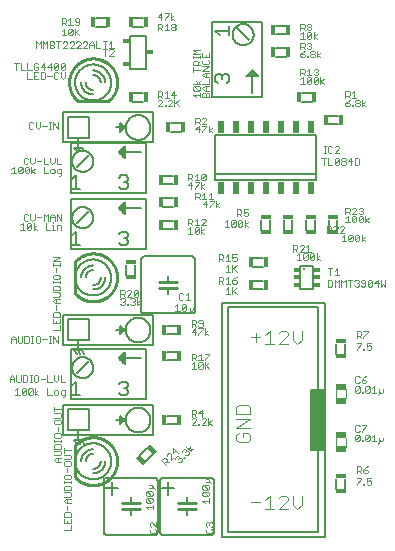
<source format=gto>
G75*
%MOIN*%
%OFA0B0*%
%FSLAX25Y25*%
%IPPOS*%
%LPD*%
%AMOC8*
5,1,8,0,0,1.08239X$1,22.5*
%
%ADD10C,0.00600*%
%ADD11C,0.00800*%
%ADD12R,0.01929X0.04331*%
%ADD13C,0.00200*%
%ADD14R,0.03400X0.01600*%
%ADD15C,0.01000*%
%ADD16C,0.00400*%
%ADD17R,0.03740X0.01969*%
%ADD18C,0.00500*%
%ADD19R,0.01600X0.03400*%
%ADD20R,0.04500X0.19900*%
%ADD21C,0.01181*%
%ADD22R,0.01969X0.01181*%
%ADD23R,0.02300X0.01800*%
D10*
X0056800Y0044050D02*
X0056952Y0044048D01*
X0057103Y0044042D01*
X0057254Y0044033D01*
X0057406Y0044019D01*
X0057556Y0044002D01*
X0057706Y0043981D01*
X0057856Y0043956D01*
X0058005Y0043928D01*
X0058153Y0043895D01*
X0058300Y0043859D01*
X0058447Y0043820D01*
X0058592Y0043776D01*
X0058736Y0043729D01*
X0058879Y0043678D01*
X0059020Y0043624D01*
X0059161Y0043566D01*
X0059299Y0043505D01*
X0059436Y0043440D01*
X0059572Y0043371D01*
X0059705Y0043300D01*
X0059837Y0043225D01*
X0059967Y0043146D01*
X0060094Y0043065D01*
X0060220Y0042980D01*
X0060344Y0042892D01*
X0060465Y0042801D01*
X0060584Y0042707D01*
X0060700Y0042609D01*
X0060814Y0042509D01*
X0060926Y0042407D01*
X0061034Y0042301D01*
X0061140Y0042193D01*
X0061244Y0042082D01*
X0061344Y0041968D01*
X0061442Y0041852D01*
X0061536Y0041733D01*
X0061285Y0042036D02*
X0061383Y0041922D01*
X0061479Y0041806D01*
X0061571Y0041688D01*
X0061661Y0041567D01*
X0061748Y0041444D01*
X0061831Y0041319D01*
X0061911Y0041192D01*
X0061989Y0041063D01*
X0062062Y0040932D01*
X0062133Y0040800D01*
X0062200Y0040665D01*
X0062264Y0040529D01*
X0062324Y0040391D01*
X0062381Y0040252D01*
X0062435Y0040112D01*
X0062485Y0039970D01*
X0062531Y0039827D01*
X0062574Y0039683D01*
X0062613Y0039537D01*
X0062648Y0039391D01*
X0062680Y0039244D01*
X0062708Y0039097D01*
X0062732Y0038948D01*
X0062753Y0038799D01*
X0062770Y0038650D01*
X0062783Y0038500D01*
X0062792Y0038350D01*
X0062798Y0038200D01*
X0062800Y0038050D01*
X0061300Y0032550D02*
X0077300Y0032550D01*
X0077360Y0032548D01*
X0077421Y0032543D01*
X0077480Y0032534D01*
X0077539Y0032521D01*
X0077598Y0032505D01*
X0077655Y0032485D01*
X0077710Y0032462D01*
X0077765Y0032435D01*
X0077817Y0032406D01*
X0077868Y0032373D01*
X0077917Y0032337D01*
X0077963Y0032299D01*
X0078007Y0032257D01*
X0078049Y0032213D01*
X0078087Y0032167D01*
X0078123Y0032118D01*
X0078156Y0032067D01*
X0078185Y0032015D01*
X0078212Y0031960D01*
X0078235Y0031905D01*
X0078255Y0031848D01*
X0078271Y0031789D01*
X0078284Y0031730D01*
X0078293Y0031671D01*
X0078298Y0031610D01*
X0078300Y0031550D01*
X0078300Y0014550D01*
X0079050Y0014550D02*
X0079050Y0031550D01*
X0079052Y0031610D01*
X0079057Y0031671D01*
X0079066Y0031730D01*
X0079079Y0031789D01*
X0079095Y0031848D01*
X0079115Y0031905D01*
X0079138Y0031960D01*
X0079165Y0032015D01*
X0079194Y0032067D01*
X0079227Y0032118D01*
X0079263Y0032167D01*
X0079301Y0032213D01*
X0079343Y0032257D01*
X0079387Y0032299D01*
X0079433Y0032337D01*
X0079482Y0032373D01*
X0079533Y0032406D01*
X0079585Y0032435D01*
X0079640Y0032462D01*
X0079695Y0032485D01*
X0079752Y0032505D01*
X0079811Y0032521D01*
X0079870Y0032534D01*
X0079929Y0032543D01*
X0079990Y0032548D01*
X0080050Y0032550D01*
X0096050Y0032550D01*
X0096110Y0032548D01*
X0096171Y0032543D01*
X0096230Y0032534D01*
X0096289Y0032521D01*
X0096348Y0032505D01*
X0096405Y0032485D01*
X0096460Y0032462D01*
X0096515Y0032435D01*
X0096567Y0032406D01*
X0096618Y0032373D01*
X0096667Y0032337D01*
X0096713Y0032299D01*
X0096757Y0032257D01*
X0096799Y0032213D01*
X0096837Y0032167D01*
X0096873Y0032118D01*
X0096906Y0032067D01*
X0096935Y0032015D01*
X0096962Y0031960D01*
X0096985Y0031905D01*
X0097005Y0031848D01*
X0097021Y0031789D01*
X0097034Y0031730D01*
X0097043Y0031671D01*
X0097048Y0031610D01*
X0097050Y0031550D01*
X0097050Y0014550D01*
X0097048Y0014490D01*
X0097043Y0014429D01*
X0097034Y0014370D01*
X0097021Y0014311D01*
X0097005Y0014252D01*
X0096985Y0014195D01*
X0096962Y0014140D01*
X0096935Y0014085D01*
X0096906Y0014033D01*
X0096873Y0013982D01*
X0096837Y0013933D01*
X0096799Y0013887D01*
X0096757Y0013843D01*
X0096713Y0013801D01*
X0096667Y0013763D01*
X0096618Y0013727D01*
X0096567Y0013694D01*
X0096515Y0013665D01*
X0096460Y0013638D01*
X0096405Y0013615D01*
X0096348Y0013595D01*
X0096289Y0013579D01*
X0096230Y0013566D01*
X0096171Y0013557D01*
X0096110Y0013552D01*
X0096050Y0013550D01*
X0080050Y0013550D01*
X0079990Y0013552D01*
X0079929Y0013557D01*
X0079870Y0013566D01*
X0079811Y0013579D01*
X0079752Y0013595D01*
X0079695Y0013615D01*
X0079640Y0013638D01*
X0079585Y0013665D01*
X0079533Y0013694D01*
X0079482Y0013727D01*
X0079433Y0013763D01*
X0079387Y0013801D01*
X0079343Y0013843D01*
X0079301Y0013887D01*
X0079263Y0013933D01*
X0079227Y0013982D01*
X0079194Y0014033D01*
X0079165Y0014085D01*
X0079138Y0014140D01*
X0079115Y0014195D01*
X0079095Y0014252D01*
X0079079Y0014311D01*
X0079066Y0014370D01*
X0079057Y0014429D01*
X0079052Y0014490D01*
X0079050Y0014550D01*
X0078300Y0014550D02*
X0078298Y0014490D01*
X0078293Y0014429D01*
X0078284Y0014370D01*
X0078271Y0014311D01*
X0078255Y0014252D01*
X0078235Y0014195D01*
X0078212Y0014140D01*
X0078185Y0014085D01*
X0078156Y0014033D01*
X0078123Y0013982D01*
X0078087Y0013933D01*
X0078049Y0013887D01*
X0078007Y0013843D01*
X0077963Y0013801D01*
X0077917Y0013763D01*
X0077868Y0013727D01*
X0077817Y0013694D01*
X0077765Y0013665D01*
X0077710Y0013638D01*
X0077655Y0013615D01*
X0077598Y0013595D01*
X0077539Y0013579D01*
X0077480Y0013566D01*
X0077421Y0013557D01*
X0077360Y0013552D01*
X0077300Y0013550D01*
X0061300Y0013550D01*
X0061240Y0013552D01*
X0061179Y0013557D01*
X0061120Y0013566D01*
X0061061Y0013579D01*
X0061002Y0013595D01*
X0060945Y0013615D01*
X0060890Y0013638D01*
X0060835Y0013665D01*
X0060783Y0013694D01*
X0060732Y0013727D01*
X0060683Y0013763D01*
X0060637Y0013801D01*
X0060593Y0013843D01*
X0060551Y0013887D01*
X0060513Y0013933D01*
X0060477Y0013982D01*
X0060444Y0014033D01*
X0060415Y0014085D01*
X0060388Y0014140D01*
X0060365Y0014195D01*
X0060345Y0014252D01*
X0060329Y0014311D01*
X0060316Y0014370D01*
X0060307Y0014429D01*
X0060302Y0014490D01*
X0060300Y0014550D01*
X0060300Y0031550D01*
X0060302Y0031610D01*
X0060307Y0031671D01*
X0060316Y0031730D01*
X0060329Y0031789D01*
X0060345Y0031848D01*
X0060365Y0031905D01*
X0060388Y0031960D01*
X0060415Y0032015D01*
X0060444Y0032067D01*
X0060477Y0032118D01*
X0060513Y0032167D01*
X0060551Y0032213D01*
X0060593Y0032257D01*
X0060637Y0032299D01*
X0060683Y0032337D01*
X0060732Y0032373D01*
X0060783Y0032406D01*
X0060835Y0032435D01*
X0060890Y0032462D01*
X0060945Y0032485D01*
X0061002Y0032505D01*
X0061061Y0032521D01*
X0061120Y0032534D01*
X0061179Y0032543D01*
X0061240Y0032548D01*
X0061300Y0032550D01*
X0062985Y0031188D02*
X0062985Y0026918D01*
X0060850Y0029053D02*
X0065120Y0029053D01*
X0069300Y0026050D02*
X0069300Y0024550D01*
X0069300Y0024050D01*
X0069300Y0022050D02*
X0069300Y0021550D01*
X0069300Y0020050D01*
X0079600Y0029053D02*
X0083870Y0029053D01*
X0081735Y0031188D02*
X0081735Y0026918D01*
X0088050Y0026050D02*
X0088050Y0024550D01*
X0088050Y0024050D01*
X0088050Y0022050D02*
X0088050Y0021550D01*
X0088050Y0020050D01*
X0074455Y0037990D02*
X0076860Y0040395D01*
X0074878Y0042378D02*
X0072472Y0039972D01*
X0081349Y0050398D02*
X0084751Y0050398D01*
X0084751Y0053202D02*
X0081349Y0053202D01*
X0074300Y0058800D02*
X0074300Y0061300D01*
X0074300Y0072300D01*
X0074300Y0075500D01*
X0049300Y0075500D01*
X0049300Y0072300D01*
X0049300Y0061300D01*
X0049300Y0058800D01*
X0074300Y0058800D01*
X0067300Y0070300D02*
X0067300Y0074300D01*
X0066800Y0073800D01*
X0066800Y0072300D01*
X0066800Y0070800D01*
X0067300Y0070300D01*
X0066800Y0070800D02*
X0066300Y0071300D01*
X0065800Y0071800D01*
X0065800Y0072800D01*
X0066300Y0073300D01*
X0066800Y0073800D01*
X0066300Y0073300D02*
X0066300Y0071300D01*
X0065800Y0071800D02*
X0065300Y0072300D01*
X0066800Y0072300D01*
X0072800Y0072300D01*
X0065800Y0072800D02*
X0065300Y0072300D01*
X0055300Y0071300D02*
X0051300Y0067300D01*
X0049800Y0069300D02*
X0049802Y0069418D01*
X0049808Y0069536D01*
X0049818Y0069654D01*
X0049832Y0069771D01*
X0049850Y0069888D01*
X0049872Y0070005D01*
X0049897Y0070120D01*
X0049927Y0070234D01*
X0049961Y0070348D01*
X0049998Y0070460D01*
X0050039Y0070571D01*
X0050084Y0070680D01*
X0050132Y0070788D01*
X0050184Y0070894D01*
X0050240Y0070999D01*
X0050299Y0071101D01*
X0050361Y0071201D01*
X0050427Y0071299D01*
X0050496Y0071395D01*
X0050569Y0071489D01*
X0050644Y0071580D01*
X0050723Y0071668D01*
X0050804Y0071754D01*
X0050889Y0071837D01*
X0050976Y0071917D01*
X0051065Y0071994D01*
X0051158Y0072068D01*
X0051252Y0072138D01*
X0051349Y0072206D01*
X0051449Y0072270D01*
X0051550Y0072331D01*
X0051653Y0072388D01*
X0051759Y0072442D01*
X0051866Y0072493D01*
X0051974Y0072539D01*
X0052084Y0072582D01*
X0052196Y0072621D01*
X0052309Y0072657D01*
X0052423Y0072688D01*
X0052538Y0072716D01*
X0052653Y0072740D01*
X0052770Y0072760D01*
X0052887Y0072776D01*
X0053005Y0072788D01*
X0053123Y0072796D01*
X0053241Y0072800D01*
X0053359Y0072800D01*
X0053477Y0072796D01*
X0053595Y0072788D01*
X0053713Y0072776D01*
X0053830Y0072760D01*
X0053947Y0072740D01*
X0054062Y0072716D01*
X0054177Y0072688D01*
X0054291Y0072657D01*
X0054404Y0072621D01*
X0054516Y0072582D01*
X0054626Y0072539D01*
X0054734Y0072493D01*
X0054841Y0072442D01*
X0054947Y0072388D01*
X0055050Y0072331D01*
X0055151Y0072270D01*
X0055251Y0072206D01*
X0055348Y0072138D01*
X0055442Y0072068D01*
X0055535Y0071994D01*
X0055624Y0071917D01*
X0055711Y0071837D01*
X0055796Y0071754D01*
X0055877Y0071668D01*
X0055956Y0071580D01*
X0056031Y0071489D01*
X0056104Y0071395D01*
X0056173Y0071299D01*
X0056239Y0071201D01*
X0056301Y0071101D01*
X0056360Y0070999D01*
X0056416Y0070894D01*
X0056468Y0070788D01*
X0056516Y0070680D01*
X0056561Y0070571D01*
X0056602Y0070460D01*
X0056639Y0070348D01*
X0056673Y0070234D01*
X0056703Y0070120D01*
X0056728Y0070005D01*
X0056750Y0069888D01*
X0056768Y0069771D01*
X0056782Y0069654D01*
X0056792Y0069536D01*
X0056798Y0069418D01*
X0056800Y0069300D01*
X0056798Y0069182D01*
X0056792Y0069064D01*
X0056782Y0068946D01*
X0056768Y0068829D01*
X0056750Y0068712D01*
X0056728Y0068595D01*
X0056703Y0068480D01*
X0056673Y0068366D01*
X0056639Y0068252D01*
X0056602Y0068140D01*
X0056561Y0068029D01*
X0056516Y0067920D01*
X0056468Y0067812D01*
X0056416Y0067706D01*
X0056360Y0067601D01*
X0056301Y0067499D01*
X0056239Y0067399D01*
X0056173Y0067301D01*
X0056104Y0067205D01*
X0056031Y0067111D01*
X0055956Y0067020D01*
X0055877Y0066932D01*
X0055796Y0066846D01*
X0055711Y0066763D01*
X0055624Y0066683D01*
X0055535Y0066606D01*
X0055442Y0066532D01*
X0055348Y0066462D01*
X0055251Y0066394D01*
X0055151Y0066330D01*
X0055050Y0066269D01*
X0054947Y0066212D01*
X0054841Y0066158D01*
X0054734Y0066107D01*
X0054626Y0066061D01*
X0054516Y0066018D01*
X0054404Y0065979D01*
X0054291Y0065943D01*
X0054177Y0065912D01*
X0054062Y0065884D01*
X0053947Y0065860D01*
X0053830Y0065840D01*
X0053713Y0065824D01*
X0053595Y0065812D01*
X0053477Y0065804D01*
X0053359Y0065800D01*
X0053241Y0065800D01*
X0053123Y0065804D01*
X0053005Y0065812D01*
X0052887Y0065824D01*
X0052770Y0065840D01*
X0052653Y0065860D01*
X0052538Y0065884D01*
X0052423Y0065912D01*
X0052309Y0065943D01*
X0052196Y0065979D01*
X0052084Y0066018D01*
X0051974Y0066061D01*
X0051866Y0066107D01*
X0051759Y0066158D01*
X0051653Y0066212D01*
X0051550Y0066269D01*
X0051449Y0066330D01*
X0051349Y0066394D01*
X0051252Y0066462D01*
X0051158Y0066532D01*
X0051065Y0066606D01*
X0050976Y0066683D01*
X0050889Y0066763D01*
X0050804Y0066846D01*
X0050723Y0066932D01*
X0050644Y0067020D01*
X0050569Y0067111D01*
X0050496Y0067205D01*
X0050427Y0067301D01*
X0050361Y0067399D01*
X0050299Y0067499D01*
X0050240Y0067601D01*
X0050184Y0067706D01*
X0050132Y0067812D01*
X0050084Y0067920D01*
X0050039Y0068029D01*
X0049998Y0068140D01*
X0049961Y0068252D01*
X0049927Y0068366D01*
X0049897Y0068480D01*
X0049872Y0068595D01*
X0049850Y0068712D01*
X0049832Y0068829D01*
X0049818Y0068946D01*
X0049808Y0069064D01*
X0049802Y0069182D01*
X0049800Y0069300D01*
X0072800Y0088300D02*
X0072800Y0105300D01*
X0072802Y0105360D01*
X0072807Y0105421D01*
X0072816Y0105480D01*
X0072829Y0105539D01*
X0072845Y0105598D01*
X0072865Y0105655D01*
X0072888Y0105710D01*
X0072915Y0105765D01*
X0072944Y0105817D01*
X0072977Y0105868D01*
X0073013Y0105917D01*
X0073051Y0105963D01*
X0073093Y0106007D01*
X0073137Y0106049D01*
X0073183Y0106087D01*
X0073232Y0106123D01*
X0073283Y0106156D01*
X0073335Y0106185D01*
X0073390Y0106212D01*
X0073445Y0106235D01*
X0073502Y0106255D01*
X0073561Y0106271D01*
X0073620Y0106284D01*
X0073679Y0106293D01*
X0073740Y0106298D01*
X0073800Y0106300D01*
X0089800Y0106300D01*
X0089860Y0106298D01*
X0089921Y0106293D01*
X0089980Y0106284D01*
X0090039Y0106271D01*
X0090098Y0106255D01*
X0090155Y0106235D01*
X0090210Y0106212D01*
X0090265Y0106185D01*
X0090317Y0106156D01*
X0090368Y0106123D01*
X0090417Y0106087D01*
X0090463Y0106049D01*
X0090507Y0106007D01*
X0090549Y0105963D01*
X0090587Y0105917D01*
X0090623Y0105868D01*
X0090656Y0105817D01*
X0090685Y0105765D01*
X0090712Y0105710D01*
X0090735Y0105655D01*
X0090755Y0105598D01*
X0090771Y0105539D01*
X0090784Y0105480D01*
X0090793Y0105421D01*
X0090798Y0105360D01*
X0090800Y0105300D01*
X0090800Y0088300D01*
X0090798Y0088240D01*
X0090793Y0088179D01*
X0090784Y0088120D01*
X0090771Y0088061D01*
X0090755Y0088002D01*
X0090735Y0087945D01*
X0090712Y0087890D01*
X0090685Y0087835D01*
X0090656Y0087783D01*
X0090623Y0087732D01*
X0090587Y0087683D01*
X0090549Y0087637D01*
X0090507Y0087593D01*
X0090463Y0087551D01*
X0090417Y0087513D01*
X0090368Y0087477D01*
X0090317Y0087444D01*
X0090265Y0087415D01*
X0090210Y0087388D01*
X0090155Y0087365D01*
X0090098Y0087345D01*
X0090039Y0087329D01*
X0089980Y0087316D01*
X0089921Y0087307D01*
X0089860Y0087302D01*
X0089800Y0087300D01*
X0073800Y0087300D01*
X0073740Y0087302D01*
X0073679Y0087307D01*
X0073620Y0087316D01*
X0073561Y0087329D01*
X0073502Y0087345D01*
X0073445Y0087365D01*
X0073390Y0087388D01*
X0073335Y0087415D01*
X0073283Y0087444D01*
X0073232Y0087477D01*
X0073183Y0087513D01*
X0073137Y0087551D01*
X0073093Y0087593D01*
X0073051Y0087637D01*
X0073013Y0087683D01*
X0072977Y0087732D01*
X0072944Y0087783D01*
X0072915Y0087835D01*
X0072888Y0087890D01*
X0072865Y0087945D01*
X0072845Y0088002D01*
X0072829Y0088061D01*
X0072816Y0088120D01*
X0072807Y0088179D01*
X0072802Y0088240D01*
X0072800Y0088300D01*
X0081349Y0083202D02*
X0084751Y0083202D01*
X0084751Y0080398D02*
X0081349Y0080398D01*
X0081349Y0074452D02*
X0084751Y0074452D01*
X0084751Y0071648D02*
X0081349Y0071648D01*
X0081800Y0093800D02*
X0081800Y0095300D01*
X0081800Y0095800D01*
X0081800Y0097800D02*
X0081800Y0098300D01*
X0081800Y0099800D01*
X0070702Y0100099D02*
X0070702Y0103501D01*
X0067898Y0103501D02*
X0067898Y0100099D01*
X0074300Y0108800D02*
X0074300Y0111300D01*
X0074300Y0122300D01*
X0074300Y0125500D01*
X0049300Y0125500D01*
X0049300Y0122300D01*
X0049300Y0111300D01*
X0049300Y0108800D01*
X0074300Y0108800D01*
X0080099Y0115398D02*
X0083501Y0115398D01*
X0083501Y0118202D02*
X0080099Y0118202D01*
X0080099Y0122898D02*
X0083501Y0122898D01*
X0083501Y0125702D02*
X0080099Y0125702D01*
X0074300Y0127550D02*
X0074300Y0130050D01*
X0074300Y0141050D01*
X0074300Y0144250D01*
X0049300Y0144250D01*
X0049300Y0141050D01*
X0049300Y0130050D01*
X0049300Y0127550D01*
X0074300Y0127550D01*
X0072800Y0122300D02*
X0066800Y0122300D01*
X0066800Y0123800D01*
X0067300Y0124300D01*
X0067300Y0120300D01*
X0066800Y0120800D01*
X0066800Y0122300D01*
X0065300Y0122300D01*
X0065800Y0121800D01*
X0066300Y0121300D01*
X0066800Y0120800D01*
X0066300Y0121300D02*
X0066300Y0123300D01*
X0065800Y0122800D01*
X0065800Y0121800D01*
X0065300Y0122300D02*
X0065800Y0122800D01*
X0066300Y0123300D02*
X0066800Y0123800D01*
X0055300Y0121300D02*
X0051300Y0117300D01*
X0049800Y0119300D02*
X0049802Y0119418D01*
X0049808Y0119536D01*
X0049818Y0119654D01*
X0049832Y0119771D01*
X0049850Y0119888D01*
X0049872Y0120005D01*
X0049897Y0120120D01*
X0049927Y0120234D01*
X0049961Y0120348D01*
X0049998Y0120460D01*
X0050039Y0120571D01*
X0050084Y0120680D01*
X0050132Y0120788D01*
X0050184Y0120894D01*
X0050240Y0120999D01*
X0050299Y0121101D01*
X0050361Y0121201D01*
X0050427Y0121299D01*
X0050496Y0121395D01*
X0050569Y0121489D01*
X0050644Y0121580D01*
X0050723Y0121668D01*
X0050804Y0121754D01*
X0050889Y0121837D01*
X0050976Y0121917D01*
X0051065Y0121994D01*
X0051158Y0122068D01*
X0051252Y0122138D01*
X0051349Y0122206D01*
X0051449Y0122270D01*
X0051550Y0122331D01*
X0051653Y0122388D01*
X0051759Y0122442D01*
X0051866Y0122493D01*
X0051974Y0122539D01*
X0052084Y0122582D01*
X0052196Y0122621D01*
X0052309Y0122657D01*
X0052423Y0122688D01*
X0052538Y0122716D01*
X0052653Y0122740D01*
X0052770Y0122760D01*
X0052887Y0122776D01*
X0053005Y0122788D01*
X0053123Y0122796D01*
X0053241Y0122800D01*
X0053359Y0122800D01*
X0053477Y0122796D01*
X0053595Y0122788D01*
X0053713Y0122776D01*
X0053830Y0122760D01*
X0053947Y0122740D01*
X0054062Y0122716D01*
X0054177Y0122688D01*
X0054291Y0122657D01*
X0054404Y0122621D01*
X0054516Y0122582D01*
X0054626Y0122539D01*
X0054734Y0122493D01*
X0054841Y0122442D01*
X0054947Y0122388D01*
X0055050Y0122331D01*
X0055151Y0122270D01*
X0055251Y0122206D01*
X0055348Y0122138D01*
X0055442Y0122068D01*
X0055535Y0121994D01*
X0055624Y0121917D01*
X0055711Y0121837D01*
X0055796Y0121754D01*
X0055877Y0121668D01*
X0055956Y0121580D01*
X0056031Y0121489D01*
X0056104Y0121395D01*
X0056173Y0121299D01*
X0056239Y0121201D01*
X0056301Y0121101D01*
X0056360Y0120999D01*
X0056416Y0120894D01*
X0056468Y0120788D01*
X0056516Y0120680D01*
X0056561Y0120571D01*
X0056602Y0120460D01*
X0056639Y0120348D01*
X0056673Y0120234D01*
X0056703Y0120120D01*
X0056728Y0120005D01*
X0056750Y0119888D01*
X0056768Y0119771D01*
X0056782Y0119654D01*
X0056792Y0119536D01*
X0056798Y0119418D01*
X0056800Y0119300D01*
X0056798Y0119182D01*
X0056792Y0119064D01*
X0056782Y0118946D01*
X0056768Y0118829D01*
X0056750Y0118712D01*
X0056728Y0118595D01*
X0056703Y0118480D01*
X0056673Y0118366D01*
X0056639Y0118252D01*
X0056602Y0118140D01*
X0056561Y0118029D01*
X0056516Y0117920D01*
X0056468Y0117812D01*
X0056416Y0117706D01*
X0056360Y0117601D01*
X0056301Y0117499D01*
X0056239Y0117399D01*
X0056173Y0117301D01*
X0056104Y0117205D01*
X0056031Y0117111D01*
X0055956Y0117020D01*
X0055877Y0116932D01*
X0055796Y0116846D01*
X0055711Y0116763D01*
X0055624Y0116683D01*
X0055535Y0116606D01*
X0055442Y0116532D01*
X0055348Y0116462D01*
X0055251Y0116394D01*
X0055151Y0116330D01*
X0055050Y0116269D01*
X0054947Y0116212D01*
X0054841Y0116158D01*
X0054734Y0116107D01*
X0054626Y0116061D01*
X0054516Y0116018D01*
X0054404Y0115979D01*
X0054291Y0115943D01*
X0054177Y0115912D01*
X0054062Y0115884D01*
X0053947Y0115860D01*
X0053830Y0115840D01*
X0053713Y0115824D01*
X0053595Y0115812D01*
X0053477Y0115804D01*
X0053359Y0115800D01*
X0053241Y0115800D01*
X0053123Y0115804D01*
X0053005Y0115812D01*
X0052887Y0115824D01*
X0052770Y0115840D01*
X0052653Y0115860D01*
X0052538Y0115884D01*
X0052423Y0115912D01*
X0052309Y0115943D01*
X0052196Y0115979D01*
X0052084Y0116018D01*
X0051974Y0116061D01*
X0051866Y0116107D01*
X0051759Y0116158D01*
X0051653Y0116212D01*
X0051550Y0116269D01*
X0051449Y0116330D01*
X0051349Y0116394D01*
X0051252Y0116462D01*
X0051158Y0116532D01*
X0051065Y0116606D01*
X0050976Y0116683D01*
X0050889Y0116763D01*
X0050804Y0116846D01*
X0050723Y0116932D01*
X0050644Y0117020D01*
X0050569Y0117111D01*
X0050496Y0117205D01*
X0050427Y0117301D01*
X0050361Y0117399D01*
X0050299Y0117499D01*
X0050240Y0117601D01*
X0050184Y0117706D01*
X0050132Y0117812D01*
X0050084Y0117920D01*
X0050039Y0118029D01*
X0049998Y0118140D01*
X0049961Y0118252D01*
X0049927Y0118366D01*
X0049897Y0118480D01*
X0049872Y0118595D01*
X0049850Y0118712D01*
X0049832Y0118829D01*
X0049818Y0118946D01*
X0049808Y0119064D01*
X0049802Y0119182D01*
X0049800Y0119300D01*
X0051300Y0136050D02*
X0055300Y0140050D01*
X0049800Y0138050D02*
X0049802Y0138168D01*
X0049808Y0138286D01*
X0049818Y0138404D01*
X0049832Y0138521D01*
X0049850Y0138638D01*
X0049872Y0138755D01*
X0049897Y0138870D01*
X0049927Y0138984D01*
X0049961Y0139098D01*
X0049998Y0139210D01*
X0050039Y0139321D01*
X0050084Y0139430D01*
X0050132Y0139538D01*
X0050184Y0139644D01*
X0050240Y0139749D01*
X0050299Y0139851D01*
X0050361Y0139951D01*
X0050427Y0140049D01*
X0050496Y0140145D01*
X0050569Y0140239D01*
X0050644Y0140330D01*
X0050723Y0140418D01*
X0050804Y0140504D01*
X0050889Y0140587D01*
X0050976Y0140667D01*
X0051065Y0140744D01*
X0051158Y0140818D01*
X0051252Y0140888D01*
X0051349Y0140956D01*
X0051449Y0141020D01*
X0051550Y0141081D01*
X0051653Y0141138D01*
X0051759Y0141192D01*
X0051866Y0141243D01*
X0051974Y0141289D01*
X0052084Y0141332D01*
X0052196Y0141371D01*
X0052309Y0141407D01*
X0052423Y0141438D01*
X0052538Y0141466D01*
X0052653Y0141490D01*
X0052770Y0141510D01*
X0052887Y0141526D01*
X0053005Y0141538D01*
X0053123Y0141546D01*
X0053241Y0141550D01*
X0053359Y0141550D01*
X0053477Y0141546D01*
X0053595Y0141538D01*
X0053713Y0141526D01*
X0053830Y0141510D01*
X0053947Y0141490D01*
X0054062Y0141466D01*
X0054177Y0141438D01*
X0054291Y0141407D01*
X0054404Y0141371D01*
X0054516Y0141332D01*
X0054626Y0141289D01*
X0054734Y0141243D01*
X0054841Y0141192D01*
X0054947Y0141138D01*
X0055050Y0141081D01*
X0055151Y0141020D01*
X0055251Y0140956D01*
X0055348Y0140888D01*
X0055442Y0140818D01*
X0055535Y0140744D01*
X0055624Y0140667D01*
X0055711Y0140587D01*
X0055796Y0140504D01*
X0055877Y0140418D01*
X0055956Y0140330D01*
X0056031Y0140239D01*
X0056104Y0140145D01*
X0056173Y0140049D01*
X0056239Y0139951D01*
X0056301Y0139851D01*
X0056360Y0139749D01*
X0056416Y0139644D01*
X0056468Y0139538D01*
X0056516Y0139430D01*
X0056561Y0139321D01*
X0056602Y0139210D01*
X0056639Y0139098D01*
X0056673Y0138984D01*
X0056703Y0138870D01*
X0056728Y0138755D01*
X0056750Y0138638D01*
X0056768Y0138521D01*
X0056782Y0138404D01*
X0056792Y0138286D01*
X0056798Y0138168D01*
X0056800Y0138050D01*
X0056798Y0137932D01*
X0056792Y0137814D01*
X0056782Y0137696D01*
X0056768Y0137579D01*
X0056750Y0137462D01*
X0056728Y0137345D01*
X0056703Y0137230D01*
X0056673Y0137116D01*
X0056639Y0137002D01*
X0056602Y0136890D01*
X0056561Y0136779D01*
X0056516Y0136670D01*
X0056468Y0136562D01*
X0056416Y0136456D01*
X0056360Y0136351D01*
X0056301Y0136249D01*
X0056239Y0136149D01*
X0056173Y0136051D01*
X0056104Y0135955D01*
X0056031Y0135861D01*
X0055956Y0135770D01*
X0055877Y0135682D01*
X0055796Y0135596D01*
X0055711Y0135513D01*
X0055624Y0135433D01*
X0055535Y0135356D01*
X0055442Y0135282D01*
X0055348Y0135212D01*
X0055251Y0135144D01*
X0055151Y0135080D01*
X0055050Y0135019D01*
X0054947Y0134962D01*
X0054841Y0134908D01*
X0054734Y0134857D01*
X0054626Y0134811D01*
X0054516Y0134768D01*
X0054404Y0134729D01*
X0054291Y0134693D01*
X0054177Y0134662D01*
X0054062Y0134634D01*
X0053947Y0134610D01*
X0053830Y0134590D01*
X0053713Y0134574D01*
X0053595Y0134562D01*
X0053477Y0134554D01*
X0053359Y0134550D01*
X0053241Y0134550D01*
X0053123Y0134554D01*
X0053005Y0134562D01*
X0052887Y0134574D01*
X0052770Y0134590D01*
X0052653Y0134610D01*
X0052538Y0134634D01*
X0052423Y0134662D01*
X0052309Y0134693D01*
X0052196Y0134729D01*
X0052084Y0134768D01*
X0051974Y0134811D01*
X0051866Y0134857D01*
X0051759Y0134908D01*
X0051653Y0134962D01*
X0051550Y0135019D01*
X0051449Y0135080D01*
X0051349Y0135144D01*
X0051252Y0135212D01*
X0051158Y0135282D01*
X0051065Y0135356D01*
X0050976Y0135433D01*
X0050889Y0135513D01*
X0050804Y0135596D01*
X0050723Y0135682D01*
X0050644Y0135770D01*
X0050569Y0135861D01*
X0050496Y0135955D01*
X0050427Y0136051D01*
X0050361Y0136149D01*
X0050299Y0136249D01*
X0050240Y0136351D01*
X0050184Y0136456D01*
X0050132Y0136562D01*
X0050084Y0136670D01*
X0050039Y0136779D01*
X0049998Y0136890D01*
X0049961Y0137002D01*
X0049927Y0137116D01*
X0049897Y0137230D01*
X0049872Y0137345D01*
X0049850Y0137462D01*
X0049832Y0137579D01*
X0049818Y0137696D01*
X0049808Y0137814D01*
X0049802Y0137932D01*
X0049800Y0138050D01*
X0065300Y0141050D02*
X0066800Y0141050D01*
X0066800Y0142550D01*
X0067300Y0143050D01*
X0067300Y0139050D01*
X0066800Y0139550D01*
X0066800Y0141050D01*
X0072800Y0141050D01*
X0066800Y0139550D02*
X0066300Y0140050D01*
X0065800Y0140550D01*
X0065800Y0141550D01*
X0066300Y0142050D01*
X0066800Y0142550D01*
X0066300Y0142050D02*
X0066300Y0140050D01*
X0065800Y0140550D02*
X0065300Y0141050D01*
X0065800Y0141550D01*
X0080099Y0133202D02*
X0083501Y0133202D01*
X0083501Y0130398D02*
X0080099Y0130398D01*
X0082599Y0147898D02*
X0086001Y0147898D01*
X0086001Y0150702D02*
X0082599Y0150702D01*
X0073501Y0157898D02*
X0070099Y0157898D01*
X0070099Y0160702D02*
X0073501Y0160702D01*
X0053117Y0169036D02*
X0052998Y0168942D01*
X0052882Y0168844D01*
X0052768Y0168744D01*
X0052657Y0168640D01*
X0052549Y0168534D01*
X0052443Y0168426D01*
X0052341Y0168314D01*
X0052241Y0168200D01*
X0052143Y0168084D01*
X0052049Y0167965D01*
X0051958Y0167844D01*
X0051870Y0167720D01*
X0051785Y0167594D01*
X0051704Y0167467D01*
X0051625Y0167337D01*
X0051550Y0167205D01*
X0051479Y0167072D01*
X0051410Y0166936D01*
X0051345Y0166799D01*
X0051284Y0166661D01*
X0051226Y0166520D01*
X0051172Y0166379D01*
X0051121Y0166236D01*
X0051074Y0166092D01*
X0051030Y0165947D01*
X0050991Y0165800D01*
X0050955Y0165653D01*
X0050922Y0165505D01*
X0050894Y0165356D01*
X0050869Y0165206D01*
X0050848Y0165056D01*
X0050831Y0164906D01*
X0050817Y0164754D01*
X0050808Y0164603D01*
X0050802Y0164452D01*
X0050800Y0164300D01*
X0052814Y0168785D02*
X0052928Y0168883D01*
X0053044Y0168979D01*
X0053162Y0169071D01*
X0053283Y0169161D01*
X0053406Y0169248D01*
X0053531Y0169331D01*
X0053658Y0169411D01*
X0053787Y0169489D01*
X0053918Y0169562D01*
X0054050Y0169633D01*
X0054185Y0169700D01*
X0054321Y0169764D01*
X0054459Y0169824D01*
X0054598Y0169881D01*
X0054738Y0169935D01*
X0054880Y0169985D01*
X0055023Y0170031D01*
X0055167Y0170074D01*
X0055313Y0170113D01*
X0055459Y0170148D01*
X0055606Y0170180D01*
X0055753Y0170208D01*
X0055902Y0170232D01*
X0056051Y0170253D01*
X0056200Y0170270D01*
X0056350Y0170283D01*
X0056500Y0170292D01*
X0056650Y0170298D01*
X0056800Y0170300D01*
X0062800Y0164300D02*
X0062798Y0164146D01*
X0062792Y0163992D01*
X0062782Y0163838D01*
X0062768Y0163684D01*
X0062751Y0163531D01*
X0062729Y0163379D01*
X0062703Y0163227D01*
X0062674Y0163075D01*
X0062640Y0162925D01*
X0062603Y0162775D01*
X0062562Y0162627D01*
X0062517Y0162479D01*
X0062468Y0162333D01*
X0062416Y0162188D01*
X0062360Y0162045D01*
X0062300Y0161902D01*
X0062237Y0161762D01*
X0062170Y0161623D01*
X0062099Y0161486D01*
X0062025Y0161351D01*
X0061948Y0161218D01*
X0061867Y0161086D01*
X0061783Y0160957D01*
X0061695Y0160830D01*
X0061604Y0160706D01*
X0061511Y0160584D01*
X0061413Y0160464D01*
X0061313Y0160347D01*
X0061210Y0160232D01*
X0061104Y0160120D01*
X0060996Y0160011D01*
X0060884Y0159905D01*
X0060770Y0159801D01*
X0060653Y0159701D01*
X0060534Y0159603D01*
X0060412Y0159509D01*
X0060287Y0159418D01*
X0056800Y0158300D02*
X0056646Y0158302D01*
X0056491Y0158308D01*
X0056337Y0158318D01*
X0056184Y0158332D01*
X0056030Y0158350D01*
X0055877Y0158371D01*
X0055725Y0158397D01*
X0055574Y0158427D01*
X0055423Y0158460D01*
X0055273Y0158498D01*
X0055124Y0158539D01*
X0054977Y0158584D01*
X0054830Y0158633D01*
X0054685Y0158685D01*
X0054541Y0158741D01*
X0054399Y0158801D01*
X0054258Y0158865D01*
X0054119Y0158932D01*
X0053982Y0159003D01*
X0053847Y0159077D01*
X0053713Y0159155D01*
X0053582Y0159236D01*
X0053453Y0159320D01*
X0053326Y0159408D01*
X0053201Y0159499D01*
X0053079Y0159593D01*
X0052959Y0159691D01*
X0056800Y0158300D02*
X0056952Y0158302D01*
X0057104Y0158308D01*
X0057255Y0158317D01*
X0057406Y0158331D01*
X0057557Y0158348D01*
X0057708Y0158369D01*
X0057857Y0158394D01*
X0058007Y0158423D01*
X0058155Y0158455D01*
X0058302Y0158491D01*
X0058449Y0158531D01*
X0058594Y0158575D01*
X0058739Y0158622D01*
X0058882Y0158673D01*
X0059023Y0158727D01*
X0059164Y0158785D01*
X0059303Y0158847D01*
X0059440Y0158912D01*
X0059575Y0158980D01*
X0059709Y0159052D01*
X0059841Y0159128D01*
X0059971Y0159206D01*
X0060099Y0159288D01*
X0060224Y0159373D01*
X0060348Y0159461D01*
X0060469Y0159553D01*
X0060588Y0159647D01*
X0060705Y0159744D01*
X0056800Y0160300D02*
X0056674Y0160302D01*
X0056549Y0160308D01*
X0056424Y0160318D01*
X0056299Y0160332D01*
X0056174Y0160349D01*
X0056050Y0160371D01*
X0055927Y0160396D01*
X0055805Y0160426D01*
X0055684Y0160459D01*
X0055564Y0160496D01*
X0055445Y0160536D01*
X0055328Y0160581D01*
X0055211Y0160629D01*
X0055097Y0160681D01*
X0054984Y0160736D01*
X0054873Y0160795D01*
X0054764Y0160857D01*
X0054657Y0160923D01*
X0054552Y0160992D01*
X0054449Y0161064D01*
X0054348Y0161139D01*
X0054250Y0161218D01*
X0054155Y0161300D01*
X0054062Y0161384D01*
X0053972Y0161472D01*
X0053884Y0161562D01*
X0053800Y0161655D01*
X0053718Y0161750D01*
X0053639Y0161848D01*
X0053564Y0161949D01*
X0053492Y0162052D01*
X0053423Y0162157D01*
X0053357Y0162264D01*
X0053295Y0162373D01*
X0053236Y0162484D01*
X0053181Y0162597D01*
X0053129Y0162711D01*
X0053081Y0162828D01*
X0053036Y0162945D01*
X0052996Y0163064D01*
X0052959Y0163184D01*
X0052926Y0163305D01*
X0052896Y0163427D01*
X0052871Y0163550D01*
X0052849Y0163674D01*
X0052832Y0163799D01*
X0052818Y0163924D01*
X0052808Y0164049D01*
X0052802Y0164174D01*
X0052800Y0164300D01*
X0056800Y0170300D02*
X0056954Y0170298D01*
X0057109Y0170292D01*
X0057263Y0170282D01*
X0057416Y0170268D01*
X0057570Y0170250D01*
X0057723Y0170229D01*
X0057875Y0170203D01*
X0058026Y0170173D01*
X0058177Y0170140D01*
X0058327Y0170102D01*
X0058476Y0170061D01*
X0058623Y0170016D01*
X0058770Y0169967D01*
X0058915Y0169915D01*
X0059059Y0169859D01*
X0059201Y0169799D01*
X0059342Y0169735D01*
X0059481Y0169668D01*
X0059618Y0169597D01*
X0059753Y0169523D01*
X0059887Y0169445D01*
X0060018Y0169364D01*
X0060147Y0169280D01*
X0060274Y0169192D01*
X0060399Y0169101D01*
X0060521Y0169007D01*
X0060641Y0168909D01*
X0050800Y0164300D02*
X0050802Y0164148D01*
X0050808Y0163997D01*
X0050817Y0163846D01*
X0050831Y0163694D01*
X0050848Y0163544D01*
X0050869Y0163394D01*
X0050894Y0163244D01*
X0050922Y0163095D01*
X0050955Y0162947D01*
X0050991Y0162800D01*
X0051030Y0162653D01*
X0051074Y0162508D01*
X0051121Y0162364D01*
X0051172Y0162221D01*
X0051226Y0162080D01*
X0051284Y0161939D01*
X0051345Y0161801D01*
X0051410Y0161664D01*
X0051479Y0161528D01*
X0051550Y0161395D01*
X0051625Y0161263D01*
X0051704Y0161133D01*
X0051785Y0161006D01*
X0051870Y0160880D01*
X0051958Y0160756D01*
X0052049Y0160635D01*
X0052143Y0160516D01*
X0052241Y0160400D01*
X0052341Y0160286D01*
X0052443Y0160174D01*
X0052549Y0160066D01*
X0052657Y0159960D01*
X0052768Y0159856D01*
X0052882Y0159756D01*
X0052998Y0159658D01*
X0053117Y0159564D01*
X0062800Y0164300D02*
X0062798Y0164450D01*
X0062792Y0164601D01*
X0062783Y0164751D01*
X0062770Y0164900D01*
X0062753Y0165050D01*
X0062732Y0165199D01*
X0062708Y0165347D01*
X0062680Y0165495D01*
X0062648Y0165642D01*
X0062613Y0165788D01*
X0062573Y0165933D01*
X0062531Y0166077D01*
X0062484Y0166220D01*
X0062434Y0166362D01*
X0062381Y0166503D01*
X0062324Y0166642D01*
X0062264Y0166780D01*
X0062200Y0166916D01*
X0062133Y0167050D01*
X0062062Y0167183D01*
X0061988Y0167314D01*
X0061911Y0167443D01*
X0061830Y0167570D01*
X0061747Y0167695D01*
X0061660Y0167818D01*
X0061571Y0167939D01*
X0061478Y0168057D01*
X0061382Y0168173D01*
X0061284Y0168287D01*
X0061183Y0168398D01*
X0061078Y0168507D01*
X0060972Y0168612D01*
X0060862Y0168716D01*
X0060750Y0168816D01*
X0060636Y0168914D01*
X0060519Y0169008D01*
X0060400Y0169100D01*
X0054300Y0164300D02*
X0054302Y0164202D01*
X0054308Y0164104D01*
X0054317Y0164006D01*
X0054331Y0163909D01*
X0054348Y0163812D01*
X0054369Y0163716D01*
X0054394Y0163621D01*
X0054422Y0163527D01*
X0054455Y0163435D01*
X0054490Y0163343D01*
X0054530Y0163253D01*
X0054572Y0163165D01*
X0054619Y0163078D01*
X0054668Y0162994D01*
X0054721Y0162911D01*
X0054777Y0162831D01*
X0054837Y0162752D01*
X0054899Y0162676D01*
X0054964Y0162603D01*
X0055032Y0162532D01*
X0055103Y0162464D01*
X0055176Y0162399D01*
X0055252Y0162337D01*
X0055331Y0162277D01*
X0055411Y0162221D01*
X0055494Y0162168D01*
X0055578Y0162119D01*
X0055665Y0162072D01*
X0055753Y0162030D01*
X0055843Y0161990D01*
X0055935Y0161955D01*
X0056027Y0161922D01*
X0056121Y0161894D01*
X0056216Y0161869D01*
X0056312Y0161848D01*
X0056409Y0161831D01*
X0056506Y0161817D01*
X0056604Y0161808D01*
X0056702Y0161802D01*
X0056800Y0161800D01*
X0060800Y0164300D02*
X0060798Y0164426D01*
X0060792Y0164551D01*
X0060782Y0164676D01*
X0060768Y0164801D01*
X0060751Y0164926D01*
X0060729Y0165050D01*
X0060704Y0165173D01*
X0060674Y0165295D01*
X0060641Y0165416D01*
X0060604Y0165536D01*
X0060564Y0165655D01*
X0060519Y0165772D01*
X0060471Y0165889D01*
X0060419Y0166003D01*
X0060364Y0166116D01*
X0060305Y0166227D01*
X0060243Y0166336D01*
X0060177Y0166443D01*
X0060108Y0166548D01*
X0060036Y0166651D01*
X0059961Y0166752D01*
X0059882Y0166850D01*
X0059800Y0166945D01*
X0059716Y0167038D01*
X0059628Y0167128D01*
X0059538Y0167216D01*
X0059445Y0167300D01*
X0059350Y0167382D01*
X0059252Y0167461D01*
X0059151Y0167536D01*
X0059048Y0167608D01*
X0058943Y0167677D01*
X0058836Y0167743D01*
X0058727Y0167805D01*
X0058616Y0167864D01*
X0058503Y0167919D01*
X0058389Y0167971D01*
X0058272Y0168019D01*
X0058155Y0168064D01*
X0058036Y0168104D01*
X0057916Y0168141D01*
X0057795Y0168174D01*
X0057673Y0168204D01*
X0057550Y0168229D01*
X0057426Y0168251D01*
X0057301Y0168268D01*
X0057176Y0168282D01*
X0057051Y0168292D01*
X0056926Y0168298D01*
X0056800Y0168300D01*
X0056800Y0166800D02*
X0056898Y0166798D01*
X0056996Y0166792D01*
X0057094Y0166783D01*
X0057191Y0166769D01*
X0057288Y0166752D01*
X0057384Y0166731D01*
X0057479Y0166706D01*
X0057573Y0166678D01*
X0057665Y0166645D01*
X0057757Y0166610D01*
X0057847Y0166570D01*
X0057935Y0166528D01*
X0058022Y0166481D01*
X0058106Y0166432D01*
X0058189Y0166379D01*
X0058269Y0166323D01*
X0058348Y0166263D01*
X0058424Y0166201D01*
X0058497Y0166136D01*
X0058568Y0166068D01*
X0058636Y0165997D01*
X0058701Y0165924D01*
X0058763Y0165848D01*
X0058823Y0165769D01*
X0058879Y0165689D01*
X0058932Y0165606D01*
X0058981Y0165522D01*
X0059028Y0165435D01*
X0059070Y0165347D01*
X0059110Y0165257D01*
X0059145Y0165165D01*
X0059178Y0165073D01*
X0059206Y0164979D01*
X0059231Y0164884D01*
X0059252Y0164788D01*
X0059269Y0164691D01*
X0059283Y0164594D01*
X0059292Y0164496D01*
X0059298Y0164398D01*
X0059300Y0164300D01*
X0057599Y0182898D02*
X0061001Y0182898D01*
X0061001Y0185702D02*
X0057599Y0185702D01*
X0070099Y0185702D02*
X0073501Y0185702D01*
X0073501Y0182898D02*
X0070099Y0182898D01*
X0096300Y0184300D02*
X0096300Y0159300D01*
X0098800Y0159300D01*
X0109800Y0159300D01*
X0113000Y0159300D01*
X0113000Y0184300D01*
X0109800Y0184300D01*
X0098800Y0184300D01*
X0096300Y0184300D01*
X0104800Y0182300D02*
X0108800Y0178300D01*
X0103300Y0180300D02*
X0103302Y0180418D01*
X0103308Y0180536D01*
X0103318Y0180654D01*
X0103332Y0180771D01*
X0103350Y0180888D01*
X0103372Y0181005D01*
X0103397Y0181120D01*
X0103427Y0181234D01*
X0103461Y0181348D01*
X0103498Y0181460D01*
X0103539Y0181571D01*
X0103584Y0181680D01*
X0103632Y0181788D01*
X0103684Y0181894D01*
X0103740Y0181999D01*
X0103799Y0182101D01*
X0103861Y0182201D01*
X0103927Y0182299D01*
X0103996Y0182395D01*
X0104069Y0182489D01*
X0104144Y0182580D01*
X0104223Y0182668D01*
X0104304Y0182754D01*
X0104389Y0182837D01*
X0104476Y0182917D01*
X0104565Y0182994D01*
X0104658Y0183068D01*
X0104752Y0183138D01*
X0104849Y0183206D01*
X0104949Y0183270D01*
X0105050Y0183331D01*
X0105153Y0183388D01*
X0105259Y0183442D01*
X0105366Y0183493D01*
X0105474Y0183539D01*
X0105584Y0183582D01*
X0105696Y0183621D01*
X0105809Y0183657D01*
X0105923Y0183688D01*
X0106038Y0183716D01*
X0106153Y0183740D01*
X0106270Y0183760D01*
X0106387Y0183776D01*
X0106505Y0183788D01*
X0106623Y0183796D01*
X0106741Y0183800D01*
X0106859Y0183800D01*
X0106977Y0183796D01*
X0107095Y0183788D01*
X0107213Y0183776D01*
X0107330Y0183760D01*
X0107447Y0183740D01*
X0107562Y0183716D01*
X0107677Y0183688D01*
X0107791Y0183657D01*
X0107904Y0183621D01*
X0108016Y0183582D01*
X0108126Y0183539D01*
X0108234Y0183493D01*
X0108341Y0183442D01*
X0108447Y0183388D01*
X0108550Y0183331D01*
X0108651Y0183270D01*
X0108751Y0183206D01*
X0108848Y0183138D01*
X0108942Y0183068D01*
X0109035Y0182994D01*
X0109124Y0182917D01*
X0109211Y0182837D01*
X0109296Y0182754D01*
X0109377Y0182668D01*
X0109456Y0182580D01*
X0109531Y0182489D01*
X0109604Y0182395D01*
X0109673Y0182299D01*
X0109739Y0182201D01*
X0109801Y0182101D01*
X0109860Y0181999D01*
X0109916Y0181894D01*
X0109968Y0181788D01*
X0110016Y0181680D01*
X0110061Y0181571D01*
X0110102Y0181460D01*
X0110139Y0181348D01*
X0110173Y0181234D01*
X0110203Y0181120D01*
X0110228Y0181005D01*
X0110250Y0180888D01*
X0110268Y0180771D01*
X0110282Y0180654D01*
X0110292Y0180536D01*
X0110298Y0180418D01*
X0110300Y0180300D01*
X0110298Y0180182D01*
X0110292Y0180064D01*
X0110282Y0179946D01*
X0110268Y0179829D01*
X0110250Y0179712D01*
X0110228Y0179595D01*
X0110203Y0179480D01*
X0110173Y0179366D01*
X0110139Y0179252D01*
X0110102Y0179140D01*
X0110061Y0179029D01*
X0110016Y0178920D01*
X0109968Y0178812D01*
X0109916Y0178706D01*
X0109860Y0178601D01*
X0109801Y0178499D01*
X0109739Y0178399D01*
X0109673Y0178301D01*
X0109604Y0178205D01*
X0109531Y0178111D01*
X0109456Y0178020D01*
X0109377Y0177932D01*
X0109296Y0177846D01*
X0109211Y0177763D01*
X0109124Y0177683D01*
X0109035Y0177606D01*
X0108942Y0177532D01*
X0108848Y0177462D01*
X0108751Y0177394D01*
X0108651Y0177330D01*
X0108550Y0177269D01*
X0108447Y0177212D01*
X0108341Y0177158D01*
X0108234Y0177107D01*
X0108126Y0177061D01*
X0108016Y0177018D01*
X0107904Y0176979D01*
X0107791Y0176943D01*
X0107677Y0176912D01*
X0107562Y0176884D01*
X0107447Y0176860D01*
X0107330Y0176840D01*
X0107213Y0176824D01*
X0107095Y0176812D01*
X0106977Y0176804D01*
X0106859Y0176800D01*
X0106741Y0176800D01*
X0106623Y0176804D01*
X0106505Y0176812D01*
X0106387Y0176824D01*
X0106270Y0176840D01*
X0106153Y0176860D01*
X0106038Y0176884D01*
X0105923Y0176912D01*
X0105809Y0176943D01*
X0105696Y0176979D01*
X0105584Y0177018D01*
X0105474Y0177061D01*
X0105366Y0177107D01*
X0105259Y0177158D01*
X0105153Y0177212D01*
X0105050Y0177269D01*
X0104949Y0177330D01*
X0104849Y0177394D01*
X0104752Y0177462D01*
X0104658Y0177532D01*
X0104565Y0177606D01*
X0104476Y0177683D01*
X0104389Y0177763D01*
X0104304Y0177846D01*
X0104223Y0177932D01*
X0104144Y0178020D01*
X0104069Y0178111D01*
X0103996Y0178205D01*
X0103927Y0178301D01*
X0103861Y0178399D01*
X0103799Y0178499D01*
X0103740Y0178601D01*
X0103684Y0178706D01*
X0103632Y0178812D01*
X0103584Y0178920D01*
X0103539Y0179029D01*
X0103498Y0179140D01*
X0103461Y0179252D01*
X0103427Y0179366D01*
X0103397Y0179480D01*
X0103372Y0179595D01*
X0103350Y0179712D01*
X0103332Y0179829D01*
X0103318Y0179946D01*
X0103308Y0180064D01*
X0103302Y0180182D01*
X0103300Y0180300D01*
X0109800Y0168300D02*
X0109800Y0166800D01*
X0111300Y0166800D01*
X0111800Y0166300D01*
X0107800Y0166300D01*
X0108300Y0166800D01*
X0109800Y0166800D01*
X0109800Y0160800D01*
X0108300Y0166800D02*
X0108800Y0167300D01*
X0109300Y0167800D01*
X0110300Y0167800D01*
X0110800Y0167300D01*
X0111300Y0166800D01*
X0110800Y0167300D02*
X0108800Y0167300D01*
X0109300Y0167800D02*
X0109800Y0168300D01*
X0110300Y0167800D01*
X0117599Y0172898D02*
X0121001Y0172898D01*
X0121001Y0175702D02*
X0117599Y0175702D01*
X0117599Y0180398D02*
X0121001Y0180398D01*
X0121001Y0183202D02*
X0117599Y0183202D01*
X0126349Y0160702D02*
X0129751Y0160702D01*
X0129751Y0157898D02*
X0126349Y0157898D01*
X0135099Y0153202D02*
X0138501Y0153202D01*
X0138501Y0150398D02*
X0135099Y0150398D01*
X0135398Y0118501D02*
X0135398Y0115099D01*
X0138202Y0115099D02*
X0138202Y0118501D01*
X0130702Y0118501D02*
X0130702Y0115099D01*
X0127898Y0115099D02*
X0127898Y0118501D01*
X0123202Y0118501D02*
X0123202Y0115099D01*
X0120398Y0115099D02*
X0120398Y0118501D01*
X0115702Y0118501D02*
X0115702Y0115099D01*
X0112898Y0115099D02*
X0112898Y0118501D01*
X0113501Y0105702D02*
X0110099Y0105702D01*
X0110099Y0102898D02*
X0113501Y0102898D01*
X0113501Y0098202D02*
X0110099Y0098202D01*
X0110099Y0095398D02*
X0113501Y0095398D01*
X0137898Y0077251D02*
X0137898Y0073849D01*
X0140702Y0073849D02*
X0140702Y0077251D01*
X0140702Y0032251D02*
X0140702Y0028849D01*
X0137898Y0028849D02*
X0137898Y0032251D01*
X0056800Y0032050D02*
X0056646Y0032052D01*
X0056492Y0032058D01*
X0056338Y0032068D01*
X0056184Y0032082D01*
X0056031Y0032099D01*
X0055879Y0032121D01*
X0055727Y0032147D01*
X0055575Y0032176D01*
X0055425Y0032210D01*
X0055275Y0032247D01*
X0055127Y0032288D01*
X0054979Y0032333D01*
X0054833Y0032382D01*
X0054688Y0032434D01*
X0054545Y0032490D01*
X0054402Y0032550D01*
X0054262Y0032613D01*
X0054123Y0032680D01*
X0053986Y0032751D01*
X0053851Y0032825D01*
X0053718Y0032902D01*
X0053586Y0032983D01*
X0053457Y0033067D01*
X0053330Y0033155D01*
X0053206Y0033246D01*
X0053084Y0033339D01*
X0052964Y0033437D01*
X0052847Y0033537D01*
X0052732Y0033640D01*
X0052620Y0033746D01*
X0052511Y0033854D01*
X0052405Y0033966D01*
X0052301Y0034080D01*
X0052201Y0034197D01*
X0052103Y0034316D01*
X0052009Y0034438D01*
X0051918Y0034563D01*
X0050800Y0038050D02*
X0050802Y0038204D01*
X0050808Y0038359D01*
X0050818Y0038513D01*
X0050832Y0038666D01*
X0050850Y0038820D01*
X0050871Y0038973D01*
X0050897Y0039125D01*
X0050927Y0039276D01*
X0050960Y0039427D01*
X0050998Y0039577D01*
X0051039Y0039726D01*
X0051084Y0039873D01*
X0051133Y0040020D01*
X0051185Y0040165D01*
X0051241Y0040309D01*
X0051301Y0040451D01*
X0051365Y0040592D01*
X0051432Y0040731D01*
X0051503Y0040868D01*
X0051577Y0041003D01*
X0051655Y0041137D01*
X0051736Y0041268D01*
X0051820Y0041397D01*
X0051908Y0041524D01*
X0051999Y0041649D01*
X0052093Y0041771D01*
X0052191Y0041891D01*
X0050800Y0038050D02*
X0050802Y0037898D01*
X0050808Y0037746D01*
X0050817Y0037595D01*
X0050831Y0037444D01*
X0050848Y0037293D01*
X0050869Y0037142D01*
X0050894Y0036993D01*
X0050923Y0036843D01*
X0050955Y0036695D01*
X0050991Y0036548D01*
X0051031Y0036401D01*
X0051075Y0036256D01*
X0051122Y0036111D01*
X0051173Y0035968D01*
X0051227Y0035827D01*
X0051285Y0035686D01*
X0051347Y0035547D01*
X0051412Y0035410D01*
X0051480Y0035275D01*
X0051552Y0035141D01*
X0051628Y0035009D01*
X0051706Y0034879D01*
X0051788Y0034751D01*
X0051873Y0034626D01*
X0051961Y0034502D01*
X0052053Y0034381D01*
X0052147Y0034262D01*
X0052244Y0034145D01*
X0056800Y0032050D02*
X0056950Y0032052D01*
X0057101Y0032058D01*
X0057251Y0032067D01*
X0057400Y0032080D01*
X0057550Y0032097D01*
X0057699Y0032118D01*
X0057847Y0032142D01*
X0057995Y0032170D01*
X0058142Y0032202D01*
X0058288Y0032237D01*
X0058433Y0032277D01*
X0058577Y0032319D01*
X0058720Y0032366D01*
X0058862Y0032416D01*
X0059003Y0032469D01*
X0059142Y0032526D01*
X0059280Y0032586D01*
X0059416Y0032650D01*
X0059550Y0032717D01*
X0059683Y0032788D01*
X0059814Y0032862D01*
X0059943Y0032939D01*
X0060070Y0033020D01*
X0060195Y0033103D01*
X0060318Y0033190D01*
X0060439Y0033279D01*
X0060557Y0033372D01*
X0060673Y0033468D01*
X0060787Y0033566D01*
X0060898Y0033667D01*
X0061007Y0033772D01*
X0061112Y0033878D01*
X0061216Y0033988D01*
X0061316Y0034100D01*
X0061414Y0034214D01*
X0061508Y0034331D01*
X0061600Y0034450D01*
X0056800Y0044050D02*
X0056648Y0044048D01*
X0056497Y0044042D01*
X0056346Y0044033D01*
X0056194Y0044019D01*
X0056044Y0044002D01*
X0055894Y0043981D01*
X0055744Y0043956D01*
X0055595Y0043928D01*
X0055447Y0043895D01*
X0055300Y0043859D01*
X0055153Y0043820D01*
X0055008Y0043776D01*
X0054864Y0043729D01*
X0054721Y0043678D01*
X0054580Y0043624D01*
X0054439Y0043566D01*
X0054301Y0043505D01*
X0054164Y0043440D01*
X0054028Y0043371D01*
X0053895Y0043300D01*
X0053763Y0043225D01*
X0053633Y0043146D01*
X0053506Y0043065D01*
X0053380Y0042980D01*
X0053256Y0042892D01*
X0053135Y0042801D01*
X0053016Y0042707D01*
X0052900Y0042609D01*
X0052786Y0042509D01*
X0052674Y0042407D01*
X0052566Y0042301D01*
X0052460Y0042193D01*
X0052356Y0042082D01*
X0052256Y0041968D01*
X0052158Y0041852D01*
X0052064Y0041733D01*
X0062800Y0038050D02*
X0062798Y0037896D01*
X0062792Y0037741D01*
X0062782Y0037587D01*
X0062768Y0037434D01*
X0062750Y0037280D01*
X0062729Y0037127D01*
X0062703Y0036975D01*
X0062673Y0036824D01*
X0062640Y0036673D01*
X0062602Y0036523D01*
X0062561Y0036374D01*
X0062516Y0036227D01*
X0062467Y0036080D01*
X0062415Y0035935D01*
X0062359Y0035791D01*
X0062299Y0035649D01*
X0062235Y0035508D01*
X0062168Y0035369D01*
X0062097Y0035232D01*
X0062023Y0035097D01*
X0061945Y0034963D01*
X0061864Y0034832D01*
X0061780Y0034703D01*
X0061692Y0034576D01*
X0061601Y0034451D01*
X0061507Y0034329D01*
X0061409Y0034209D01*
X0056800Y0042050D02*
X0056674Y0042048D01*
X0056549Y0042042D01*
X0056424Y0042032D01*
X0056299Y0042018D01*
X0056174Y0042001D01*
X0056050Y0041979D01*
X0055927Y0041954D01*
X0055805Y0041924D01*
X0055684Y0041891D01*
X0055564Y0041854D01*
X0055445Y0041814D01*
X0055328Y0041769D01*
X0055211Y0041721D01*
X0055097Y0041669D01*
X0054984Y0041614D01*
X0054873Y0041555D01*
X0054764Y0041493D01*
X0054657Y0041427D01*
X0054552Y0041358D01*
X0054449Y0041286D01*
X0054348Y0041211D01*
X0054250Y0041132D01*
X0054155Y0041050D01*
X0054062Y0040966D01*
X0053972Y0040878D01*
X0053884Y0040788D01*
X0053800Y0040695D01*
X0053718Y0040600D01*
X0053639Y0040502D01*
X0053564Y0040401D01*
X0053492Y0040298D01*
X0053423Y0040193D01*
X0053357Y0040086D01*
X0053295Y0039977D01*
X0053236Y0039866D01*
X0053181Y0039753D01*
X0053129Y0039639D01*
X0053081Y0039522D01*
X0053036Y0039405D01*
X0052996Y0039286D01*
X0052959Y0039166D01*
X0052926Y0039045D01*
X0052896Y0038923D01*
X0052871Y0038800D01*
X0052849Y0038676D01*
X0052832Y0038551D01*
X0052818Y0038426D01*
X0052808Y0038301D01*
X0052802Y0038176D01*
X0052800Y0038050D01*
X0054300Y0038050D02*
X0054302Y0038148D01*
X0054308Y0038246D01*
X0054317Y0038344D01*
X0054331Y0038441D01*
X0054348Y0038538D01*
X0054369Y0038634D01*
X0054394Y0038729D01*
X0054422Y0038823D01*
X0054455Y0038915D01*
X0054490Y0039007D01*
X0054530Y0039097D01*
X0054572Y0039185D01*
X0054619Y0039272D01*
X0054668Y0039356D01*
X0054721Y0039439D01*
X0054777Y0039519D01*
X0054837Y0039598D01*
X0054899Y0039674D01*
X0054964Y0039747D01*
X0055032Y0039818D01*
X0055103Y0039886D01*
X0055176Y0039951D01*
X0055252Y0040013D01*
X0055331Y0040073D01*
X0055411Y0040129D01*
X0055494Y0040182D01*
X0055578Y0040231D01*
X0055665Y0040278D01*
X0055753Y0040320D01*
X0055843Y0040360D01*
X0055935Y0040395D01*
X0056027Y0040428D01*
X0056121Y0040456D01*
X0056216Y0040481D01*
X0056312Y0040502D01*
X0056409Y0040519D01*
X0056506Y0040533D01*
X0056604Y0040542D01*
X0056702Y0040548D01*
X0056800Y0040550D01*
X0060800Y0038050D02*
X0060798Y0037924D01*
X0060792Y0037799D01*
X0060782Y0037674D01*
X0060768Y0037549D01*
X0060751Y0037424D01*
X0060729Y0037300D01*
X0060704Y0037177D01*
X0060674Y0037055D01*
X0060641Y0036934D01*
X0060604Y0036814D01*
X0060564Y0036695D01*
X0060519Y0036578D01*
X0060471Y0036461D01*
X0060419Y0036347D01*
X0060364Y0036234D01*
X0060305Y0036123D01*
X0060243Y0036014D01*
X0060177Y0035907D01*
X0060108Y0035802D01*
X0060036Y0035699D01*
X0059961Y0035598D01*
X0059882Y0035500D01*
X0059800Y0035405D01*
X0059716Y0035312D01*
X0059628Y0035222D01*
X0059538Y0035134D01*
X0059445Y0035050D01*
X0059350Y0034968D01*
X0059252Y0034889D01*
X0059151Y0034814D01*
X0059048Y0034742D01*
X0058943Y0034673D01*
X0058836Y0034607D01*
X0058727Y0034545D01*
X0058616Y0034486D01*
X0058503Y0034431D01*
X0058389Y0034379D01*
X0058272Y0034331D01*
X0058155Y0034286D01*
X0058036Y0034246D01*
X0057916Y0034209D01*
X0057795Y0034176D01*
X0057673Y0034146D01*
X0057550Y0034121D01*
X0057426Y0034099D01*
X0057301Y0034082D01*
X0057176Y0034068D01*
X0057051Y0034058D01*
X0056926Y0034052D01*
X0056800Y0034050D01*
X0056800Y0035550D02*
X0056898Y0035552D01*
X0056996Y0035558D01*
X0057094Y0035567D01*
X0057191Y0035581D01*
X0057288Y0035598D01*
X0057384Y0035619D01*
X0057479Y0035644D01*
X0057573Y0035672D01*
X0057665Y0035705D01*
X0057757Y0035740D01*
X0057847Y0035780D01*
X0057935Y0035822D01*
X0058022Y0035869D01*
X0058106Y0035918D01*
X0058189Y0035971D01*
X0058269Y0036027D01*
X0058348Y0036087D01*
X0058424Y0036149D01*
X0058497Y0036214D01*
X0058568Y0036282D01*
X0058636Y0036353D01*
X0058701Y0036426D01*
X0058763Y0036502D01*
X0058823Y0036581D01*
X0058879Y0036661D01*
X0058932Y0036744D01*
X0058981Y0036828D01*
X0059028Y0036915D01*
X0059070Y0037003D01*
X0059110Y0037093D01*
X0059145Y0037185D01*
X0059178Y0037277D01*
X0059206Y0037371D01*
X0059231Y0037466D01*
X0059252Y0037562D01*
X0059269Y0037659D01*
X0059283Y0037756D01*
X0059292Y0037854D01*
X0059298Y0037952D01*
X0059300Y0038050D01*
X0050800Y0099300D02*
X0050802Y0099454D01*
X0050808Y0099609D01*
X0050818Y0099763D01*
X0050832Y0099916D01*
X0050850Y0100070D01*
X0050871Y0100223D01*
X0050897Y0100375D01*
X0050927Y0100526D01*
X0050960Y0100677D01*
X0050998Y0100827D01*
X0051039Y0100976D01*
X0051084Y0101123D01*
X0051133Y0101270D01*
X0051185Y0101415D01*
X0051241Y0101559D01*
X0051301Y0101701D01*
X0051365Y0101842D01*
X0051432Y0101981D01*
X0051503Y0102118D01*
X0051577Y0102253D01*
X0051655Y0102387D01*
X0051736Y0102518D01*
X0051820Y0102647D01*
X0051908Y0102774D01*
X0051999Y0102899D01*
X0052093Y0103021D01*
X0052191Y0103141D01*
X0061285Y0103286D02*
X0061383Y0103172D01*
X0061479Y0103056D01*
X0061571Y0102938D01*
X0061661Y0102817D01*
X0061748Y0102694D01*
X0061831Y0102569D01*
X0061911Y0102442D01*
X0061989Y0102313D01*
X0062062Y0102182D01*
X0062133Y0102050D01*
X0062200Y0101915D01*
X0062264Y0101779D01*
X0062324Y0101641D01*
X0062381Y0101502D01*
X0062435Y0101362D01*
X0062485Y0101220D01*
X0062531Y0101077D01*
X0062574Y0100933D01*
X0062613Y0100787D01*
X0062648Y0100641D01*
X0062680Y0100494D01*
X0062708Y0100347D01*
X0062732Y0100198D01*
X0062753Y0100049D01*
X0062770Y0099900D01*
X0062783Y0099750D01*
X0062792Y0099600D01*
X0062798Y0099450D01*
X0062800Y0099300D01*
X0056800Y0093300D02*
X0056646Y0093302D01*
X0056492Y0093308D01*
X0056338Y0093318D01*
X0056184Y0093332D01*
X0056031Y0093349D01*
X0055879Y0093371D01*
X0055727Y0093397D01*
X0055575Y0093426D01*
X0055425Y0093460D01*
X0055275Y0093497D01*
X0055127Y0093538D01*
X0054979Y0093583D01*
X0054833Y0093632D01*
X0054688Y0093684D01*
X0054545Y0093740D01*
X0054402Y0093800D01*
X0054262Y0093863D01*
X0054123Y0093930D01*
X0053986Y0094001D01*
X0053851Y0094075D01*
X0053718Y0094152D01*
X0053586Y0094233D01*
X0053457Y0094317D01*
X0053330Y0094405D01*
X0053206Y0094496D01*
X0053084Y0094589D01*
X0052964Y0094687D01*
X0052847Y0094787D01*
X0052732Y0094890D01*
X0052620Y0094996D01*
X0052511Y0095104D01*
X0052405Y0095216D01*
X0052301Y0095330D01*
X0052201Y0095447D01*
X0052103Y0095566D01*
X0052009Y0095688D01*
X0051918Y0095813D01*
X0056800Y0105300D02*
X0056952Y0105298D01*
X0057103Y0105292D01*
X0057254Y0105283D01*
X0057406Y0105269D01*
X0057556Y0105252D01*
X0057706Y0105231D01*
X0057856Y0105206D01*
X0058005Y0105178D01*
X0058153Y0105145D01*
X0058300Y0105109D01*
X0058447Y0105070D01*
X0058592Y0105026D01*
X0058736Y0104979D01*
X0058879Y0104928D01*
X0059020Y0104874D01*
X0059161Y0104816D01*
X0059299Y0104755D01*
X0059436Y0104690D01*
X0059572Y0104621D01*
X0059705Y0104550D01*
X0059837Y0104475D01*
X0059967Y0104396D01*
X0060094Y0104315D01*
X0060220Y0104230D01*
X0060344Y0104142D01*
X0060465Y0104051D01*
X0060584Y0103957D01*
X0060700Y0103859D01*
X0060814Y0103759D01*
X0060926Y0103657D01*
X0061034Y0103551D01*
X0061140Y0103443D01*
X0061244Y0103332D01*
X0061344Y0103218D01*
X0061442Y0103102D01*
X0061536Y0102983D01*
X0050800Y0099300D02*
X0050802Y0099148D01*
X0050808Y0098996D01*
X0050817Y0098845D01*
X0050831Y0098694D01*
X0050848Y0098543D01*
X0050869Y0098392D01*
X0050894Y0098243D01*
X0050923Y0098093D01*
X0050955Y0097945D01*
X0050991Y0097798D01*
X0051031Y0097651D01*
X0051075Y0097506D01*
X0051122Y0097361D01*
X0051173Y0097218D01*
X0051227Y0097077D01*
X0051285Y0096936D01*
X0051347Y0096797D01*
X0051412Y0096660D01*
X0051480Y0096525D01*
X0051552Y0096391D01*
X0051628Y0096259D01*
X0051706Y0096129D01*
X0051788Y0096001D01*
X0051873Y0095876D01*
X0051961Y0095752D01*
X0052053Y0095631D01*
X0052147Y0095512D01*
X0052244Y0095395D01*
X0056800Y0093300D02*
X0056950Y0093302D01*
X0057101Y0093308D01*
X0057251Y0093317D01*
X0057400Y0093330D01*
X0057550Y0093347D01*
X0057699Y0093368D01*
X0057847Y0093392D01*
X0057995Y0093420D01*
X0058142Y0093452D01*
X0058288Y0093487D01*
X0058433Y0093527D01*
X0058577Y0093569D01*
X0058720Y0093616D01*
X0058862Y0093666D01*
X0059003Y0093719D01*
X0059142Y0093776D01*
X0059280Y0093836D01*
X0059416Y0093900D01*
X0059550Y0093967D01*
X0059683Y0094038D01*
X0059814Y0094112D01*
X0059943Y0094189D01*
X0060070Y0094270D01*
X0060195Y0094353D01*
X0060318Y0094440D01*
X0060439Y0094529D01*
X0060557Y0094622D01*
X0060673Y0094718D01*
X0060787Y0094816D01*
X0060898Y0094917D01*
X0061007Y0095022D01*
X0061112Y0095128D01*
X0061216Y0095238D01*
X0061316Y0095350D01*
X0061414Y0095464D01*
X0061508Y0095581D01*
X0061600Y0095700D01*
X0056800Y0105300D02*
X0056648Y0105298D01*
X0056497Y0105292D01*
X0056346Y0105283D01*
X0056194Y0105269D01*
X0056044Y0105252D01*
X0055894Y0105231D01*
X0055744Y0105206D01*
X0055595Y0105178D01*
X0055447Y0105145D01*
X0055300Y0105109D01*
X0055153Y0105070D01*
X0055008Y0105026D01*
X0054864Y0104979D01*
X0054721Y0104928D01*
X0054580Y0104874D01*
X0054439Y0104816D01*
X0054301Y0104755D01*
X0054164Y0104690D01*
X0054028Y0104621D01*
X0053895Y0104550D01*
X0053763Y0104475D01*
X0053633Y0104396D01*
X0053506Y0104315D01*
X0053380Y0104230D01*
X0053256Y0104142D01*
X0053135Y0104051D01*
X0053016Y0103957D01*
X0052900Y0103859D01*
X0052786Y0103759D01*
X0052674Y0103657D01*
X0052566Y0103551D01*
X0052460Y0103443D01*
X0052356Y0103332D01*
X0052256Y0103218D01*
X0052158Y0103102D01*
X0052064Y0102983D01*
X0062800Y0099300D02*
X0062798Y0099146D01*
X0062792Y0098991D01*
X0062782Y0098837D01*
X0062768Y0098684D01*
X0062750Y0098530D01*
X0062729Y0098377D01*
X0062703Y0098225D01*
X0062673Y0098074D01*
X0062640Y0097923D01*
X0062602Y0097773D01*
X0062561Y0097624D01*
X0062516Y0097477D01*
X0062467Y0097330D01*
X0062415Y0097185D01*
X0062359Y0097041D01*
X0062299Y0096899D01*
X0062235Y0096758D01*
X0062168Y0096619D01*
X0062097Y0096482D01*
X0062023Y0096347D01*
X0061945Y0096213D01*
X0061864Y0096082D01*
X0061780Y0095953D01*
X0061692Y0095826D01*
X0061601Y0095701D01*
X0061507Y0095579D01*
X0061409Y0095459D01*
X0056800Y0103300D02*
X0056674Y0103298D01*
X0056549Y0103292D01*
X0056424Y0103282D01*
X0056299Y0103268D01*
X0056174Y0103251D01*
X0056050Y0103229D01*
X0055927Y0103204D01*
X0055805Y0103174D01*
X0055684Y0103141D01*
X0055564Y0103104D01*
X0055445Y0103064D01*
X0055328Y0103019D01*
X0055211Y0102971D01*
X0055097Y0102919D01*
X0054984Y0102864D01*
X0054873Y0102805D01*
X0054764Y0102743D01*
X0054657Y0102677D01*
X0054552Y0102608D01*
X0054449Y0102536D01*
X0054348Y0102461D01*
X0054250Y0102382D01*
X0054155Y0102300D01*
X0054062Y0102216D01*
X0053972Y0102128D01*
X0053884Y0102038D01*
X0053800Y0101945D01*
X0053718Y0101850D01*
X0053639Y0101752D01*
X0053564Y0101651D01*
X0053492Y0101548D01*
X0053423Y0101443D01*
X0053357Y0101336D01*
X0053295Y0101227D01*
X0053236Y0101116D01*
X0053181Y0101003D01*
X0053129Y0100889D01*
X0053081Y0100772D01*
X0053036Y0100655D01*
X0052996Y0100536D01*
X0052959Y0100416D01*
X0052926Y0100295D01*
X0052896Y0100173D01*
X0052871Y0100050D01*
X0052849Y0099926D01*
X0052832Y0099801D01*
X0052818Y0099676D01*
X0052808Y0099551D01*
X0052802Y0099426D01*
X0052800Y0099300D01*
X0054300Y0099300D02*
X0054302Y0099398D01*
X0054308Y0099496D01*
X0054317Y0099594D01*
X0054331Y0099691D01*
X0054348Y0099788D01*
X0054369Y0099884D01*
X0054394Y0099979D01*
X0054422Y0100073D01*
X0054455Y0100165D01*
X0054490Y0100257D01*
X0054530Y0100347D01*
X0054572Y0100435D01*
X0054619Y0100522D01*
X0054668Y0100606D01*
X0054721Y0100689D01*
X0054777Y0100769D01*
X0054837Y0100848D01*
X0054899Y0100924D01*
X0054964Y0100997D01*
X0055032Y0101068D01*
X0055103Y0101136D01*
X0055176Y0101201D01*
X0055252Y0101263D01*
X0055331Y0101323D01*
X0055411Y0101379D01*
X0055494Y0101432D01*
X0055578Y0101481D01*
X0055665Y0101528D01*
X0055753Y0101570D01*
X0055843Y0101610D01*
X0055935Y0101645D01*
X0056027Y0101678D01*
X0056121Y0101706D01*
X0056216Y0101731D01*
X0056312Y0101752D01*
X0056409Y0101769D01*
X0056506Y0101783D01*
X0056604Y0101792D01*
X0056702Y0101798D01*
X0056800Y0101800D01*
X0060800Y0099300D02*
X0060798Y0099174D01*
X0060792Y0099049D01*
X0060782Y0098924D01*
X0060768Y0098799D01*
X0060751Y0098674D01*
X0060729Y0098550D01*
X0060704Y0098427D01*
X0060674Y0098305D01*
X0060641Y0098184D01*
X0060604Y0098064D01*
X0060564Y0097945D01*
X0060519Y0097828D01*
X0060471Y0097711D01*
X0060419Y0097597D01*
X0060364Y0097484D01*
X0060305Y0097373D01*
X0060243Y0097264D01*
X0060177Y0097157D01*
X0060108Y0097052D01*
X0060036Y0096949D01*
X0059961Y0096848D01*
X0059882Y0096750D01*
X0059800Y0096655D01*
X0059716Y0096562D01*
X0059628Y0096472D01*
X0059538Y0096384D01*
X0059445Y0096300D01*
X0059350Y0096218D01*
X0059252Y0096139D01*
X0059151Y0096064D01*
X0059048Y0095992D01*
X0058943Y0095923D01*
X0058836Y0095857D01*
X0058727Y0095795D01*
X0058616Y0095736D01*
X0058503Y0095681D01*
X0058389Y0095629D01*
X0058272Y0095581D01*
X0058155Y0095536D01*
X0058036Y0095496D01*
X0057916Y0095459D01*
X0057795Y0095426D01*
X0057673Y0095396D01*
X0057550Y0095371D01*
X0057426Y0095349D01*
X0057301Y0095332D01*
X0057176Y0095318D01*
X0057051Y0095308D01*
X0056926Y0095302D01*
X0056800Y0095300D01*
X0056800Y0096800D02*
X0056898Y0096802D01*
X0056996Y0096808D01*
X0057094Y0096817D01*
X0057191Y0096831D01*
X0057288Y0096848D01*
X0057384Y0096869D01*
X0057479Y0096894D01*
X0057573Y0096922D01*
X0057665Y0096955D01*
X0057757Y0096990D01*
X0057847Y0097030D01*
X0057935Y0097072D01*
X0058022Y0097119D01*
X0058106Y0097168D01*
X0058189Y0097221D01*
X0058269Y0097277D01*
X0058348Y0097337D01*
X0058424Y0097399D01*
X0058497Y0097464D01*
X0058568Y0097532D01*
X0058636Y0097603D01*
X0058701Y0097676D01*
X0058763Y0097752D01*
X0058823Y0097831D01*
X0058879Y0097911D01*
X0058932Y0097994D01*
X0058981Y0098078D01*
X0059028Y0098165D01*
X0059070Y0098253D01*
X0059110Y0098343D01*
X0059145Y0098435D01*
X0059178Y0098527D01*
X0059206Y0098621D01*
X0059231Y0098716D01*
X0059252Y0098812D01*
X0059269Y0098909D01*
X0059283Y0099006D01*
X0059292Y0099104D01*
X0059298Y0099202D01*
X0059300Y0099300D01*
D11*
X0097351Y0131820D02*
X0097351Y0133788D01*
X0131249Y0133788D01*
X0131249Y0131820D01*
X0097351Y0131820D01*
X0097351Y0133788D02*
X0097351Y0146780D01*
X0131249Y0146780D01*
X0131249Y0133788D01*
X0130215Y0103237D02*
X0125885Y0103237D01*
X0125885Y0095363D01*
X0130215Y0095363D01*
X0130215Y0103237D01*
D12*
X0129300Y0129261D03*
X0124300Y0129261D03*
X0119300Y0129261D03*
X0114300Y0129261D03*
X0109300Y0129261D03*
X0104300Y0129261D03*
X0099300Y0129261D03*
X0099300Y0149339D03*
X0104300Y0149339D03*
X0109300Y0149339D03*
X0114300Y0149339D03*
X0119300Y0149339D03*
X0124300Y0149339D03*
X0129300Y0149339D03*
D13*
X0044582Y0039266D02*
X0043848Y0038532D01*
X0044582Y0037798D01*
X0046050Y0037798D01*
X0044949Y0037798D02*
X0044949Y0039266D01*
X0044582Y0039266D02*
X0046050Y0039266D01*
X0045683Y0040008D02*
X0046050Y0040374D01*
X0046050Y0041108D01*
X0045683Y0041475D01*
X0043848Y0041475D01*
X0043848Y0042217D02*
X0043848Y0043318D01*
X0044215Y0043685D01*
X0045683Y0043685D01*
X0046050Y0043318D01*
X0046050Y0042217D01*
X0043848Y0042217D01*
X0043848Y0044427D02*
X0043848Y0045161D01*
X0043848Y0044794D02*
X0046050Y0044794D01*
X0046050Y0044427D02*
X0046050Y0045161D01*
X0045683Y0045901D02*
X0046050Y0046268D01*
X0046050Y0047001D01*
X0045683Y0047368D01*
X0044215Y0047368D01*
X0043848Y0047001D01*
X0043848Y0046268D01*
X0044215Y0045901D01*
X0045683Y0045901D01*
X0047148Y0042408D02*
X0047148Y0040940D01*
X0047148Y0041674D02*
X0049350Y0041674D01*
X0048983Y0040198D02*
X0047148Y0040198D01*
X0047148Y0038730D02*
X0048983Y0038730D01*
X0049350Y0039097D01*
X0049350Y0039831D01*
X0048983Y0040198D01*
X0048983Y0037988D02*
X0047515Y0037988D01*
X0047148Y0037621D01*
X0047148Y0036887D01*
X0047515Y0036520D01*
X0048983Y0036520D01*
X0049350Y0036887D01*
X0049350Y0037621D01*
X0048983Y0037988D01*
X0048249Y0035778D02*
X0048249Y0034310D01*
X0047515Y0033568D02*
X0047148Y0033201D01*
X0047148Y0032467D01*
X0047515Y0032100D01*
X0048983Y0032100D01*
X0049350Y0032467D01*
X0049350Y0033201D01*
X0048983Y0033568D01*
X0047515Y0033568D01*
X0047148Y0031361D02*
X0047148Y0030627D01*
X0047148Y0030994D02*
X0049350Y0030994D01*
X0049350Y0030627D02*
X0049350Y0031361D01*
X0048983Y0029885D02*
X0047515Y0029885D01*
X0047148Y0029518D01*
X0047148Y0028417D01*
X0049350Y0028417D01*
X0049350Y0029518D01*
X0048983Y0029885D01*
X0048983Y0027675D02*
X0047148Y0027675D01*
X0047148Y0026207D02*
X0048983Y0026207D01*
X0049350Y0026574D01*
X0049350Y0027308D01*
X0048983Y0027675D01*
X0049350Y0025466D02*
X0047882Y0025466D01*
X0047148Y0024732D01*
X0047882Y0023998D01*
X0049350Y0023998D01*
X0048249Y0023998D02*
X0048249Y0025466D01*
X0048249Y0023256D02*
X0048249Y0021788D01*
X0048983Y0021046D02*
X0047515Y0021046D01*
X0047148Y0020679D01*
X0047148Y0019578D01*
X0049350Y0019578D01*
X0049350Y0020679D01*
X0048983Y0021046D01*
X0049350Y0018836D02*
X0049350Y0017368D01*
X0047148Y0017368D01*
X0047148Y0018836D01*
X0048249Y0018102D02*
X0048249Y0017368D01*
X0049350Y0016626D02*
X0049350Y0015158D01*
X0047148Y0015158D01*
X0045683Y0040008D02*
X0043848Y0040008D01*
X0044949Y0048110D02*
X0044949Y0049578D01*
X0044215Y0050320D02*
X0043848Y0050687D01*
X0043848Y0051421D01*
X0044215Y0051788D01*
X0045683Y0051788D01*
X0046050Y0051421D01*
X0046050Y0050687D01*
X0045683Y0050320D01*
X0044215Y0050320D01*
X0043848Y0052530D02*
X0045683Y0052530D01*
X0046050Y0052897D01*
X0046050Y0053631D01*
X0045683Y0053998D01*
X0043848Y0053998D01*
X0043848Y0054740D02*
X0043848Y0056208D01*
X0043848Y0055474D02*
X0046050Y0055474D01*
X0046674Y0059466D02*
X0047041Y0059466D01*
X0047408Y0059833D01*
X0047408Y0061668D01*
X0046307Y0061668D01*
X0045940Y0061301D01*
X0045940Y0060567D01*
X0046307Y0060200D01*
X0047408Y0060200D01*
X0045198Y0060567D02*
X0045198Y0061301D01*
X0044831Y0061668D01*
X0044097Y0061668D01*
X0043730Y0061301D01*
X0043730Y0060567D01*
X0044097Y0060200D01*
X0044831Y0060200D01*
X0045198Y0060567D01*
X0042988Y0060200D02*
X0041520Y0060200D01*
X0041520Y0062402D01*
X0041520Y0064450D02*
X0042988Y0064450D01*
X0043730Y0065184D02*
X0044464Y0064450D01*
X0045198Y0065184D01*
X0045198Y0066652D01*
X0045940Y0066652D02*
X0045940Y0064450D01*
X0047408Y0064450D01*
X0043730Y0065184D02*
X0043730Y0066652D01*
X0041520Y0066652D02*
X0041520Y0064450D01*
X0040778Y0065551D02*
X0039310Y0065551D01*
X0038568Y0064817D02*
X0038568Y0066285D01*
X0038201Y0066652D01*
X0037468Y0066652D01*
X0037101Y0066285D01*
X0037101Y0064817D01*
X0037468Y0064450D01*
X0038201Y0064450D01*
X0038568Y0064817D01*
X0036361Y0064450D02*
X0035627Y0064450D01*
X0035994Y0064450D02*
X0035994Y0066652D01*
X0035627Y0066652D02*
X0036361Y0066652D01*
X0034885Y0066285D02*
X0034885Y0064817D01*
X0034518Y0064450D01*
X0033417Y0064450D01*
X0033417Y0066652D01*
X0034518Y0066652D01*
X0034885Y0066285D01*
X0032675Y0066652D02*
X0032675Y0064817D01*
X0032308Y0064450D01*
X0031574Y0064450D01*
X0031208Y0064817D01*
X0031208Y0066652D01*
X0030466Y0065918D02*
X0030466Y0064450D01*
X0030466Y0065551D02*
X0028998Y0065551D01*
X0028998Y0065918D02*
X0029732Y0066652D01*
X0030466Y0065918D01*
X0028998Y0065918D02*
X0028998Y0064450D01*
X0031573Y0062402D02*
X0031573Y0060200D01*
X0030839Y0060200D02*
X0032307Y0060200D01*
X0033049Y0060567D02*
X0034517Y0062035D01*
X0034517Y0060567D01*
X0034150Y0060200D01*
X0033416Y0060200D01*
X0033049Y0060567D01*
X0033049Y0062035D01*
X0033416Y0062402D01*
X0034150Y0062402D01*
X0034517Y0062035D01*
X0035259Y0062035D02*
X0035626Y0062402D01*
X0036360Y0062402D01*
X0036727Y0062035D01*
X0035259Y0060567D01*
X0035626Y0060200D01*
X0036360Y0060200D01*
X0036727Y0060567D01*
X0036727Y0062035D01*
X0037469Y0062402D02*
X0037469Y0060200D01*
X0037469Y0060934D02*
X0038570Y0061668D01*
X0037469Y0060934D02*
X0038570Y0060200D01*
X0035259Y0060567D02*
X0035259Y0062035D01*
X0031573Y0062402D02*
X0030839Y0061668D01*
X0030962Y0077550D02*
X0030962Y0079018D01*
X0030228Y0079752D01*
X0029494Y0079018D01*
X0029494Y0077550D01*
X0029494Y0078651D02*
X0030962Y0078651D01*
X0031704Y0077917D02*
X0031704Y0079752D01*
X0033172Y0079752D02*
X0033172Y0077917D01*
X0032805Y0077550D01*
X0032071Y0077550D01*
X0031704Y0077917D01*
X0033914Y0077550D02*
X0033914Y0079752D01*
X0035015Y0079752D01*
X0035382Y0079385D01*
X0035382Y0077917D01*
X0035015Y0077550D01*
X0033914Y0077550D01*
X0036124Y0077550D02*
X0036858Y0077550D01*
X0036491Y0077550D02*
X0036491Y0079752D01*
X0036124Y0079752D02*
X0036858Y0079752D01*
X0037597Y0079385D02*
X0037597Y0077917D01*
X0037964Y0077550D01*
X0038698Y0077550D01*
X0039065Y0077917D01*
X0039065Y0079385D01*
X0038698Y0079752D01*
X0037964Y0079752D01*
X0037597Y0079385D01*
X0039807Y0078651D02*
X0041275Y0078651D01*
X0042017Y0079752D02*
X0042751Y0079752D01*
X0042384Y0079752D02*
X0042384Y0077550D01*
X0042017Y0077550D02*
X0042751Y0077550D01*
X0043490Y0077550D02*
X0043490Y0079752D01*
X0044958Y0077550D01*
X0044958Y0079752D01*
X0045600Y0081855D02*
X0043398Y0081855D01*
X0045600Y0081855D02*
X0045600Y0083323D01*
X0045600Y0084064D02*
X0045600Y0085532D01*
X0045600Y0086274D02*
X0043398Y0086274D01*
X0043398Y0087375D01*
X0043765Y0087742D01*
X0045233Y0087742D01*
X0045600Y0087375D01*
X0045600Y0086274D01*
X0044499Y0084798D02*
X0044499Y0084064D01*
X0043398Y0084064D02*
X0045600Y0084064D01*
X0043398Y0084064D02*
X0043398Y0085532D01*
X0044499Y0088484D02*
X0044499Y0089952D01*
X0044499Y0090694D02*
X0044499Y0092162D01*
X0044132Y0092162D02*
X0045600Y0092162D01*
X0045233Y0092904D02*
X0043398Y0092904D01*
X0044132Y0092162D02*
X0043398Y0091428D01*
X0044132Y0090694D01*
X0045600Y0090694D01*
X0045233Y0092904D02*
X0045600Y0093271D01*
X0045600Y0094005D01*
X0045233Y0094372D01*
X0043398Y0094372D01*
X0043398Y0095114D02*
X0043398Y0096215D01*
X0043765Y0096582D01*
X0045233Y0096582D01*
X0045600Y0096215D01*
X0045600Y0095114D01*
X0043398Y0095114D01*
X0043398Y0097324D02*
X0043398Y0098058D01*
X0043398Y0097691D02*
X0045600Y0097691D01*
X0045600Y0097324D02*
X0045600Y0098058D01*
X0045233Y0098797D02*
X0043765Y0098797D01*
X0043398Y0099164D01*
X0043398Y0099898D01*
X0043765Y0100265D01*
X0045233Y0100265D01*
X0045600Y0099898D01*
X0045600Y0099164D01*
X0045233Y0098797D01*
X0044499Y0101007D02*
X0044499Y0102475D01*
X0043398Y0103217D02*
X0043398Y0103951D01*
X0043398Y0103584D02*
X0045600Y0103584D01*
X0045600Y0103217D02*
X0045600Y0103951D01*
X0045600Y0104690D02*
X0043398Y0104690D01*
X0045600Y0106158D01*
X0043398Y0106158D01*
X0043217Y0115200D02*
X0043951Y0115200D01*
X0043584Y0115200D02*
X0043584Y0116668D01*
X0043217Y0116668D01*
X0043584Y0117402D02*
X0043584Y0117769D01*
X0043948Y0118200D02*
X0043948Y0119668D01*
X0043214Y0120402D01*
X0042480Y0119668D01*
X0042480Y0118200D01*
X0041738Y0118200D02*
X0041738Y0120402D01*
X0041004Y0119668D01*
X0040270Y0120402D01*
X0040270Y0118200D01*
X0041007Y0117402D02*
X0041007Y0115200D01*
X0042475Y0115200D01*
X0044690Y0115200D02*
X0044690Y0116668D01*
X0045791Y0116668D01*
X0046158Y0116301D01*
X0046158Y0115200D01*
X0046158Y0118200D02*
X0046158Y0120402D01*
X0044690Y0120402D02*
X0046158Y0118200D01*
X0044690Y0118200D02*
X0044690Y0120402D01*
X0043948Y0119301D02*
X0042480Y0119301D01*
X0039528Y0119301D02*
X0038060Y0119301D01*
X0037318Y0118934D02*
X0037318Y0120402D01*
X0035851Y0120402D02*
X0035851Y0118934D01*
X0036585Y0118200D01*
X0037318Y0118934D01*
X0036955Y0117402D02*
X0036955Y0115200D01*
X0036955Y0115934D02*
X0038056Y0116668D01*
X0036955Y0115934D02*
X0038056Y0115200D01*
X0036214Y0115567D02*
X0035847Y0115200D01*
X0035113Y0115200D01*
X0034746Y0115567D01*
X0036214Y0117035D01*
X0036214Y0115567D01*
X0036214Y0117035D02*
X0035847Y0117402D01*
X0035113Y0117402D01*
X0034746Y0117035D01*
X0034746Y0115567D01*
X0034004Y0115200D02*
X0032536Y0115200D01*
X0033270Y0115200D02*
X0033270Y0117402D01*
X0032536Y0116668D01*
X0034008Y0118200D02*
X0034742Y0118200D01*
X0035109Y0118567D01*
X0034008Y0118200D02*
X0033641Y0118567D01*
X0033641Y0120035D01*
X0034008Y0120402D01*
X0034742Y0120402D01*
X0035109Y0120035D01*
X0035110Y0133950D02*
X0034376Y0133950D01*
X0034009Y0134317D01*
X0035477Y0135785D01*
X0035477Y0134317D01*
X0035110Y0133950D01*
X0036219Y0133950D02*
X0036219Y0136152D01*
X0035477Y0135785D02*
X0035110Y0136152D01*
X0034376Y0136152D01*
X0034009Y0135785D01*
X0034009Y0134317D01*
X0033267Y0134317D02*
X0032900Y0133950D01*
X0032166Y0133950D01*
X0031799Y0134317D01*
X0033267Y0135785D01*
X0033267Y0134317D01*
X0033267Y0135785D02*
X0032900Y0136152D01*
X0032166Y0136152D01*
X0031799Y0135785D01*
X0031799Y0134317D01*
X0031057Y0133950D02*
X0029589Y0133950D01*
X0030323Y0133950D02*
X0030323Y0136152D01*
X0029589Y0135418D01*
X0033641Y0137317D02*
X0033641Y0138785D01*
X0034008Y0139152D01*
X0034742Y0139152D01*
X0035109Y0138785D01*
X0035851Y0139152D02*
X0035851Y0137684D01*
X0036585Y0136950D01*
X0037318Y0137684D01*
X0037318Y0139152D01*
X0038060Y0138051D02*
X0039528Y0138051D01*
X0040270Y0139152D02*
X0040270Y0136950D01*
X0041738Y0136950D01*
X0042480Y0137684D02*
X0042480Y0139152D01*
X0042480Y0137684D02*
X0043214Y0136950D01*
X0043948Y0137684D01*
X0043948Y0139152D01*
X0044690Y0139152D02*
X0044690Y0136950D01*
X0046158Y0136950D01*
X0046158Y0135418D02*
X0045057Y0135418D01*
X0044690Y0135051D01*
X0044690Y0134317D01*
X0045057Y0133950D01*
X0046158Y0133950D01*
X0046158Y0133583D02*
X0046158Y0135418D01*
X0046158Y0133583D02*
X0045791Y0133216D01*
X0045424Y0133216D01*
X0043948Y0134317D02*
X0043948Y0135051D01*
X0043581Y0135418D01*
X0042847Y0135418D01*
X0042480Y0135051D01*
X0042480Y0134317D01*
X0042847Y0133950D01*
X0043581Y0133950D01*
X0043948Y0134317D01*
X0041738Y0133950D02*
X0040270Y0133950D01*
X0040270Y0136152D01*
X0037320Y0135418D02*
X0036219Y0134684D01*
X0037320Y0133950D01*
X0034742Y0136950D02*
X0034008Y0136950D01*
X0033641Y0137317D01*
X0034742Y0136950D02*
X0035109Y0137317D01*
X0035754Y0148800D02*
X0036488Y0148800D01*
X0036855Y0149167D01*
X0037597Y0149534D02*
X0038331Y0148800D01*
X0039065Y0149534D01*
X0039065Y0151002D01*
X0039807Y0149901D02*
X0041275Y0149901D01*
X0042017Y0151002D02*
X0042751Y0151002D01*
X0042384Y0151002D02*
X0042384Y0148800D01*
X0042017Y0148800D02*
X0042751Y0148800D01*
X0043490Y0148800D02*
X0043490Y0151002D01*
X0044958Y0148800D01*
X0044958Y0151002D01*
X0037597Y0151002D02*
X0037597Y0149534D01*
X0036855Y0150635D02*
X0036488Y0151002D01*
X0035754Y0151002D01*
X0035387Y0150635D01*
X0035387Y0149167D01*
X0035754Y0148800D01*
X0036359Y0165500D02*
X0034891Y0165500D01*
X0034891Y0167702D01*
X0034891Y0168500D02*
X0036359Y0168500D01*
X0037101Y0168867D02*
X0037468Y0168500D01*
X0038201Y0168500D01*
X0038568Y0168867D01*
X0038568Y0169601D01*
X0037834Y0169601D01*
X0037101Y0170335D02*
X0037101Y0168867D01*
X0037101Y0167702D02*
X0037101Y0165500D01*
X0038568Y0165500D01*
X0039310Y0165500D02*
X0040411Y0165500D01*
X0040778Y0165867D01*
X0040778Y0167335D01*
X0040411Y0167702D01*
X0039310Y0167702D01*
X0039310Y0165500D01*
X0037835Y0166601D02*
X0037101Y0166601D01*
X0037101Y0167702D02*
X0038568Y0167702D01*
X0040411Y0168500D02*
X0040411Y0170702D01*
X0039310Y0169601D01*
X0040778Y0169601D01*
X0041520Y0169601D02*
X0042988Y0169601D01*
X0043730Y0170335D02*
X0044097Y0170702D01*
X0044831Y0170702D01*
X0045198Y0170335D01*
X0043730Y0168867D01*
X0044097Y0168500D01*
X0044831Y0168500D01*
X0045198Y0168867D01*
X0045198Y0170335D01*
X0045940Y0170335D02*
X0046307Y0170702D01*
X0047041Y0170702D01*
X0047408Y0170335D01*
X0045940Y0168867D01*
X0046307Y0168500D01*
X0047041Y0168500D01*
X0047408Y0168867D01*
X0047408Y0170335D01*
X0045940Y0170335D02*
X0045940Y0168867D01*
X0045940Y0167702D02*
X0045940Y0166234D01*
X0046674Y0165500D01*
X0047408Y0166234D01*
X0047408Y0167702D01*
X0045198Y0167335D02*
X0044831Y0167702D01*
X0044097Y0167702D01*
X0043730Y0167335D01*
X0043730Y0165867D01*
X0044097Y0165500D01*
X0044831Y0165500D01*
X0045198Y0165867D01*
X0042988Y0166601D02*
X0041520Y0166601D01*
X0042621Y0168500D02*
X0042621Y0170702D01*
X0041520Y0169601D01*
X0043730Y0168867D02*
X0043730Y0170335D01*
X0038568Y0170335D02*
X0038201Y0170702D01*
X0037468Y0170702D01*
X0037101Y0170335D01*
X0034891Y0170702D02*
X0034891Y0168500D01*
X0034149Y0168500D02*
X0032681Y0168500D01*
X0032681Y0170702D01*
X0031939Y0170702D02*
X0030471Y0170702D01*
X0031205Y0170702D02*
X0031205Y0168500D01*
X0037881Y0175750D02*
X0037881Y0177952D01*
X0038615Y0177218D01*
X0039349Y0177952D01*
X0039349Y0175750D01*
X0040091Y0175750D02*
X0040091Y0177952D01*
X0040825Y0177218D01*
X0041559Y0177952D01*
X0041559Y0175750D01*
X0042301Y0175750D02*
X0042301Y0177952D01*
X0043402Y0177952D01*
X0043769Y0177585D01*
X0043769Y0177218D01*
X0043402Y0176851D01*
X0042301Y0176851D01*
X0042301Y0175750D02*
X0043402Y0175750D01*
X0043769Y0176117D01*
X0043769Y0176484D01*
X0043402Y0176851D01*
X0044511Y0177952D02*
X0045979Y0177952D01*
X0045245Y0177952D02*
X0045245Y0175750D01*
X0046721Y0175750D02*
X0048189Y0177218D01*
X0048189Y0177585D01*
X0047822Y0177952D01*
X0047088Y0177952D01*
X0046721Y0177585D01*
X0046721Y0175750D02*
X0048189Y0175750D01*
X0048931Y0175750D02*
X0050399Y0177218D01*
X0050399Y0177585D01*
X0050032Y0177952D01*
X0049298Y0177952D01*
X0048931Y0177585D01*
X0048931Y0175750D02*
X0050399Y0175750D01*
X0051141Y0175750D02*
X0052609Y0177218D01*
X0052609Y0177585D01*
X0052242Y0177952D01*
X0051508Y0177952D01*
X0051141Y0177585D01*
X0051141Y0175750D02*
X0052609Y0175750D01*
X0053350Y0175750D02*
X0054818Y0177218D01*
X0054818Y0177585D01*
X0054451Y0177952D01*
X0053717Y0177952D01*
X0053350Y0177585D01*
X0053350Y0175750D02*
X0054818Y0175750D01*
X0055560Y0175750D02*
X0055560Y0177218D01*
X0056294Y0177952D01*
X0057028Y0177218D01*
X0057028Y0175750D01*
X0057770Y0175750D02*
X0059238Y0175750D01*
X0059980Y0175452D02*
X0061448Y0175452D01*
X0060714Y0175452D02*
X0060714Y0173250D01*
X0062190Y0173250D02*
X0063658Y0174718D01*
X0063658Y0175085D01*
X0063291Y0175452D01*
X0062557Y0175452D01*
X0062190Y0175085D01*
X0062190Y0175750D02*
X0063658Y0175750D01*
X0062924Y0175750D02*
X0062924Y0177952D01*
X0062190Y0177218D01*
X0061448Y0177952D02*
X0059980Y0177952D01*
X0060714Y0177952D02*
X0060714Y0175750D01*
X0062190Y0173250D02*
X0063658Y0173250D01*
X0057770Y0175750D02*
X0057770Y0177952D01*
X0057028Y0176851D02*
X0055560Y0176851D01*
X0052158Y0180000D02*
X0051057Y0181101D01*
X0050690Y0180734D02*
X0052158Y0182202D01*
X0051791Y0183500D02*
X0052158Y0183867D01*
X0052158Y0185335D01*
X0051791Y0185702D01*
X0051057Y0185702D01*
X0050690Y0185335D01*
X0050690Y0184968D01*
X0051057Y0184601D01*
X0052158Y0184601D01*
X0051791Y0183500D02*
X0051057Y0183500D01*
X0050690Y0183867D01*
X0049948Y0183500D02*
X0048480Y0183500D01*
X0049214Y0183500D02*
X0049214Y0185702D01*
X0048480Y0184968D01*
X0047738Y0185335D02*
X0047738Y0184601D01*
X0047371Y0184234D01*
X0046270Y0184234D01*
X0046270Y0183500D02*
X0046270Y0185702D01*
X0047371Y0185702D01*
X0047738Y0185335D01*
X0047004Y0184234D02*
X0047738Y0183500D01*
X0047004Y0182202D02*
X0047004Y0180000D01*
X0046270Y0180000D02*
X0047738Y0180000D01*
X0048480Y0180367D02*
X0049948Y0181835D01*
X0049948Y0180367D01*
X0049581Y0180000D01*
X0048847Y0180000D01*
X0048480Y0180367D01*
X0048480Y0181835D01*
X0048847Y0182202D01*
X0049581Y0182202D01*
X0049948Y0181835D01*
X0050690Y0182202D02*
X0050690Y0180000D01*
X0047004Y0182202D02*
X0046270Y0181468D01*
X0078400Y0181650D02*
X0078400Y0183852D01*
X0079501Y0183852D01*
X0079868Y0183485D01*
X0079868Y0182751D01*
X0079501Y0182384D01*
X0078400Y0182384D01*
X0079134Y0182384D02*
X0079868Y0181650D01*
X0080610Y0181650D02*
X0082078Y0181650D01*
X0081344Y0181650D02*
X0081344Y0183852D01*
X0080610Y0183118D01*
X0080610Y0185150D02*
X0080610Y0185517D01*
X0082078Y0186985D01*
X0082078Y0187352D01*
X0080610Y0187352D01*
X0079501Y0187352D02*
X0078400Y0186251D01*
X0079868Y0186251D01*
X0079501Y0185150D02*
X0079501Y0187352D01*
X0082820Y0187352D02*
X0082820Y0185150D01*
X0082820Y0185884D02*
X0083921Y0186618D01*
X0082820Y0185884D02*
X0083921Y0185150D01*
X0083921Y0183852D02*
X0084288Y0183485D01*
X0084288Y0183118D01*
X0083921Y0182751D01*
X0083187Y0182751D01*
X0082820Y0183118D01*
X0082820Y0183485D01*
X0083187Y0183852D01*
X0083921Y0183852D01*
X0083921Y0182751D02*
X0084288Y0182384D01*
X0084288Y0182017D01*
X0083921Y0181650D01*
X0083187Y0181650D01*
X0082820Y0182017D01*
X0082820Y0182384D01*
X0083187Y0182751D01*
X0090198Y0175232D02*
X0092400Y0175232D01*
X0093198Y0174127D02*
X0093198Y0172659D01*
X0095400Y0172659D01*
X0095400Y0174127D01*
X0094299Y0173393D02*
X0094299Y0172659D01*
X0093565Y0171917D02*
X0093198Y0171550D01*
X0093198Y0170816D01*
X0093565Y0170449D01*
X0095033Y0170449D01*
X0095400Y0170816D01*
X0095400Y0171550D01*
X0095033Y0171917D01*
X0095400Y0169707D02*
X0093198Y0169707D01*
X0092400Y0170081D02*
X0090198Y0170081D01*
X0090198Y0171182D01*
X0090565Y0171549D01*
X0091299Y0171549D01*
X0091666Y0171182D01*
X0091666Y0170081D01*
X0091666Y0170815D02*
X0092400Y0171549D01*
X0092400Y0172291D02*
X0092400Y0173025D01*
X0092400Y0172658D02*
X0090198Y0172658D01*
X0090198Y0172291D02*
X0090198Y0173025D01*
X0090198Y0173764D02*
X0090932Y0174498D01*
X0090198Y0175232D01*
X0090198Y0173764D02*
X0092400Y0173764D01*
X0090198Y0169339D02*
X0090198Y0167871D01*
X0090198Y0168605D02*
X0092400Y0168605D01*
X0093198Y0168240D02*
X0095400Y0169707D01*
X0095400Y0168240D02*
X0093198Y0168240D01*
X0093932Y0167498D02*
X0095400Y0167498D01*
X0094299Y0167498D02*
X0094299Y0166030D01*
X0093932Y0166030D02*
X0095400Y0166030D01*
X0095400Y0165288D02*
X0095400Y0163820D01*
X0093198Y0163820D01*
X0092400Y0163820D02*
X0090198Y0163820D01*
X0090565Y0163078D02*
X0090198Y0162711D01*
X0090198Y0161977D01*
X0090565Y0161610D01*
X0092033Y0161610D01*
X0090565Y0163078D01*
X0092033Y0163078D01*
X0092400Y0162711D01*
X0092400Y0161977D01*
X0092033Y0161610D01*
X0092400Y0160868D02*
X0092400Y0159400D01*
X0092400Y0160134D02*
X0090198Y0160134D01*
X0090932Y0159400D01*
X0093198Y0159400D02*
X0093198Y0160501D01*
X0093565Y0160868D01*
X0093932Y0160868D01*
X0094299Y0160501D01*
X0094299Y0159400D01*
X0095400Y0159400D02*
X0093198Y0159400D01*
X0094299Y0160501D02*
X0094666Y0160868D01*
X0095033Y0160868D01*
X0095400Y0160501D01*
X0095400Y0159400D01*
X0095400Y0161610D02*
X0093932Y0161610D01*
X0093198Y0162344D01*
X0093932Y0163078D01*
X0095400Y0163078D01*
X0094299Y0163078D02*
X0094299Y0161610D01*
X0091666Y0163820D02*
X0090932Y0164921D01*
X0091666Y0163820D02*
X0092400Y0164921D01*
X0093932Y0166030D02*
X0093198Y0166764D01*
X0093932Y0167498D01*
X0084288Y0160251D02*
X0082820Y0160251D01*
X0083921Y0161352D01*
X0083921Y0159150D01*
X0083925Y0158602D02*
X0083925Y0156400D01*
X0083925Y0157134D02*
X0085393Y0158602D01*
X0084292Y0157501D02*
X0085393Y0156400D01*
X0083183Y0156400D02*
X0081715Y0156400D01*
X0083183Y0157868D01*
X0083183Y0158235D01*
X0082816Y0158602D01*
X0082082Y0158602D01*
X0081715Y0158235D01*
X0082078Y0159150D02*
X0080610Y0159150D01*
X0081344Y0159150D02*
X0081344Y0161352D01*
X0080610Y0160618D01*
X0079868Y0160985D02*
X0079868Y0160251D01*
X0079501Y0159884D01*
X0078400Y0159884D01*
X0079134Y0159884D02*
X0079868Y0159150D01*
X0079501Y0158602D02*
X0078767Y0158602D01*
X0078400Y0158235D01*
X0078400Y0159150D02*
X0078400Y0161352D01*
X0079501Y0161352D01*
X0079868Y0160985D01*
X0079501Y0158602D02*
X0079868Y0158235D01*
X0079868Y0157868D01*
X0078400Y0156400D01*
X0079868Y0156400D01*
X0080610Y0156400D02*
X0080977Y0156400D01*
X0080977Y0156767D01*
X0080610Y0156767D01*
X0080610Y0156400D01*
X0090900Y0152602D02*
X0090900Y0150400D01*
X0090900Y0151134D02*
X0092001Y0151134D01*
X0092368Y0151501D01*
X0092368Y0152235D01*
X0092001Y0152602D01*
X0090900Y0152602D01*
X0091634Y0151134D02*
X0092368Y0150400D01*
X0092001Y0149852D02*
X0090900Y0148751D01*
X0092368Y0148751D01*
X0093110Y0148017D02*
X0093110Y0147650D01*
X0093110Y0148017D02*
X0094578Y0149485D01*
X0094578Y0149852D01*
X0093110Y0149852D01*
X0093110Y0150400D02*
X0094578Y0151868D01*
X0094578Y0152235D01*
X0094211Y0152602D01*
X0093477Y0152602D01*
X0093110Y0152235D01*
X0093110Y0150400D02*
X0094578Y0150400D01*
X0095320Y0149852D02*
X0095320Y0147650D01*
X0095320Y0148384D02*
X0096421Y0149118D01*
X0095320Y0148384D02*
X0096421Y0147650D01*
X0092001Y0147650D02*
X0092001Y0149852D01*
X0091344Y0133852D02*
X0091344Y0131650D01*
X0090610Y0131650D02*
X0092078Y0131650D01*
X0092078Y0131102D02*
X0092078Y0130735D01*
X0090610Y0129267D01*
X0090610Y0128900D01*
X0089501Y0128900D02*
X0089501Y0131102D01*
X0088400Y0130001D01*
X0089868Y0130001D01*
X0090610Y0131102D02*
X0092078Y0131102D01*
X0092820Y0131102D02*
X0092820Y0128900D01*
X0092820Y0129634D02*
X0093921Y0130368D01*
X0093921Y0131650D02*
X0093187Y0131650D01*
X0092820Y0132017D01*
X0094288Y0133485D01*
X0094288Y0132017D01*
X0093921Y0131650D01*
X0092820Y0132017D02*
X0092820Y0133485D01*
X0093187Y0133852D01*
X0093921Y0133852D01*
X0094288Y0133485D01*
X0091344Y0133852D02*
X0090610Y0133118D01*
X0089868Y0133485D02*
X0089868Y0132751D01*
X0089501Y0132384D01*
X0088400Y0132384D01*
X0089134Y0132384D02*
X0089868Y0131650D01*
X0088400Y0131650D02*
X0088400Y0133852D01*
X0089501Y0133852D01*
X0089868Y0133485D01*
X0092820Y0129634D02*
X0093921Y0128900D01*
X0093844Y0127602D02*
X0093844Y0125400D01*
X0093110Y0125400D02*
X0094578Y0125400D01*
X0094501Y0124852D02*
X0093400Y0123751D01*
X0094868Y0123751D01*
X0095610Y0123017D02*
X0095610Y0122650D01*
X0095610Y0123017D02*
X0097078Y0124485D01*
X0097078Y0124852D01*
X0095610Y0124852D01*
X0095320Y0125400D02*
X0096788Y0125400D01*
X0096054Y0125400D02*
X0096054Y0127602D01*
X0095320Y0126868D01*
X0093844Y0127602D02*
X0093110Y0126868D01*
X0092368Y0127235D02*
X0092368Y0126501D01*
X0092001Y0126134D01*
X0090900Y0126134D01*
X0091634Y0126134D02*
X0092368Y0125400D01*
X0090900Y0125400D02*
X0090900Y0127602D01*
X0092001Y0127602D01*
X0092368Y0127235D01*
X0094501Y0124852D02*
X0094501Y0122650D01*
X0097820Y0122650D02*
X0097820Y0124852D01*
X0098921Y0124118D02*
X0097820Y0123384D01*
X0098921Y0122650D01*
X0101413Y0118452D02*
X0101413Y0116250D01*
X0100679Y0116250D02*
X0102147Y0116250D01*
X0102889Y0116617D02*
X0104357Y0118085D01*
X0104357Y0116617D01*
X0103990Y0116250D01*
X0103256Y0116250D01*
X0102889Y0116617D01*
X0102889Y0118085D01*
X0103256Y0118452D01*
X0103990Y0118452D01*
X0104357Y0118085D01*
X0105099Y0118085D02*
X0105466Y0118452D01*
X0106199Y0118452D01*
X0106566Y0118085D01*
X0105099Y0116617D01*
X0105466Y0116250D01*
X0106199Y0116250D01*
X0106566Y0116617D01*
X0106566Y0118085D01*
X0107308Y0118452D02*
X0107308Y0116250D01*
X0107308Y0116984D02*
X0108409Y0117718D01*
X0107308Y0116984D02*
X0108409Y0116250D01*
X0105099Y0116617D02*
X0105099Y0118085D01*
X0104730Y0119750D02*
X0104730Y0121952D01*
X0105831Y0121952D01*
X0106198Y0121585D01*
X0106198Y0120851D01*
X0105831Y0120484D01*
X0104730Y0120484D01*
X0105464Y0120484D02*
X0106198Y0119750D01*
X0106940Y0120117D02*
X0107307Y0119750D01*
X0108041Y0119750D01*
X0108408Y0120117D01*
X0108408Y0120851D01*
X0108041Y0121218D01*
X0107674Y0121218D01*
X0106940Y0120851D01*
X0106940Y0121952D01*
X0108408Y0121952D01*
X0101413Y0118452D02*
X0100679Y0117718D01*
X0094288Y0118118D02*
X0094288Y0118485D01*
X0093921Y0118852D01*
X0093187Y0118852D01*
X0092820Y0118485D01*
X0094288Y0118118D02*
X0092820Y0116650D01*
X0094288Y0116650D01*
X0093921Y0115368D02*
X0092820Y0114634D01*
X0093921Y0113900D01*
X0092820Y0113900D02*
X0092820Y0116102D01*
X0092078Y0115735D02*
X0090610Y0114267D01*
X0090977Y0113900D01*
X0091711Y0113900D01*
X0092078Y0114267D01*
X0092078Y0115735D01*
X0091711Y0116102D01*
X0090977Y0116102D01*
X0090610Y0115735D01*
X0090610Y0114267D01*
X0089868Y0113900D02*
X0088400Y0113900D01*
X0089134Y0113900D02*
X0089134Y0116102D01*
X0088400Y0115368D01*
X0088400Y0116650D02*
X0088400Y0118852D01*
X0089501Y0118852D01*
X0089868Y0118485D01*
X0089868Y0117751D01*
X0089501Y0117384D01*
X0088400Y0117384D01*
X0089134Y0117384D02*
X0089868Y0116650D01*
X0090610Y0116650D02*
X0092078Y0116650D01*
X0091344Y0116650D02*
X0091344Y0118852D01*
X0090610Y0118118D01*
X0098770Y0106952D02*
X0099871Y0106952D01*
X0100238Y0106585D01*
X0100238Y0105851D01*
X0099871Y0105484D01*
X0098770Y0105484D01*
X0098770Y0104750D02*
X0098770Y0106952D01*
X0099504Y0105484D02*
X0100238Y0104750D01*
X0100980Y0104750D02*
X0102448Y0104750D01*
X0101714Y0104750D02*
X0101714Y0106952D01*
X0100980Y0106218D01*
X0103190Y0105851D02*
X0103190Y0106952D01*
X0104658Y0106952D01*
X0104291Y0106218D02*
X0103924Y0106218D01*
X0103190Y0105851D01*
X0103190Y0105117D02*
X0103557Y0104750D01*
X0104291Y0104750D01*
X0104658Y0105117D01*
X0104658Y0105851D01*
X0104291Y0106218D01*
X0104658Y0103452D02*
X0103190Y0101984D01*
X0103557Y0102351D02*
X0104658Y0101250D01*
X0103190Y0101250D02*
X0103190Y0103452D01*
X0101714Y0103452D02*
X0101714Y0101250D01*
X0100980Y0101250D02*
X0102448Y0101250D01*
X0101714Y0099452D02*
X0101714Y0097250D01*
X0100980Y0097250D02*
X0102448Y0097250D01*
X0103190Y0097617D02*
X0103557Y0097250D01*
X0104291Y0097250D01*
X0104658Y0097617D01*
X0104658Y0097984D01*
X0104291Y0098351D01*
X0103190Y0098351D01*
X0103190Y0097617D01*
X0103190Y0098351D02*
X0103924Y0099085D01*
X0104658Y0099452D01*
X0101714Y0099452D02*
X0100980Y0098718D01*
X0100238Y0099085D02*
X0100238Y0098351D01*
X0099871Y0097984D01*
X0098770Y0097984D01*
X0098770Y0097250D02*
X0098770Y0099452D01*
X0099871Y0099452D01*
X0100238Y0099085D01*
X0099504Y0097984D02*
X0100238Y0097250D01*
X0101714Y0095952D02*
X0101714Y0093750D01*
X0100980Y0093750D02*
X0102448Y0093750D01*
X0103190Y0093750D02*
X0103190Y0095952D01*
X0103557Y0094851D02*
X0104658Y0093750D01*
X0103190Y0094484D02*
X0104658Y0095952D01*
X0101714Y0095952D02*
X0100980Y0095218D01*
X0100980Y0102718D02*
X0101714Y0103452D01*
X0088344Y0094102D02*
X0088344Y0091900D01*
X0087610Y0091900D02*
X0089078Y0091900D01*
X0087610Y0093368D02*
X0088344Y0094102D01*
X0086868Y0093735D02*
X0086501Y0094102D01*
X0085767Y0094102D01*
X0085400Y0093735D01*
X0085400Y0092267D01*
X0085767Y0091900D01*
X0086501Y0091900D01*
X0086868Y0092267D01*
X0086727Y0090352D02*
X0087461Y0090352D01*
X0087828Y0089985D01*
X0086360Y0088517D01*
X0086727Y0088150D01*
X0087461Y0088150D01*
X0087828Y0088517D01*
X0087828Y0089985D01*
X0086727Y0090352D02*
X0086360Y0089985D01*
X0086360Y0088517D01*
X0085618Y0088150D02*
X0084150Y0088150D01*
X0084884Y0088150D02*
X0084884Y0090352D01*
X0084150Y0089618D01*
X0088937Y0089251D02*
X0088937Y0088517D01*
X0088937Y0087783D01*
X0088570Y0087416D01*
X0089304Y0088150D02*
X0089671Y0088150D01*
X0090038Y0088517D01*
X0090038Y0089251D01*
X0088937Y0088517D02*
X0089304Y0088150D01*
X0089650Y0085102D02*
X0090751Y0085102D01*
X0091118Y0084735D01*
X0091118Y0084001D01*
X0090751Y0083634D01*
X0089650Y0083634D01*
X0090384Y0083634D02*
X0091118Y0082900D01*
X0090751Y0082352D02*
X0089650Y0081251D01*
X0091118Y0081251D01*
X0091860Y0080517D02*
X0091860Y0080150D01*
X0091860Y0080517D02*
X0093328Y0081985D01*
X0093328Y0082352D01*
X0091860Y0082352D01*
X0092227Y0082900D02*
X0091860Y0083267D01*
X0092227Y0082900D02*
X0092961Y0082900D01*
X0093328Y0083267D01*
X0093328Y0084735D01*
X0092961Y0085102D01*
X0092227Y0085102D01*
X0091860Y0084735D01*
X0091860Y0084368D01*
X0092227Y0084001D01*
X0093328Y0084001D01*
X0094070Y0082352D02*
X0094070Y0080150D01*
X0094070Y0080884D02*
X0095171Y0081618D01*
X0094070Y0080884D02*
X0095171Y0080150D01*
X0090751Y0080150D02*
X0090751Y0082352D01*
X0089650Y0082900D02*
X0089650Y0085102D01*
X0089650Y0073852D02*
X0090751Y0073852D01*
X0091118Y0073485D01*
X0091118Y0072751D01*
X0090751Y0072384D01*
X0089650Y0072384D01*
X0090384Y0072384D02*
X0091118Y0071650D01*
X0091860Y0071650D02*
X0093328Y0071650D01*
X0092961Y0071102D02*
X0093328Y0070735D01*
X0091860Y0069267D01*
X0092227Y0068900D01*
X0092961Y0068900D01*
X0093328Y0069267D01*
X0093328Y0070735D01*
X0092961Y0071102D02*
X0092227Y0071102D01*
X0091860Y0070735D01*
X0091860Y0069267D01*
X0091118Y0068900D02*
X0089650Y0068900D01*
X0090384Y0068900D02*
X0090384Y0071102D01*
X0089650Y0070368D01*
X0089650Y0071650D02*
X0089650Y0073852D01*
X0091860Y0073118D02*
X0092594Y0073852D01*
X0092594Y0071650D01*
X0094070Y0071650D02*
X0094070Y0072017D01*
X0095538Y0073485D01*
X0095538Y0073852D01*
X0094070Y0073852D01*
X0094070Y0071102D02*
X0094070Y0068900D01*
X0094070Y0069634D02*
X0095538Y0071102D01*
X0094437Y0070001D02*
X0095538Y0068900D01*
X0092961Y0055102D02*
X0091860Y0054001D01*
X0093328Y0054001D01*
X0092961Y0052900D02*
X0092961Y0055102D01*
X0091118Y0054735D02*
X0091118Y0054001D01*
X0090751Y0053634D01*
X0089650Y0053634D01*
X0090384Y0053634D02*
X0091118Y0052900D01*
X0090751Y0052352D02*
X0090017Y0052352D01*
X0089650Y0051985D01*
X0089650Y0052900D02*
X0089650Y0055102D01*
X0090751Y0055102D01*
X0091118Y0054735D01*
X0090751Y0052352D02*
X0091118Y0051985D01*
X0091118Y0051618D01*
X0089650Y0050150D01*
X0091118Y0050150D01*
X0091860Y0050150D02*
X0092227Y0050150D01*
X0092227Y0050517D01*
X0091860Y0050517D01*
X0091860Y0050150D01*
X0092965Y0050150D02*
X0094433Y0051618D01*
X0094433Y0051985D01*
X0094066Y0052352D01*
X0093332Y0052352D01*
X0092965Y0051985D01*
X0092965Y0050150D02*
X0094433Y0050150D01*
X0095175Y0050150D02*
X0095175Y0052352D01*
X0096276Y0051618D02*
X0095175Y0050884D01*
X0096276Y0050150D01*
X0089147Y0043157D02*
X0088887Y0041860D01*
X0090185Y0042119D01*
X0089406Y0041341D02*
X0087849Y0042898D01*
X0087584Y0042113D02*
X0087844Y0041854D01*
X0087844Y0041335D01*
X0088363Y0041335D01*
X0088622Y0041075D01*
X0088622Y0040556D01*
X0088103Y0040037D01*
X0087584Y0040037D01*
X0087062Y0039516D02*
X0087322Y0039256D01*
X0087062Y0038997D01*
X0086803Y0039256D01*
X0087062Y0039516D01*
X0086278Y0038731D02*
X0086278Y0038213D01*
X0085759Y0037694D01*
X0085240Y0037694D01*
X0085240Y0038731D02*
X0085500Y0038991D01*
X0086019Y0038991D01*
X0086278Y0038731D01*
X0085500Y0038991D02*
X0085500Y0039510D01*
X0085240Y0039769D01*
X0084721Y0039769D01*
X0084202Y0039250D01*
X0084202Y0038731D01*
X0083656Y0039479D02*
X0082618Y0038441D01*
X0082618Y0040517D01*
X0082358Y0040777D01*
X0081839Y0040777D01*
X0081320Y0040258D01*
X0081320Y0039739D01*
X0080796Y0039214D02*
X0081315Y0038695D01*
X0081315Y0038176D01*
X0080536Y0037398D01*
X0081055Y0037917D02*
X0082093Y0037917D01*
X0081055Y0036879D02*
X0079498Y0038436D01*
X0080277Y0039214D01*
X0080796Y0039214D01*
X0083402Y0040782D02*
X0084440Y0041820D01*
X0084959Y0040782D02*
X0083402Y0042339D01*
X0083402Y0040782D01*
X0086546Y0041075D02*
X0086546Y0041594D01*
X0087065Y0042113D01*
X0087584Y0042113D01*
X0087844Y0041335D02*
X0087584Y0041075D01*
X0094349Y0032248D02*
X0095083Y0032248D01*
X0095450Y0031881D01*
X0095450Y0031514D01*
X0095083Y0031147D01*
X0095817Y0031147D01*
X0096184Y0030780D01*
X0095083Y0031147D02*
X0094349Y0031147D01*
X0093615Y0030038D02*
X0095083Y0028570D01*
X0095450Y0028937D01*
X0095450Y0029671D01*
X0095083Y0030038D01*
X0093615Y0030038D01*
X0093248Y0029671D01*
X0093248Y0028937D01*
X0093615Y0028570D01*
X0095083Y0028570D01*
X0095083Y0027828D02*
X0093615Y0027828D01*
X0095083Y0026360D01*
X0095450Y0026727D01*
X0095450Y0027461D01*
X0095083Y0027828D01*
X0093615Y0027828D02*
X0093248Y0027461D01*
X0093248Y0026727D01*
X0093615Y0026360D01*
X0095083Y0026360D01*
X0095450Y0025618D02*
X0095450Y0024150D01*
X0095450Y0024884D02*
X0093248Y0024884D01*
X0093982Y0024150D01*
X0094765Y0017658D02*
X0095132Y0017658D01*
X0095499Y0017291D01*
X0095866Y0017658D01*
X0096233Y0017658D01*
X0096600Y0017291D01*
X0096600Y0016557D01*
X0096233Y0016190D01*
X0096233Y0015448D02*
X0096600Y0015081D01*
X0096600Y0014347D01*
X0096233Y0013980D01*
X0094765Y0013980D01*
X0094398Y0014347D01*
X0094398Y0015081D01*
X0094765Y0015448D01*
X0094765Y0016190D02*
X0094398Y0016557D01*
X0094398Y0017291D01*
X0094765Y0017658D01*
X0095499Y0017291D02*
X0095499Y0016924D01*
X0077850Y0016190D02*
X0076382Y0017658D01*
X0076015Y0017658D01*
X0075648Y0017291D01*
X0075648Y0016557D01*
X0076015Y0016190D01*
X0076015Y0015448D02*
X0075648Y0015081D01*
X0075648Y0014347D01*
X0076015Y0013980D01*
X0077483Y0013980D01*
X0077850Y0014347D01*
X0077850Y0015081D01*
X0077483Y0015448D01*
X0077850Y0016190D02*
X0077850Y0017658D01*
X0076600Y0022060D02*
X0076600Y0023528D01*
X0076600Y0022794D02*
X0074398Y0022794D01*
X0075132Y0022060D01*
X0074765Y0024270D02*
X0074398Y0024637D01*
X0074398Y0025371D01*
X0074765Y0025738D01*
X0076233Y0024270D01*
X0076600Y0024637D01*
X0076600Y0025371D01*
X0076233Y0025738D01*
X0074765Y0025738D01*
X0074765Y0026480D02*
X0074398Y0026847D01*
X0074398Y0027581D01*
X0074765Y0027948D01*
X0076233Y0026480D01*
X0076600Y0026847D01*
X0076600Y0027581D01*
X0076233Y0027948D01*
X0074765Y0027948D01*
X0075499Y0029057D02*
X0076233Y0029057D01*
X0076967Y0029057D01*
X0077334Y0028690D01*
X0076600Y0029424D02*
X0076600Y0029791D01*
X0076233Y0030158D01*
X0075499Y0030158D01*
X0076233Y0029057D02*
X0076600Y0029424D01*
X0076233Y0026480D02*
X0074765Y0026480D01*
X0074765Y0024270D02*
X0076233Y0024270D01*
X0072526Y0090150D02*
X0071425Y0090884D01*
X0072526Y0091618D01*
X0071425Y0092352D02*
X0071425Y0090150D01*
X0070683Y0090517D02*
X0070316Y0090150D01*
X0069582Y0090150D01*
X0069215Y0090517D01*
X0068477Y0090517D02*
X0068477Y0090150D01*
X0068110Y0090150D01*
X0068110Y0090517D01*
X0068477Y0090517D01*
X0067368Y0090517D02*
X0067001Y0090150D01*
X0066267Y0090150D01*
X0065900Y0090517D01*
X0066634Y0091251D02*
X0067001Y0091251D01*
X0067368Y0090884D01*
X0067368Y0090517D01*
X0067001Y0091251D02*
X0067368Y0091618D01*
X0067368Y0091985D01*
X0067001Y0092352D01*
X0066267Y0092352D01*
X0065900Y0091985D01*
X0065900Y0092900D02*
X0065900Y0095102D01*
X0067001Y0095102D01*
X0067368Y0094735D01*
X0067368Y0094001D01*
X0067001Y0093634D01*
X0065900Y0093634D01*
X0066634Y0093634D02*
X0067368Y0092900D01*
X0068110Y0092900D02*
X0069578Y0094368D01*
X0069578Y0094735D01*
X0069211Y0095102D01*
X0068477Y0095102D01*
X0068110Y0094735D01*
X0068110Y0092900D02*
X0069578Y0092900D01*
X0069582Y0092352D02*
X0070316Y0092352D01*
X0070683Y0091985D01*
X0070683Y0091618D01*
X0070316Y0091251D01*
X0070683Y0090884D01*
X0070683Y0090517D01*
X0070316Y0091251D02*
X0069949Y0091251D01*
X0069215Y0091985D02*
X0069582Y0092352D01*
X0070320Y0093267D02*
X0071788Y0094735D01*
X0071788Y0093267D01*
X0071421Y0092900D01*
X0070687Y0092900D01*
X0070320Y0093267D01*
X0070320Y0094735D01*
X0070687Y0095102D01*
X0071421Y0095102D01*
X0071788Y0094735D01*
X0123400Y0107900D02*
X0123400Y0110102D01*
X0124501Y0110102D01*
X0124868Y0109735D01*
X0124868Y0109001D01*
X0124501Y0108634D01*
X0123400Y0108634D01*
X0124134Y0108634D02*
X0124868Y0107900D01*
X0125610Y0107900D02*
X0127078Y0109368D01*
X0127078Y0109735D01*
X0126711Y0110102D01*
X0125977Y0110102D01*
X0125610Y0109735D01*
X0125610Y0107900D02*
X0127078Y0107900D01*
X0127227Y0107352D02*
X0127961Y0107352D01*
X0128328Y0106985D01*
X0126860Y0105517D01*
X0127227Y0105150D01*
X0127961Y0105150D01*
X0128328Y0105517D01*
X0128328Y0106985D01*
X0129070Y0106985D02*
X0129437Y0107352D01*
X0130171Y0107352D01*
X0130538Y0106985D01*
X0129070Y0105517D01*
X0129437Y0105150D01*
X0130171Y0105150D01*
X0130538Y0105517D01*
X0130538Y0106985D01*
X0131280Y0107352D02*
X0131280Y0105150D01*
X0131280Y0105884D02*
X0132381Y0106618D01*
X0131280Y0105884D02*
X0132381Y0105150D01*
X0135069Y0102311D02*
X0136537Y0102311D01*
X0135803Y0102311D02*
X0135803Y0100109D01*
X0137279Y0100109D02*
X0138747Y0100109D01*
X0138013Y0100109D02*
X0138013Y0102311D01*
X0137279Y0101577D01*
X0137279Y0098472D02*
X0138013Y0097738D01*
X0138747Y0098472D01*
X0138747Y0096270D01*
X0139489Y0096270D02*
X0139489Y0098472D01*
X0140223Y0097738D01*
X0140957Y0098472D01*
X0140957Y0096270D01*
X0142433Y0096270D02*
X0142433Y0098472D01*
X0141699Y0098472D02*
X0143167Y0098472D01*
X0143909Y0098105D02*
X0144276Y0098472D01*
X0145010Y0098472D01*
X0145377Y0098105D01*
X0145377Y0097738D01*
X0145010Y0097371D01*
X0145377Y0097004D01*
X0145377Y0096637D01*
X0145010Y0096270D01*
X0144276Y0096270D01*
X0143909Y0096637D01*
X0144643Y0097371D02*
X0145010Y0097371D01*
X0146119Y0097738D02*
X0146486Y0097371D01*
X0147587Y0097371D01*
X0147587Y0096637D02*
X0147587Y0098105D01*
X0147220Y0098472D01*
X0146486Y0098472D01*
X0146119Y0098105D01*
X0146119Y0097738D01*
X0146119Y0096637D02*
X0146486Y0096270D01*
X0147220Y0096270D01*
X0147587Y0096637D01*
X0148329Y0096637D02*
X0149796Y0098105D01*
X0149796Y0096637D01*
X0149430Y0096270D01*
X0148696Y0096270D01*
X0148329Y0096637D01*
X0148329Y0098105D01*
X0148696Y0098472D01*
X0149430Y0098472D01*
X0149796Y0098105D01*
X0150538Y0097371D02*
X0151639Y0098472D01*
X0151639Y0096270D01*
X0152748Y0096270D02*
X0152748Y0098472D01*
X0152006Y0097371D02*
X0150538Y0097371D01*
X0152748Y0096270D02*
X0153482Y0097004D01*
X0154216Y0096270D01*
X0154216Y0098472D01*
X0147381Y0111400D02*
X0146280Y0112134D01*
X0147381Y0112868D01*
X0146280Y0113602D02*
X0146280Y0111400D01*
X0145538Y0111767D02*
X0145171Y0111400D01*
X0144437Y0111400D01*
X0144070Y0111767D01*
X0145538Y0113235D01*
X0145538Y0111767D01*
X0145538Y0113235D02*
X0145171Y0113602D01*
X0144437Y0113602D01*
X0144070Y0113235D01*
X0144070Y0111767D01*
X0143328Y0111767D02*
X0142961Y0111400D01*
X0142227Y0111400D01*
X0141860Y0111767D01*
X0143328Y0113235D01*
X0143328Y0111767D01*
X0143328Y0113235D02*
X0142961Y0113602D01*
X0142227Y0113602D01*
X0141860Y0113235D01*
X0141860Y0111767D01*
X0141118Y0111400D02*
X0139650Y0111400D01*
X0140384Y0111400D02*
X0140384Y0113602D01*
X0139650Y0112868D01*
X0139070Y0114150D02*
X0140538Y0115618D01*
X0140538Y0115985D01*
X0140171Y0116352D01*
X0139437Y0116352D01*
X0139070Y0115985D01*
X0138328Y0115985D02*
X0137961Y0116352D01*
X0137227Y0116352D01*
X0136860Y0115985D01*
X0136118Y0115985D02*
X0135751Y0116352D01*
X0134650Y0116352D01*
X0134650Y0114150D01*
X0134650Y0114884D02*
X0135751Y0114884D01*
X0136118Y0115251D01*
X0136118Y0115985D01*
X0135384Y0114884D02*
X0136118Y0114150D01*
X0136860Y0114150D02*
X0138328Y0115618D01*
X0138328Y0115985D01*
X0138328Y0114150D02*
X0136860Y0114150D01*
X0139070Y0114150D02*
X0140538Y0114150D01*
X0140900Y0117650D02*
X0142368Y0117650D01*
X0141634Y0117650D02*
X0141634Y0119852D01*
X0140900Y0119118D01*
X0140900Y0120400D02*
X0140900Y0122602D01*
X0142001Y0122602D01*
X0142368Y0122235D01*
X0142368Y0121501D01*
X0142001Y0121134D01*
X0140900Y0121134D01*
X0141634Y0121134D02*
X0142368Y0120400D01*
X0143110Y0120400D02*
X0144578Y0121868D01*
X0144578Y0122235D01*
X0144211Y0122602D01*
X0143477Y0122602D01*
X0143110Y0122235D01*
X0143110Y0120400D02*
X0144578Y0120400D01*
X0144211Y0119852D02*
X0144578Y0119485D01*
X0143110Y0118017D01*
X0143477Y0117650D01*
X0144211Y0117650D01*
X0144578Y0118017D01*
X0144578Y0119485D01*
X0144211Y0119852D02*
X0143477Y0119852D01*
X0143110Y0119485D01*
X0143110Y0118017D01*
X0145320Y0118017D02*
X0145320Y0119485D01*
X0145687Y0119852D01*
X0146421Y0119852D01*
X0146788Y0119485D01*
X0145320Y0118017D01*
X0145687Y0117650D01*
X0146421Y0117650D01*
X0146788Y0118017D01*
X0146788Y0119485D01*
X0147530Y0119852D02*
X0147530Y0117650D01*
X0147530Y0118384D02*
X0148631Y0119118D01*
X0147530Y0118384D02*
X0148631Y0117650D01*
X0146421Y0120400D02*
X0145687Y0120400D01*
X0145320Y0120767D01*
X0146054Y0121501D02*
X0146421Y0121501D01*
X0146788Y0121134D01*
X0146788Y0120767D01*
X0146421Y0120400D01*
X0146421Y0121501D02*
X0146788Y0121868D01*
X0146788Y0122235D01*
X0146421Y0122602D01*
X0145687Y0122602D01*
X0145320Y0122235D01*
X0145050Y0136900D02*
X0143949Y0136900D01*
X0143949Y0139102D01*
X0145050Y0139102D01*
X0145417Y0138735D01*
X0145417Y0137267D01*
X0145050Y0136900D01*
X0143207Y0138001D02*
X0141740Y0138001D01*
X0142840Y0139102D01*
X0142840Y0136900D01*
X0140998Y0137267D02*
X0140631Y0136900D01*
X0139897Y0136900D01*
X0139530Y0137267D01*
X0139530Y0137634D01*
X0139897Y0138001D01*
X0140631Y0138001D01*
X0140998Y0137634D01*
X0140998Y0137267D01*
X0140631Y0138001D02*
X0140998Y0138368D01*
X0140998Y0138735D01*
X0140631Y0139102D01*
X0139897Y0139102D01*
X0139530Y0138735D01*
X0139530Y0138368D01*
X0139897Y0138001D01*
X0138788Y0138735D02*
X0138788Y0137267D01*
X0138421Y0136900D01*
X0137687Y0136900D01*
X0137320Y0137267D01*
X0138788Y0138735D01*
X0138421Y0139102D01*
X0137687Y0139102D01*
X0137320Y0138735D01*
X0137320Y0137267D01*
X0136578Y0136900D02*
X0135110Y0136900D01*
X0135110Y0139102D01*
X0134368Y0139102D02*
X0132900Y0139102D01*
X0133634Y0139102D02*
X0133634Y0136900D01*
X0133650Y0140900D02*
X0134384Y0140900D01*
X0134017Y0140900D02*
X0134017Y0143102D01*
X0133650Y0143102D02*
X0134384Y0143102D01*
X0135123Y0142735D02*
X0135123Y0141267D01*
X0135490Y0140900D01*
X0136224Y0140900D01*
X0136591Y0141267D01*
X0137333Y0140900D02*
X0138801Y0142368D01*
X0138801Y0142735D01*
X0138434Y0143102D01*
X0137700Y0143102D01*
X0137333Y0142735D01*
X0136591Y0142735D02*
X0136224Y0143102D01*
X0135490Y0143102D01*
X0135123Y0142735D01*
X0137333Y0140900D02*
X0138801Y0140900D01*
X0141267Y0156400D02*
X0142001Y0156400D01*
X0142368Y0156767D01*
X0142368Y0157134D01*
X0142001Y0157501D01*
X0140900Y0157501D01*
X0140900Y0156767D01*
X0141267Y0156400D01*
X0140900Y0157501D02*
X0141634Y0158235D01*
X0142368Y0158602D01*
X0142368Y0159150D02*
X0141634Y0159884D01*
X0142001Y0159884D02*
X0140900Y0159884D01*
X0140900Y0159150D02*
X0140900Y0161352D01*
X0142001Y0161352D01*
X0142368Y0160985D01*
X0142368Y0160251D01*
X0142001Y0159884D01*
X0143110Y0160618D02*
X0143844Y0161352D01*
X0143844Y0159150D01*
X0143110Y0159150D02*
X0144578Y0159150D01*
X0144582Y0158602D02*
X0145316Y0158602D01*
X0145683Y0158235D01*
X0145683Y0157868D01*
X0145316Y0157501D01*
X0144582Y0157501D01*
X0144215Y0157868D01*
X0144215Y0158235D01*
X0144582Y0158602D01*
X0144582Y0157501D02*
X0144215Y0157134D01*
X0144215Y0156767D01*
X0144582Y0156400D01*
X0145316Y0156400D01*
X0145683Y0156767D01*
X0145683Y0157134D01*
X0145316Y0157501D01*
X0146425Y0157134D02*
X0147526Y0157868D01*
X0146425Y0158602D02*
X0146425Y0156400D01*
X0146425Y0157134D02*
X0147526Y0156400D01*
X0143477Y0156400D02*
X0143110Y0156400D01*
X0143110Y0156767D01*
X0143477Y0156767D01*
X0143477Y0156400D01*
X0133631Y0163900D02*
X0132530Y0164634D01*
X0133631Y0165368D01*
X0132530Y0166102D02*
X0132530Y0163900D01*
X0131788Y0164267D02*
X0131788Y0165735D01*
X0130320Y0164267D01*
X0130687Y0163900D01*
X0131421Y0163900D01*
X0131788Y0164267D01*
X0131788Y0165735D02*
X0131421Y0166102D01*
X0130687Y0166102D01*
X0130320Y0165735D01*
X0130320Y0164267D01*
X0129578Y0164267D02*
X0129578Y0165735D01*
X0128110Y0164267D01*
X0128477Y0163900D01*
X0129211Y0163900D01*
X0129578Y0164267D01*
X0129578Y0165735D02*
X0129211Y0166102D01*
X0128477Y0166102D01*
X0128110Y0165735D01*
X0128110Y0164267D01*
X0127368Y0163900D02*
X0125900Y0163900D01*
X0126634Y0163900D02*
X0126634Y0166102D01*
X0125900Y0165368D01*
X0125900Y0166650D02*
X0125900Y0168852D01*
X0127001Y0168852D01*
X0127368Y0168485D01*
X0127368Y0167751D01*
X0127001Y0167384D01*
X0125900Y0167384D01*
X0126634Y0167384D02*
X0127368Y0166650D01*
X0128110Y0166650D02*
X0129578Y0166650D01*
X0128844Y0166650D02*
X0128844Y0168852D01*
X0128110Y0168118D01*
X0130320Y0168485D02*
X0130687Y0168852D01*
X0131421Y0168852D01*
X0131788Y0168485D01*
X0131788Y0168118D01*
X0131421Y0167751D01*
X0131788Y0167384D01*
X0131788Y0167017D01*
X0131421Y0166650D01*
X0130687Y0166650D01*
X0130320Y0167017D01*
X0131054Y0167751D02*
X0131421Y0167751D01*
X0131425Y0172650D02*
X0131425Y0174852D01*
X0130683Y0174485D02*
X0130683Y0174118D01*
X0130316Y0173751D01*
X0129582Y0173751D01*
X0129215Y0174118D01*
X0129215Y0174485D01*
X0129582Y0174852D01*
X0130316Y0174852D01*
X0130683Y0174485D01*
X0130316Y0173751D02*
X0130683Y0173384D01*
X0130683Y0173017D01*
X0130316Y0172650D01*
X0129582Y0172650D01*
X0129215Y0173017D01*
X0129215Y0173384D01*
X0129582Y0173751D01*
X0128477Y0173017D02*
X0128477Y0172650D01*
X0128110Y0172650D01*
X0128110Y0173017D01*
X0128477Y0173017D01*
X0127368Y0173017D02*
X0127368Y0173384D01*
X0127001Y0173751D01*
X0125900Y0173751D01*
X0125900Y0173017D01*
X0126267Y0172650D01*
X0127001Y0172650D01*
X0127368Y0173017D01*
X0126634Y0174485D02*
X0125900Y0173751D01*
X0126634Y0174485D02*
X0127368Y0174852D01*
X0127368Y0175400D02*
X0126634Y0176134D01*
X0127001Y0176134D02*
X0125900Y0176134D01*
X0125900Y0175400D02*
X0125900Y0177602D01*
X0127001Y0177602D01*
X0127368Y0177235D01*
X0127368Y0176501D01*
X0127001Y0176134D01*
X0128110Y0175767D02*
X0128477Y0175400D01*
X0129211Y0175400D01*
X0129578Y0175767D01*
X0129578Y0176134D01*
X0129211Y0176501D01*
X0128844Y0176501D01*
X0129211Y0176501D02*
X0129578Y0176868D01*
X0129578Y0177235D01*
X0129211Y0177602D01*
X0128477Y0177602D01*
X0128110Y0177235D01*
X0128477Y0178900D02*
X0128110Y0179267D01*
X0129578Y0180735D01*
X0129578Y0179267D01*
X0129211Y0178900D01*
X0128477Y0178900D01*
X0128110Y0179267D02*
X0128110Y0180735D01*
X0128477Y0181102D01*
X0129211Y0181102D01*
X0129578Y0180735D01*
X0130320Y0181102D02*
X0130320Y0178900D01*
X0130320Y0179634D02*
X0131421Y0180368D01*
X0130320Y0179634D02*
X0131421Y0178900D01*
X0129211Y0181650D02*
X0128477Y0181650D01*
X0128110Y0182017D01*
X0128110Y0182384D01*
X0128477Y0182751D01*
X0129211Y0182751D01*
X0129578Y0182384D01*
X0129578Y0182017D01*
X0129211Y0181650D01*
X0129211Y0182751D02*
X0129578Y0183118D01*
X0129578Y0183485D01*
X0129211Y0183852D01*
X0128477Y0183852D01*
X0128110Y0183485D01*
X0128110Y0183118D01*
X0128477Y0182751D01*
X0127368Y0182751D02*
X0127001Y0182384D01*
X0125900Y0182384D01*
X0126634Y0182384D02*
X0127368Y0181650D01*
X0126634Y0181102D02*
X0126634Y0178900D01*
X0125900Y0178900D02*
X0127368Y0178900D01*
X0125900Y0180368D02*
X0126634Y0181102D01*
X0125900Y0181650D02*
X0125900Y0183852D01*
X0127001Y0183852D01*
X0127368Y0183485D01*
X0127368Y0182751D01*
X0132526Y0174118D02*
X0131425Y0173384D01*
X0132526Y0172650D01*
X0128554Y0110102D02*
X0127820Y0109368D01*
X0128554Y0110102D02*
X0128554Y0107900D01*
X0127820Y0107900D02*
X0129288Y0107900D01*
X0129070Y0106985D02*
X0129070Y0105517D01*
X0126860Y0105517D02*
X0126860Y0106985D01*
X0127227Y0107352D01*
X0125384Y0107352D02*
X0125384Y0105150D01*
X0124650Y0105150D02*
X0126118Y0105150D01*
X0124650Y0106618D02*
X0125384Y0107352D01*
X0135069Y0098472D02*
X0135069Y0096270D01*
X0136170Y0096270D01*
X0136537Y0096637D01*
X0136537Y0098105D01*
X0136170Y0098472D01*
X0135069Y0098472D01*
X0137279Y0098472D02*
X0137279Y0096270D01*
X0144650Y0081352D02*
X0145751Y0081352D01*
X0146118Y0080985D01*
X0146118Y0080251D01*
X0145751Y0079884D01*
X0144650Y0079884D01*
X0145384Y0079884D02*
X0146118Y0079150D01*
X0146860Y0079150D02*
X0146860Y0079517D01*
X0148328Y0080985D01*
X0148328Y0081352D01*
X0146860Y0081352D01*
X0144650Y0081352D02*
X0144650Y0079150D01*
X0144650Y0077352D02*
X0146118Y0077352D01*
X0146118Y0076985D01*
X0144650Y0075517D01*
X0144650Y0075150D01*
X0146860Y0075150D02*
X0147227Y0075150D01*
X0147227Y0075517D01*
X0146860Y0075517D01*
X0146860Y0075150D01*
X0147965Y0075517D02*
X0148332Y0075150D01*
X0149066Y0075150D01*
X0149433Y0075517D01*
X0149433Y0076251D01*
X0149066Y0076618D01*
X0148699Y0076618D01*
X0147965Y0076251D01*
X0147965Y0077352D01*
X0149433Y0077352D01*
X0147828Y0066352D02*
X0147094Y0065985D01*
X0146360Y0065251D01*
X0147461Y0065251D01*
X0147828Y0064884D01*
X0147828Y0064517D01*
X0147461Y0064150D01*
X0146727Y0064150D01*
X0146360Y0064517D01*
X0146360Y0065251D01*
X0145618Y0065985D02*
X0145251Y0066352D01*
X0144517Y0066352D01*
X0144150Y0065985D01*
X0144150Y0064517D01*
X0144517Y0064150D01*
X0145251Y0064150D01*
X0145618Y0064517D01*
X0145251Y0063102D02*
X0145618Y0062735D01*
X0144150Y0061267D01*
X0144517Y0060900D01*
X0145251Y0060900D01*
X0145618Y0061267D01*
X0145618Y0062735D01*
X0145251Y0063102D02*
X0144517Y0063102D01*
X0144150Y0062735D01*
X0144150Y0061267D01*
X0146360Y0061267D02*
X0146727Y0061267D01*
X0146727Y0060900D01*
X0146360Y0060900D01*
X0146360Y0061267D01*
X0147465Y0061267D02*
X0148933Y0062735D01*
X0148933Y0061267D01*
X0148566Y0060900D01*
X0147832Y0060900D01*
X0147465Y0061267D01*
X0147465Y0062735D01*
X0147832Y0063102D01*
X0148566Y0063102D01*
X0148933Y0062735D01*
X0149675Y0062368D02*
X0150409Y0063102D01*
X0150409Y0060900D01*
X0149675Y0060900D02*
X0151143Y0060900D01*
X0151885Y0060166D02*
X0152252Y0060533D01*
X0152252Y0061267D01*
X0152619Y0060900D01*
X0152986Y0060900D01*
X0153352Y0061267D01*
X0153352Y0062001D01*
X0152252Y0062001D02*
X0152252Y0061267D01*
X0147828Y0050102D02*
X0147828Y0049735D01*
X0146360Y0048267D01*
X0146360Y0047900D01*
X0145618Y0048267D02*
X0145251Y0047900D01*
X0144517Y0047900D01*
X0144150Y0048267D01*
X0144150Y0049735D01*
X0144517Y0050102D01*
X0145251Y0050102D01*
X0145618Y0049735D01*
X0146360Y0050102D02*
X0147828Y0050102D01*
X0147832Y0046852D02*
X0148566Y0046852D01*
X0148933Y0046485D01*
X0147465Y0045017D01*
X0147832Y0044650D01*
X0148566Y0044650D01*
X0148933Y0045017D01*
X0148933Y0046485D01*
X0149675Y0046118D02*
X0150409Y0046852D01*
X0150409Y0044650D01*
X0149675Y0044650D02*
X0151143Y0044650D01*
X0151885Y0043916D02*
X0152252Y0044283D01*
X0152252Y0045017D01*
X0152619Y0044650D01*
X0152986Y0044650D01*
X0153352Y0045017D01*
X0153352Y0045751D01*
X0152252Y0045751D02*
X0152252Y0045017D01*
X0147832Y0046852D02*
X0147465Y0046485D01*
X0147465Y0045017D01*
X0146727Y0045017D02*
X0146727Y0044650D01*
X0146360Y0044650D01*
X0146360Y0045017D01*
X0146727Y0045017D01*
X0145618Y0045017D02*
X0145618Y0046485D01*
X0144150Y0045017D01*
X0144517Y0044650D01*
X0145251Y0044650D01*
X0145618Y0045017D01*
X0145618Y0046485D02*
X0145251Y0046852D01*
X0144517Y0046852D01*
X0144150Y0046485D01*
X0144150Y0045017D01*
X0144650Y0036352D02*
X0145751Y0036352D01*
X0146118Y0035985D01*
X0146118Y0035251D01*
X0145751Y0034884D01*
X0144650Y0034884D01*
X0145384Y0034884D02*
X0146118Y0034150D01*
X0146860Y0034517D02*
X0147227Y0034150D01*
X0147961Y0034150D01*
X0148328Y0034517D01*
X0148328Y0034884D01*
X0147961Y0035251D01*
X0146860Y0035251D01*
X0146860Y0034517D01*
X0146860Y0035251D02*
X0147594Y0035985D01*
X0148328Y0036352D01*
X0144650Y0036352D02*
X0144650Y0034150D01*
X0144650Y0032352D02*
X0146118Y0032352D01*
X0146118Y0031985D01*
X0144650Y0030517D01*
X0144650Y0030150D01*
X0146860Y0030150D02*
X0147227Y0030150D01*
X0147227Y0030517D01*
X0146860Y0030517D01*
X0146860Y0030150D01*
X0147965Y0030517D02*
X0148332Y0030150D01*
X0149066Y0030150D01*
X0149433Y0030517D01*
X0149433Y0031251D01*
X0149066Y0031618D01*
X0148699Y0031618D01*
X0147965Y0031251D01*
X0147965Y0032352D01*
X0149433Y0032352D01*
D14*
X0139300Y0033050D03*
X0139300Y0028050D03*
X0139300Y0073050D03*
X0139300Y0078050D03*
X0136800Y0114300D03*
X0136800Y0119300D03*
X0129300Y0119300D03*
X0129300Y0114300D03*
X0121800Y0114300D03*
X0121800Y0119300D03*
X0114300Y0119300D03*
X0114300Y0114300D03*
X0069300Y0104300D03*
X0069300Y0099300D03*
D15*
X0078800Y0097800D02*
X0081800Y0097800D01*
X0084800Y0097800D01*
X0084800Y0095800D02*
X0081800Y0095800D01*
X0078800Y0095800D01*
X0063746Y0103269D02*
X0063647Y0103438D01*
X0063543Y0103604D01*
X0063436Y0103768D01*
X0063325Y0103929D01*
X0063210Y0104087D01*
X0063091Y0104242D01*
X0062968Y0104395D01*
X0062842Y0104544D01*
X0062712Y0104690D01*
X0062578Y0104833D01*
X0062441Y0104973D01*
X0062301Y0105109D01*
X0062157Y0105242D01*
X0062010Y0105371D01*
X0061860Y0105497D01*
X0061707Y0105618D01*
X0061551Y0105737D01*
X0061392Y0105851D01*
X0061231Y0105961D01*
X0061066Y0106067D01*
X0060900Y0106170D01*
X0060730Y0106268D01*
X0060559Y0106362D01*
X0060385Y0106452D01*
X0060209Y0106537D01*
X0060031Y0106619D01*
X0059851Y0106695D01*
X0059669Y0106768D01*
X0059486Y0106836D01*
X0059301Y0106899D01*
X0059114Y0106958D01*
X0058926Y0107012D01*
X0058737Y0107062D01*
X0058547Y0107107D01*
X0058355Y0107147D01*
X0058163Y0107183D01*
X0057970Y0107214D01*
X0057776Y0107240D01*
X0057581Y0107262D01*
X0057386Y0107278D01*
X0057191Y0107290D01*
X0056995Y0107298D01*
X0056800Y0107300D01*
X0050600Y0104300D02*
X0050600Y0094300D01*
X0056800Y0091300D02*
X0056992Y0091302D01*
X0057184Y0091309D01*
X0057376Y0091321D01*
X0057568Y0091337D01*
X0057759Y0091358D01*
X0057949Y0091383D01*
X0058139Y0091413D01*
X0058328Y0091447D01*
X0058516Y0091486D01*
X0058703Y0091530D01*
X0058889Y0091578D01*
X0059074Y0091630D01*
X0059258Y0091687D01*
X0059440Y0091748D01*
X0059620Y0091814D01*
X0059799Y0091884D01*
X0059977Y0091958D01*
X0060152Y0092036D01*
X0060326Y0092119D01*
X0060497Y0092206D01*
X0060666Y0092296D01*
X0060833Y0092391D01*
X0060998Y0092490D01*
X0061161Y0092593D01*
X0061320Y0092700D01*
X0061478Y0092810D01*
X0061632Y0092924D01*
X0061784Y0093042D01*
X0061933Y0093164D01*
X0062079Y0093289D01*
X0062221Y0093417D01*
X0062361Y0093549D01*
X0062498Y0093684D01*
X0062631Y0093823D01*
X0062761Y0093964D01*
X0062887Y0094109D01*
X0063010Y0094257D01*
X0063129Y0094407D01*
X0063245Y0094561D01*
X0063357Y0094717D01*
X0063465Y0094876D01*
X0063570Y0095037D01*
X0063670Y0095201D01*
X0063766Y0095367D01*
X0063859Y0095535D01*
X0063844Y0095507D02*
X0063931Y0095674D01*
X0064014Y0095843D01*
X0064094Y0096013D01*
X0064169Y0096186D01*
X0064240Y0096360D01*
X0064307Y0096536D01*
X0064370Y0096713D01*
X0064429Y0096892D01*
X0064483Y0097072D01*
X0064534Y0097253D01*
X0064580Y0097436D01*
X0064621Y0097619D01*
X0064659Y0097803D01*
X0064692Y0097989D01*
X0064720Y0098175D01*
X0064745Y0098361D01*
X0064765Y0098548D01*
X0064780Y0098736D01*
X0064791Y0098924D01*
X0064798Y0099112D01*
X0064800Y0099300D01*
X0064798Y0099492D01*
X0064791Y0099683D01*
X0064779Y0099875D01*
X0064763Y0100066D01*
X0064743Y0100257D01*
X0064717Y0100447D01*
X0064688Y0100637D01*
X0064653Y0100825D01*
X0064614Y0101013D01*
X0064571Y0101200D01*
X0064523Y0101386D01*
X0064471Y0101571D01*
X0064414Y0101754D01*
X0064353Y0101936D01*
X0064288Y0102116D01*
X0064218Y0102295D01*
X0064144Y0102472D01*
X0064066Y0102647D01*
X0063984Y0102821D01*
X0063897Y0102992D01*
X0063807Y0103161D01*
X0063712Y0103328D01*
X0063613Y0103493D01*
X0056800Y0091300D02*
X0056605Y0091302D01*
X0056411Y0091309D01*
X0056217Y0091321D01*
X0056023Y0091338D01*
X0055829Y0091359D01*
X0055636Y0091385D01*
X0055444Y0091416D01*
X0055252Y0091451D01*
X0055062Y0091491D01*
X0054872Y0091536D01*
X0054684Y0091585D01*
X0054497Y0091639D01*
X0054311Y0091697D01*
X0054127Y0091760D01*
X0053944Y0091827D01*
X0053763Y0091899D01*
X0053584Y0091975D01*
X0053407Y0092055D01*
X0053232Y0092140D01*
X0053058Y0092229D01*
X0052888Y0092322D01*
X0052719Y0092419D01*
X0052553Y0092521D01*
X0052389Y0092626D01*
X0052228Y0092735D01*
X0052069Y0092848D01*
X0051914Y0092965D01*
X0051761Y0093086D01*
X0051612Y0093211D01*
X0051465Y0093339D01*
X0051321Y0093470D01*
X0051181Y0093605D01*
X0051044Y0093744D01*
X0050911Y0093885D01*
X0050781Y0094030D01*
X0050654Y0094178D01*
X0050693Y0104468D02*
X0050820Y0104614D01*
X0050949Y0104756D01*
X0051083Y0104896D01*
X0051219Y0105032D01*
X0051359Y0105165D01*
X0051502Y0105295D01*
X0051649Y0105421D01*
X0051798Y0105543D01*
X0051950Y0105662D01*
X0052105Y0105777D01*
X0052262Y0105889D01*
X0052422Y0105996D01*
X0052585Y0106100D01*
X0052751Y0106199D01*
X0052918Y0106295D01*
X0053088Y0106387D01*
X0053260Y0106474D01*
X0053434Y0106558D01*
X0053610Y0106637D01*
X0053788Y0106711D01*
X0053968Y0106782D01*
X0054149Y0106848D01*
X0054332Y0106910D01*
X0054516Y0106967D01*
X0054702Y0107020D01*
X0054889Y0107068D01*
X0055077Y0107112D01*
X0055266Y0107151D01*
X0055456Y0107186D01*
X0055646Y0107216D01*
X0055837Y0107242D01*
X0056029Y0107263D01*
X0056222Y0107279D01*
X0056414Y0107291D01*
X0056607Y0107298D01*
X0056800Y0107300D01*
X0051800Y0158100D02*
X0061800Y0158100D01*
X0064800Y0164300D02*
X0064798Y0164492D01*
X0064791Y0164684D01*
X0064779Y0164876D01*
X0064763Y0165068D01*
X0064742Y0165259D01*
X0064717Y0165449D01*
X0064687Y0165639D01*
X0064653Y0165828D01*
X0064614Y0166016D01*
X0064570Y0166203D01*
X0064522Y0166389D01*
X0064470Y0166574D01*
X0064413Y0166758D01*
X0064352Y0166940D01*
X0064286Y0167120D01*
X0064216Y0167299D01*
X0064142Y0167477D01*
X0064064Y0167652D01*
X0063981Y0167826D01*
X0063894Y0167997D01*
X0063804Y0168166D01*
X0063709Y0168333D01*
X0063610Y0168498D01*
X0063507Y0168661D01*
X0063400Y0168820D01*
X0063290Y0168978D01*
X0063176Y0169132D01*
X0063058Y0169284D01*
X0062936Y0169433D01*
X0062811Y0169579D01*
X0062683Y0169721D01*
X0062551Y0169861D01*
X0062416Y0169998D01*
X0062277Y0170131D01*
X0062136Y0170261D01*
X0061991Y0170387D01*
X0061843Y0170510D01*
X0061693Y0170629D01*
X0061539Y0170745D01*
X0061383Y0170857D01*
X0061224Y0170965D01*
X0061063Y0171070D01*
X0060899Y0171170D01*
X0060733Y0171266D01*
X0060565Y0171359D01*
X0052831Y0171246D02*
X0052662Y0171147D01*
X0052496Y0171043D01*
X0052332Y0170936D01*
X0052171Y0170825D01*
X0052013Y0170710D01*
X0051858Y0170591D01*
X0051705Y0170468D01*
X0051556Y0170342D01*
X0051410Y0170212D01*
X0051267Y0170078D01*
X0051127Y0169941D01*
X0050991Y0169801D01*
X0050858Y0169657D01*
X0050729Y0169510D01*
X0050603Y0169360D01*
X0050482Y0169207D01*
X0050363Y0169051D01*
X0050249Y0168892D01*
X0050139Y0168731D01*
X0050033Y0168566D01*
X0049930Y0168400D01*
X0049832Y0168230D01*
X0049738Y0168059D01*
X0049648Y0167885D01*
X0049563Y0167709D01*
X0049481Y0167531D01*
X0049405Y0167351D01*
X0049332Y0167169D01*
X0049264Y0166986D01*
X0049201Y0166801D01*
X0049142Y0166614D01*
X0049088Y0166426D01*
X0049038Y0166237D01*
X0048993Y0166047D01*
X0048953Y0165855D01*
X0048917Y0165663D01*
X0048886Y0165470D01*
X0048860Y0165276D01*
X0048838Y0165081D01*
X0048822Y0164886D01*
X0048810Y0164691D01*
X0048802Y0164495D01*
X0048800Y0164300D01*
X0052607Y0171113D02*
X0052772Y0171212D01*
X0052939Y0171307D01*
X0053108Y0171397D01*
X0053279Y0171484D01*
X0053453Y0171566D01*
X0053628Y0171644D01*
X0053805Y0171718D01*
X0053984Y0171788D01*
X0054164Y0171853D01*
X0054346Y0171914D01*
X0054529Y0171971D01*
X0054714Y0172023D01*
X0054900Y0172071D01*
X0055087Y0172114D01*
X0055275Y0172153D01*
X0055463Y0172188D01*
X0055653Y0172217D01*
X0055843Y0172243D01*
X0056034Y0172263D01*
X0056225Y0172279D01*
X0056417Y0172291D01*
X0056608Y0172298D01*
X0056800Y0172300D01*
X0056988Y0172298D01*
X0057176Y0172291D01*
X0057364Y0172280D01*
X0057552Y0172265D01*
X0057739Y0172245D01*
X0057925Y0172220D01*
X0058111Y0172192D01*
X0058297Y0172159D01*
X0058481Y0172121D01*
X0058664Y0172080D01*
X0058847Y0172034D01*
X0059028Y0171983D01*
X0059208Y0171929D01*
X0059387Y0171870D01*
X0059564Y0171807D01*
X0059740Y0171740D01*
X0059914Y0171669D01*
X0060087Y0171594D01*
X0060257Y0171514D01*
X0060426Y0171431D01*
X0060593Y0171344D01*
X0064800Y0164300D02*
X0064798Y0164105D01*
X0064791Y0163911D01*
X0064779Y0163717D01*
X0064762Y0163523D01*
X0064741Y0163329D01*
X0064715Y0163136D01*
X0064684Y0162944D01*
X0064649Y0162752D01*
X0064609Y0162562D01*
X0064564Y0162372D01*
X0064515Y0162184D01*
X0064461Y0161997D01*
X0064403Y0161811D01*
X0064340Y0161627D01*
X0064273Y0161444D01*
X0064201Y0161263D01*
X0064125Y0161084D01*
X0064045Y0160907D01*
X0063960Y0160732D01*
X0063871Y0160558D01*
X0063778Y0160388D01*
X0063681Y0160219D01*
X0063579Y0160053D01*
X0063474Y0159889D01*
X0063365Y0159728D01*
X0063252Y0159569D01*
X0063135Y0159414D01*
X0063014Y0159261D01*
X0062889Y0159112D01*
X0062761Y0158965D01*
X0062630Y0158821D01*
X0062495Y0158681D01*
X0062356Y0158544D01*
X0062215Y0158411D01*
X0062070Y0158281D01*
X0061922Y0158154D01*
X0051632Y0158193D02*
X0051486Y0158320D01*
X0051344Y0158449D01*
X0051204Y0158583D01*
X0051068Y0158719D01*
X0050935Y0158859D01*
X0050805Y0159002D01*
X0050679Y0159149D01*
X0050557Y0159298D01*
X0050438Y0159450D01*
X0050323Y0159605D01*
X0050211Y0159762D01*
X0050104Y0159922D01*
X0050000Y0160085D01*
X0049901Y0160251D01*
X0049805Y0160418D01*
X0049713Y0160588D01*
X0049626Y0160760D01*
X0049542Y0160934D01*
X0049463Y0161110D01*
X0049389Y0161288D01*
X0049318Y0161468D01*
X0049252Y0161649D01*
X0049190Y0161832D01*
X0049133Y0162016D01*
X0049080Y0162202D01*
X0049032Y0162389D01*
X0048988Y0162577D01*
X0048949Y0162766D01*
X0048914Y0162956D01*
X0048884Y0163146D01*
X0048858Y0163337D01*
X0048837Y0163529D01*
X0048821Y0163722D01*
X0048809Y0163914D01*
X0048802Y0164107D01*
X0048800Y0164300D01*
X0050600Y0043050D02*
X0050600Y0033050D01*
X0056800Y0030050D02*
X0056992Y0030052D01*
X0057184Y0030059D01*
X0057376Y0030071D01*
X0057568Y0030087D01*
X0057759Y0030108D01*
X0057949Y0030133D01*
X0058139Y0030163D01*
X0058328Y0030197D01*
X0058516Y0030236D01*
X0058703Y0030280D01*
X0058889Y0030328D01*
X0059074Y0030380D01*
X0059258Y0030437D01*
X0059440Y0030498D01*
X0059620Y0030564D01*
X0059799Y0030634D01*
X0059977Y0030708D01*
X0060152Y0030786D01*
X0060326Y0030869D01*
X0060497Y0030956D01*
X0060666Y0031046D01*
X0060833Y0031141D01*
X0060998Y0031240D01*
X0061161Y0031343D01*
X0061320Y0031450D01*
X0061478Y0031560D01*
X0061632Y0031674D01*
X0061784Y0031792D01*
X0061933Y0031914D01*
X0062079Y0032039D01*
X0062221Y0032167D01*
X0062361Y0032299D01*
X0062498Y0032434D01*
X0062631Y0032573D01*
X0062761Y0032714D01*
X0062887Y0032859D01*
X0063010Y0033007D01*
X0063129Y0033157D01*
X0063245Y0033311D01*
X0063357Y0033467D01*
X0063465Y0033626D01*
X0063570Y0033787D01*
X0063670Y0033951D01*
X0063766Y0034117D01*
X0063859Y0034285D01*
X0063746Y0042019D02*
X0063647Y0042188D01*
X0063543Y0042354D01*
X0063436Y0042518D01*
X0063325Y0042679D01*
X0063210Y0042837D01*
X0063091Y0042992D01*
X0062968Y0043145D01*
X0062842Y0043294D01*
X0062712Y0043440D01*
X0062578Y0043583D01*
X0062441Y0043723D01*
X0062301Y0043859D01*
X0062157Y0043992D01*
X0062010Y0044121D01*
X0061860Y0044247D01*
X0061707Y0044368D01*
X0061551Y0044487D01*
X0061392Y0044601D01*
X0061231Y0044711D01*
X0061066Y0044817D01*
X0060900Y0044920D01*
X0060730Y0045018D01*
X0060559Y0045112D01*
X0060385Y0045202D01*
X0060209Y0045287D01*
X0060031Y0045369D01*
X0059851Y0045445D01*
X0059669Y0045518D01*
X0059486Y0045586D01*
X0059301Y0045649D01*
X0059114Y0045708D01*
X0058926Y0045762D01*
X0058737Y0045812D01*
X0058547Y0045857D01*
X0058355Y0045897D01*
X0058163Y0045933D01*
X0057970Y0045964D01*
X0057776Y0045990D01*
X0057581Y0046012D01*
X0057386Y0046028D01*
X0057191Y0046040D01*
X0056995Y0046048D01*
X0056800Y0046050D01*
X0063613Y0042243D02*
X0063712Y0042078D01*
X0063807Y0041911D01*
X0063897Y0041742D01*
X0063984Y0041571D01*
X0064066Y0041397D01*
X0064144Y0041222D01*
X0064218Y0041045D01*
X0064288Y0040866D01*
X0064353Y0040686D01*
X0064414Y0040504D01*
X0064471Y0040321D01*
X0064523Y0040136D01*
X0064571Y0039950D01*
X0064614Y0039763D01*
X0064653Y0039575D01*
X0064688Y0039387D01*
X0064717Y0039197D01*
X0064743Y0039007D01*
X0064763Y0038816D01*
X0064779Y0038625D01*
X0064791Y0038433D01*
X0064798Y0038242D01*
X0064800Y0038050D01*
X0064798Y0037862D01*
X0064791Y0037674D01*
X0064780Y0037486D01*
X0064765Y0037298D01*
X0064745Y0037111D01*
X0064720Y0036925D01*
X0064692Y0036739D01*
X0064659Y0036553D01*
X0064621Y0036369D01*
X0064580Y0036186D01*
X0064534Y0036003D01*
X0064483Y0035822D01*
X0064429Y0035642D01*
X0064370Y0035463D01*
X0064307Y0035286D01*
X0064240Y0035110D01*
X0064169Y0034936D01*
X0064094Y0034763D01*
X0064014Y0034593D01*
X0063931Y0034424D01*
X0063844Y0034257D01*
X0056800Y0030050D02*
X0056605Y0030052D01*
X0056411Y0030059D01*
X0056217Y0030071D01*
X0056023Y0030088D01*
X0055829Y0030109D01*
X0055636Y0030135D01*
X0055444Y0030166D01*
X0055252Y0030201D01*
X0055062Y0030241D01*
X0054872Y0030286D01*
X0054684Y0030335D01*
X0054497Y0030389D01*
X0054311Y0030447D01*
X0054127Y0030510D01*
X0053944Y0030577D01*
X0053763Y0030649D01*
X0053584Y0030725D01*
X0053407Y0030805D01*
X0053232Y0030890D01*
X0053058Y0030979D01*
X0052888Y0031072D01*
X0052719Y0031169D01*
X0052553Y0031271D01*
X0052389Y0031376D01*
X0052228Y0031485D01*
X0052069Y0031598D01*
X0051914Y0031715D01*
X0051761Y0031836D01*
X0051612Y0031961D01*
X0051465Y0032089D01*
X0051321Y0032220D01*
X0051181Y0032355D01*
X0051044Y0032494D01*
X0050911Y0032635D01*
X0050781Y0032780D01*
X0050654Y0032928D01*
X0050693Y0043218D02*
X0050820Y0043364D01*
X0050949Y0043506D01*
X0051083Y0043646D01*
X0051219Y0043782D01*
X0051359Y0043915D01*
X0051502Y0044045D01*
X0051649Y0044171D01*
X0051798Y0044293D01*
X0051950Y0044412D01*
X0052105Y0044527D01*
X0052262Y0044639D01*
X0052422Y0044746D01*
X0052585Y0044850D01*
X0052751Y0044949D01*
X0052918Y0045045D01*
X0053088Y0045137D01*
X0053260Y0045224D01*
X0053434Y0045308D01*
X0053610Y0045387D01*
X0053788Y0045461D01*
X0053968Y0045532D01*
X0054149Y0045598D01*
X0054332Y0045660D01*
X0054516Y0045717D01*
X0054702Y0045770D01*
X0054889Y0045818D01*
X0055077Y0045862D01*
X0055266Y0045901D01*
X0055456Y0045936D01*
X0055646Y0045966D01*
X0055837Y0045992D01*
X0056029Y0046013D01*
X0056222Y0046029D01*
X0056414Y0046041D01*
X0056607Y0046048D01*
X0056800Y0046050D01*
X0066300Y0024050D02*
X0069300Y0024050D01*
X0072300Y0024050D01*
X0072300Y0022050D02*
X0069300Y0022050D01*
X0066300Y0022050D01*
X0085050Y0022050D02*
X0088050Y0022050D01*
X0091050Y0022050D01*
X0091050Y0024050D02*
X0088050Y0024050D01*
X0085050Y0024050D01*
D16*
X0105263Y0044500D02*
X0108333Y0044500D01*
X0109100Y0045267D01*
X0109100Y0046802D01*
X0108333Y0047569D01*
X0106798Y0047569D01*
X0106798Y0046035D01*
X0105263Y0047569D02*
X0104496Y0046802D01*
X0104496Y0045267D01*
X0105263Y0044500D01*
X0104496Y0049104D02*
X0109100Y0052173D01*
X0104496Y0052173D01*
X0104496Y0053708D02*
X0104496Y0056010D01*
X0105263Y0056777D01*
X0108333Y0056777D01*
X0109100Y0056010D01*
X0109100Y0053708D01*
X0104496Y0053708D01*
X0104496Y0049104D02*
X0109100Y0049104D01*
X0115639Y0026604D02*
X0115639Y0022000D01*
X0117173Y0022000D02*
X0114104Y0022000D01*
X0112569Y0024302D02*
X0109500Y0024302D01*
X0114104Y0025069D02*
X0115639Y0026604D01*
X0118708Y0025837D02*
X0119475Y0026604D01*
X0121010Y0026604D01*
X0121777Y0025837D01*
X0121777Y0025069D01*
X0118708Y0022000D01*
X0121777Y0022000D01*
X0123312Y0023535D02*
X0124846Y0022000D01*
X0126381Y0023535D01*
X0126381Y0026604D01*
X0123312Y0026604D02*
X0123312Y0023535D01*
X0137650Y0042898D02*
X0137650Y0045702D01*
X0141001Y0045702D02*
X0141001Y0042898D01*
X0141001Y0059148D02*
X0141001Y0061952D01*
X0137650Y0061952D02*
X0137650Y0059148D01*
X0124846Y0077000D02*
X0126381Y0078535D01*
X0126381Y0081604D01*
X0123312Y0081604D02*
X0123312Y0078535D01*
X0124846Y0077000D01*
X0121777Y0077000D02*
X0118708Y0077000D01*
X0121777Y0080069D01*
X0121777Y0080837D01*
X0121010Y0081604D01*
X0119475Y0081604D01*
X0118708Y0080837D01*
X0115639Y0081604D02*
X0115639Y0077000D01*
X0117173Y0077000D02*
X0114104Y0077000D01*
X0112569Y0079302D02*
X0109500Y0079302D01*
X0111035Y0080837D02*
X0111035Y0077767D01*
X0114104Y0080069D02*
X0115639Y0081604D01*
D17*
X0139320Y0062866D03*
X0139320Y0058266D03*
X0139320Y0046616D03*
X0139320Y0042016D03*
D18*
X0133900Y0041800D02*
X0131800Y0041800D01*
X0131800Y0014300D01*
X0101800Y0014300D01*
X0101800Y0089300D01*
X0131800Y0089300D01*
X0131800Y0061800D01*
X0131800Y0041800D01*
X0129300Y0041800D01*
X0129300Y0044300D01*
X0133900Y0044300D01*
X0133900Y0046800D02*
X0129300Y0046800D01*
X0129300Y0049300D01*
X0133900Y0049300D01*
X0133900Y0051800D02*
X0129300Y0051800D01*
X0129300Y0054300D01*
X0133900Y0054300D01*
X0133900Y0056800D02*
X0129300Y0056800D01*
X0129300Y0059300D01*
X0133900Y0059300D01*
X0133900Y0061800D02*
X0131800Y0061800D01*
X0129300Y0061800D01*
X0129300Y0059300D01*
X0129300Y0056800D02*
X0129300Y0054300D01*
X0129300Y0051800D02*
X0129300Y0049300D01*
X0129300Y0046800D02*
X0129300Y0044300D01*
X0133988Y0012737D02*
X0099612Y0012737D01*
X0099612Y0090862D01*
X0133988Y0090862D01*
X0133988Y0012737D01*
X0076800Y0046800D02*
X0076800Y0056800D01*
X0046800Y0056800D01*
X0046800Y0046800D01*
X0076800Y0046800D01*
X0067677Y0051800D02*
X0067679Y0051928D01*
X0067685Y0052056D01*
X0067695Y0052184D01*
X0067709Y0052312D01*
X0067727Y0052439D01*
X0067749Y0052565D01*
X0067774Y0052691D01*
X0067804Y0052815D01*
X0067838Y0052939D01*
X0067875Y0053062D01*
X0067916Y0053183D01*
X0067961Y0053303D01*
X0068010Y0053422D01*
X0068062Y0053539D01*
X0068118Y0053655D01*
X0068177Y0053768D01*
X0068240Y0053880D01*
X0068307Y0053990D01*
X0068376Y0054097D01*
X0068449Y0054203D01*
X0068526Y0054306D01*
X0068605Y0054406D01*
X0068688Y0054504D01*
X0068773Y0054600D01*
X0068862Y0054693D01*
X0068953Y0054783D01*
X0069048Y0054870D01*
X0069144Y0054954D01*
X0069244Y0055035D01*
X0069346Y0055113D01*
X0069450Y0055188D01*
X0069556Y0055259D01*
X0069665Y0055327D01*
X0069776Y0055392D01*
X0069888Y0055453D01*
X0070003Y0055511D01*
X0070119Y0055565D01*
X0070237Y0055615D01*
X0070356Y0055662D01*
X0070477Y0055705D01*
X0070599Y0055744D01*
X0070723Y0055780D01*
X0070847Y0055811D01*
X0070972Y0055839D01*
X0071098Y0055863D01*
X0071225Y0055883D01*
X0071352Y0055899D01*
X0071480Y0055911D01*
X0071608Y0055919D01*
X0071736Y0055923D01*
X0071864Y0055923D01*
X0071992Y0055919D01*
X0072120Y0055911D01*
X0072248Y0055899D01*
X0072375Y0055883D01*
X0072502Y0055863D01*
X0072628Y0055839D01*
X0072753Y0055811D01*
X0072877Y0055780D01*
X0073001Y0055744D01*
X0073123Y0055705D01*
X0073244Y0055662D01*
X0073363Y0055615D01*
X0073481Y0055565D01*
X0073597Y0055511D01*
X0073712Y0055453D01*
X0073824Y0055392D01*
X0073935Y0055327D01*
X0074044Y0055259D01*
X0074150Y0055188D01*
X0074254Y0055113D01*
X0074356Y0055035D01*
X0074456Y0054954D01*
X0074552Y0054870D01*
X0074647Y0054783D01*
X0074738Y0054693D01*
X0074827Y0054600D01*
X0074912Y0054504D01*
X0074995Y0054406D01*
X0075074Y0054306D01*
X0075151Y0054203D01*
X0075224Y0054097D01*
X0075293Y0053990D01*
X0075360Y0053880D01*
X0075423Y0053768D01*
X0075482Y0053655D01*
X0075538Y0053539D01*
X0075590Y0053422D01*
X0075639Y0053303D01*
X0075684Y0053183D01*
X0075725Y0053062D01*
X0075762Y0052939D01*
X0075796Y0052815D01*
X0075826Y0052691D01*
X0075851Y0052565D01*
X0075873Y0052439D01*
X0075891Y0052312D01*
X0075905Y0052184D01*
X0075915Y0052056D01*
X0075921Y0051928D01*
X0075923Y0051800D01*
X0075921Y0051672D01*
X0075915Y0051544D01*
X0075905Y0051416D01*
X0075891Y0051288D01*
X0075873Y0051161D01*
X0075851Y0051035D01*
X0075826Y0050909D01*
X0075796Y0050785D01*
X0075762Y0050661D01*
X0075725Y0050538D01*
X0075684Y0050417D01*
X0075639Y0050297D01*
X0075590Y0050178D01*
X0075538Y0050061D01*
X0075482Y0049945D01*
X0075423Y0049832D01*
X0075360Y0049720D01*
X0075293Y0049610D01*
X0075224Y0049503D01*
X0075151Y0049397D01*
X0075074Y0049294D01*
X0074995Y0049194D01*
X0074912Y0049096D01*
X0074827Y0049000D01*
X0074738Y0048907D01*
X0074647Y0048817D01*
X0074552Y0048730D01*
X0074456Y0048646D01*
X0074356Y0048565D01*
X0074254Y0048487D01*
X0074150Y0048412D01*
X0074044Y0048341D01*
X0073935Y0048273D01*
X0073824Y0048208D01*
X0073712Y0048147D01*
X0073597Y0048089D01*
X0073481Y0048035D01*
X0073363Y0047985D01*
X0073244Y0047938D01*
X0073123Y0047895D01*
X0073001Y0047856D01*
X0072877Y0047820D01*
X0072753Y0047789D01*
X0072628Y0047761D01*
X0072502Y0047737D01*
X0072375Y0047717D01*
X0072248Y0047701D01*
X0072120Y0047689D01*
X0071992Y0047681D01*
X0071864Y0047677D01*
X0071736Y0047677D01*
X0071608Y0047681D01*
X0071480Y0047689D01*
X0071352Y0047701D01*
X0071225Y0047717D01*
X0071098Y0047737D01*
X0070972Y0047761D01*
X0070847Y0047789D01*
X0070723Y0047820D01*
X0070599Y0047856D01*
X0070477Y0047895D01*
X0070356Y0047938D01*
X0070237Y0047985D01*
X0070119Y0048035D01*
X0070003Y0048089D01*
X0069888Y0048147D01*
X0069776Y0048208D01*
X0069665Y0048273D01*
X0069556Y0048341D01*
X0069450Y0048412D01*
X0069346Y0048487D01*
X0069244Y0048565D01*
X0069144Y0048646D01*
X0069048Y0048730D01*
X0068953Y0048817D01*
X0068862Y0048907D01*
X0068773Y0049000D01*
X0068688Y0049096D01*
X0068605Y0049194D01*
X0068526Y0049294D01*
X0068449Y0049397D01*
X0068376Y0049503D01*
X0068307Y0049610D01*
X0068240Y0049720D01*
X0068177Y0049832D01*
X0068118Y0049945D01*
X0068062Y0050061D01*
X0068010Y0050178D01*
X0067961Y0050297D01*
X0067916Y0050417D01*
X0067875Y0050538D01*
X0067838Y0050661D01*
X0067804Y0050785D01*
X0067774Y0050909D01*
X0067749Y0051035D01*
X0067727Y0051161D01*
X0067709Y0051288D01*
X0067695Y0051416D01*
X0067685Y0051544D01*
X0067679Y0051672D01*
X0067677Y0051800D01*
X0067300Y0051800D02*
X0066800Y0051800D01*
X0065900Y0052500D01*
X0065900Y0053200D01*
X0067300Y0051800D01*
X0065900Y0050400D01*
X0065900Y0051000D01*
X0066800Y0051800D01*
X0064400Y0051800D01*
X0065900Y0052500D02*
X0065900Y0051000D01*
X0066197Y0060050D02*
X0065446Y0060801D01*
X0066197Y0060050D02*
X0067698Y0060050D01*
X0068449Y0060801D01*
X0068449Y0061551D01*
X0067698Y0062302D01*
X0066947Y0062302D01*
X0067698Y0062302D02*
X0068449Y0063053D01*
X0068449Y0063803D01*
X0067698Y0064554D01*
X0066197Y0064554D01*
X0065446Y0063803D01*
X0055300Y0055300D02*
X0055300Y0048300D01*
X0051800Y0048300D01*
X0051800Y0045050D01*
X0052550Y0043800D01*
X0053800Y0043800D02*
X0053050Y0045050D01*
X0051800Y0045050D01*
X0050550Y0045050D01*
X0051300Y0043800D01*
X0051800Y0048300D02*
X0048300Y0048300D01*
X0048300Y0055300D01*
X0055300Y0055300D01*
X0052449Y0060050D02*
X0049446Y0060050D01*
X0050947Y0060050D02*
X0050947Y0064554D01*
X0049446Y0063053D01*
X0051300Y0073800D02*
X0050550Y0075050D01*
X0051800Y0075050D01*
X0052550Y0073800D01*
X0053800Y0073800D02*
X0053050Y0075050D01*
X0051800Y0075050D01*
X0051800Y0078300D01*
X0055300Y0078300D01*
X0055300Y0085300D01*
X0048300Y0085300D01*
X0048300Y0078300D01*
X0051800Y0078300D01*
X0046800Y0076800D02*
X0076800Y0076800D01*
X0076800Y0086800D01*
X0046800Y0086800D01*
X0046800Y0076800D01*
X0064400Y0081800D02*
X0066800Y0081800D01*
X0065900Y0082500D01*
X0065900Y0083200D01*
X0067300Y0081800D01*
X0066800Y0081800D01*
X0065900Y0081000D01*
X0065900Y0082500D01*
X0065900Y0081000D02*
X0065900Y0080400D01*
X0067300Y0081800D01*
X0067677Y0081800D02*
X0067679Y0081928D01*
X0067685Y0082056D01*
X0067695Y0082184D01*
X0067709Y0082312D01*
X0067727Y0082439D01*
X0067749Y0082565D01*
X0067774Y0082691D01*
X0067804Y0082815D01*
X0067838Y0082939D01*
X0067875Y0083062D01*
X0067916Y0083183D01*
X0067961Y0083303D01*
X0068010Y0083422D01*
X0068062Y0083539D01*
X0068118Y0083655D01*
X0068177Y0083768D01*
X0068240Y0083880D01*
X0068307Y0083990D01*
X0068376Y0084097D01*
X0068449Y0084203D01*
X0068526Y0084306D01*
X0068605Y0084406D01*
X0068688Y0084504D01*
X0068773Y0084600D01*
X0068862Y0084693D01*
X0068953Y0084783D01*
X0069048Y0084870D01*
X0069144Y0084954D01*
X0069244Y0085035D01*
X0069346Y0085113D01*
X0069450Y0085188D01*
X0069556Y0085259D01*
X0069665Y0085327D01*
X0069776Y0085392D01*
X0069888Y0085453D01*
X0070003Y0085511D01*
X0070119Y0085565D01*
X0070237Y0085615D01*
X0070356Y0085662D01*
X0070477Y0085705D01*
X0070599Y0085744D01*
X0070723Y0085780D01*
X0070847Y0085811D01*
X0070972Y0085839D01*
X0071098Y0085863D01*
X0071225Y0085883D01*
X0071352Y0085899D01*
X0071480Y0085911D01*
X0071608Y0085919D01*
X0071736Y0085923D01*
X0071864Y0085923D01*
X0071992Y0085919D01*
X0072120Y0085911D01*
X0072248Y0085899D01*
X0072375Y0085883D01*
X0072502Y0085863D01*
X0072628Y0085839D01*
X0072753Y0085811D01*
X0072877Y0085780D01*
X0073001Y0085744D01*
X0073123Y0085705D01*
X0073244Y0085662D01*
X0073363Y0085615D01*
X0073481Y0085565D01*
X0073597Y0085511D01*
X0073712Y0085453D01*
X0073824Y0085392D01*
X0073935Y0085327D01*
X0074044Y0085259D01*
X0074150Y0085188D01*
X0074254Y0085113D01*
X0074356Y0085035D01*
X0074456Y0084954D01*
X0074552Y0084870D01*
X0074647Y0084783D01*
X0074738Y0084693D01*
X0074827Y0084600D01*
X0074912Y0084504D01*
X0074995Y0084406D01*
X0075074Y0084306D01*
X0075151Y0084203D01*
X0075224Y0084097D01*
X0075293Y0083990D01*
X0075360Y0083880D01*
X0075423Y0083768D01*
X0075482Y0083655D01*
X0075538Y0083539D01*
X0075590Y0083422D01*
X0075639Y0083303D01*
X0075684Y0083183D01*
X0075725Y0083062D01*
X0075762Y0082939D01*
X0075796Y0082815D01*
X0075826Y0082691D01*
X0075851Y0082565D01*
X0075873Y0082439D01*
X0075891Y0082312D01*
X0075905Y0082184D01*
X0075915Y0082056D01*
X0075921Y0081928D01*
X0075923Y0081800D01*
X0075921Y0081672D01*
X0075915Y0081544D01*
X0075905Y0081416D01*
X0075891Y0081288D01*
X0075873Y0081161D01*
X0075851Y0081035D01*
X0075826Y0080909D01*
X0075796Y0080785D01*
X0075762Y0080661D01*
X0075725Y0080538D01*
X0075684Y0080417D01*
X0075639Y0080297D01*
X0075590Y0080178D01*
X0075538Y0080061D01*
X0075482Y0079945D01*
X0075423Y0079832D01*
X0075360Y0079720D01*
X0075293Y0079610D01*
X0075224Y0079503D01*
X0075151Y0079397D01*
X0075074Y0079294D01*
X0074995Y0079194D01*
X0074912Y0079096D01*
X0074827Y0079000D01*
X0074738Y0078907D01*
X0074647Y0078817D01*
X0074552Y0078730D01*
X0074456Y0078646D01*
X0074356Y0078565D01*
X0074254Y0078487D01*
X0074150Y0078412D01*
X0074044Y0078341D01*
X0073935Y0078273D01*
X0073824Y0078208D01*
X0073712Y0078147D01*
X0073597Y0078089D01*
X0073481Y0078035D01*
X0073363Y0077985D01*
X0073244Y0077938D01*
X0073123Y0077895D01*
X0073001Y0077856D01*
X0072877Y0077820D01*
X0072753Y0077789D01*
X0072628Y0077761D01*
X0072502Y0077737D01*
X0072375Y0077717D01*
X0072248Y0077701D01*
X0072120Y0077689D01*
X0071992Y0077681D01*
X0071864Y0077677D01*
X0071736Y0077677D01*
X0071608Y0077681D01*
X0071480Y0077689D01*
X0071352Y0077701D01*
X0071225Y0077717D01*
X0071098Y0077737D01*
X0070972Y0077761D01*
X0070847Y0077789D01*
X0070723Y0077820D01*
X0070599Y0077856D01*
X0070477Y0077895D01*
X0070356Y0077938D01*
X0070237Y0077985D01*
X0070119Y0078035D01*
X0070003Y0078089D01*
X0069888Y0078147D01*
X0069776Y0078208D01*
X0069665Y0078273D01*
X0069556Y0078341D01*
X0069450Y0078412D01*
X0069346Y0078487D01*
X0069244Y0078565D01*
X0069144Y0078646D01*
X0069048Y0078730D01*
X0068953Y0078817D01*
X0068862Y0078907D01*
X0068773Y0079000D01*
X0068688Y0079096D01*
X0068605Y0079194D01*
X0068526Y0079294D01*
X0068449Y0079397D01*
X0068376Y0079503D01*
X0068307Y0079610D01*
X0068240Y0079720D01*
X0068177Y0079832D01*
X0068118Y0079945D01*
X0068062Y0080061D01*
X0068010Y0080178D01*
X0067961Y0080297D01*
X0067916Y0080417D01*
X0067875Y0080538D01*
X0067838Y0080661D01*
X0067804Y0080785D01*
X0067774Y0080909D01*
X0067749Y0081035D01*
X0067727Y0081161D01*
X0067709Y0081288D01*
X0067695Y0081416D01*
X0067685Y0081544D01*
X0067679Y0081672D01*
X0067677Y0081800D01*
X0067698Y0110050D02*
X0066197Y0110050D01*
X0065446Y0110801D01*
X0066947Y0112302D02*
X0067698Y0112302D01*
X0068449Y0111551D01*
X0068449Y0110801D01*
X0067698Y0110050D01*
X0067698Y0112302D02*
X0068449Y0113053D01*
X0068449Y0113803D01*
X0067698Y0114554D01*
X0066197Y0114554D01*
X0065446Y0113803D01*
X0052449Y0110050D02*
X0049446Y0110050D01*
X0050947Y0110050D02*
X0050947Y0114554D01*
X0049446Y0113053D01*
X0049446Y0128800D02*
X0052449Y0128800D01*
X0050947Y0128800D02*
X0050947Y0133304D01*
X0049446Y0131803D01*
X0051300Y0141300D02*
X0050550Y0142550D01*
X0051800Y0142550D01*
X0052550Y0141300D01*
X0053800Y0141300D02*
X0053050Y0142550D01*
X0051800Y0142550D01*
X0051800Y0145800D01*
X0055300Y0145800D01*
X0055300Y0152800D01*
X0048300Y0152800D01*
X0048300Y0145800D01*
X0051800Y0145800D01*
X0046800Y0144300D02*
X0076800Y0144300D01*
X0076800Y0154300D01*
X0046800Y0154300D01*
X0046800Y0144300D01*
X0064400Y0149300D02*
X0066800Y0149300D01*
X0065900Y0150000D01*
X0065900Y0150700D01*
X0067300Y0149300D01*
X0066800Y0149300D01*
X0065900Y0148500D01*
X0065900Y0150000D01*
X0065900Y0148500D02*
X0065900Y0147900D01*
X0067300Y0149300D01*
X0067677Y0149300D02*
X0067679Y0149428D01*
X0067685Y0149556D01*
X0067695Y0149684D01*
X0067709Y0149812D01*
X0067727Y0149939D01*
X0067749Y0150065D01*
X0067774Y0150191D01*
X0067804Y0150315D01*
X0067838Y0150439D01*
X0067875Y0150562D01*
X0067916Y0150683D01*
X0067961Y0150803D01*
X0068010Y0150922D01*
X0068062Y0151039D01*
X0068118Y0151155D01*
X0068177Y0151268D01*
X0068240Y0151380D01*
X0068307Y0151490D01*
X0068376Y0151597D01*
X0068449Y0151703D01*
X0068526Y0151806D01*
X0068605Y0151906D01*
X0068688Y0152004D01*
X0068773Y0152100D01*
X0068862Y0152193D01*
X0068953Y0152283D01*
X0069048Y0152370D01*
X0069144Y0152454D01*
X0069244Y0152535D01*
X0069346Y0152613D01*
X0069450Y0152688D01*
X0069556Y0152759D01*
X0069665Y0152827D01*
X0069776Y0152892D01*
X0069888Y0152953D01*
X0070003Y0153011D01*
X0070119Y0153065D01*
X0070237Y0153115D01*
X0070356Y0153162D01*
X0070477Y0153205D01*
X0070599Y0153244D01*
X0070723Y0153280D01*
X0070847Y0153311D01*
X0070972Y0153339D01*
X0071098Y0153363D01*
X0071225Y0153383D01*
X0071352Y0153399D01*
X0071480Y0153411D01*
X0071608Y0153419D01*
X0071736Y0153423D01*
X0071864Y0153423D01*
X0071992Y0153419D01*
X0072120Y0153411D01*
X0072248Y0153399D01*
X0072375Y0153383D01*
X0072502Y0153363D01*
X0072628Y0153339D01*
X0072753Y0153311D01*
X0072877Y0153280D01*
X0073001Y0153244D01*
X0073123Y0153205D01*
X0073244Y0153162D01*
X0073363Y0153115D01*
X0073481Y0153065D01*
X0073597Y0153011D01*
X0073712Y0152953D01*
X0073824Y0152892D01*
X0073935Y0152827D01*
X0074044Y0152759D01*
X0074150Y0152688D01*
X0074254Y0152613D01*
X0074356Y0152535D01*
X0074456Y0152454D01*
X0074552Y0152370D01*
X0074647Y0152283D01*
X0074738Y0152193D01*
X0074827Y0152100D01*
X0074912Y0152004D01*
X0074995Y0151906D01*
X0075074Y0151806D01*
X0075151Y0151703D01*
X0075224Y0151597D01*
X0075293Y0151490D01*
X0075360Y0151380D01*
X0075423Y0151268D01*
X0075482Y0151155D01*
X0075538Y0151039D01*
X0075590Y0150922D01*
X0075639Y0150803D01*
X0075684Y0150683D01*
X0075725Y0150562D01*
X0075762Y0150439D01*
X0075796Y0150315D01*
X0075826Y0150191D01*
X0075851Y0150065D01*
X0075873Y0149939D01*
X0075891Y0149812D01*
X0075905Y0149684D01*
X0075915Y0149556D01*
X0075921Y0149428D01*
X0075923Y0149300D01*
X0075921Y0149172D01*
X0075915Y0149044D01*
X0075905Y0148916D01*
X0075891Y0148788D01*
X0075873Y0148661D01*
X0075851Y0148535D01*
X0075826Y0148409D01*
X0075796Y0148285D01*
X0075762Y0148161D01*
X0075725Y0148038D01*
X0075684Y0147917D01*
X0075639Y0147797D01*
X0075590Y0147678D01*
X0075538Y0147561D01*
X0075482Y0147445D01*
X0075423Y0147332D01*
X0075360Y0147220D01*
X0075293Y0147110D01*
X0075224Y0147003D01*
X0075151Y0146897D01*
X0075074Y0146794D01*
X0074995Y0146694D01*
X0074912Y0146596D01*
X0074827Y0146500D01*
X0074738Y0146407D01*
X0074647Y0146317D01*
X0074552Y0146230D01*
X0074456Y0146146D01*
X0074356Y0146065D01*
X0074254Y0145987D01*
X0074150Y0145912D01*
X0074044Y0145841D01*
X0073935Y0145773D01*
X0073824Y0145708D01*
X0073712Y0145647D01*
X0073597Y0145589D01*
X0073481Y0145535D01*
X0073363Y0145485D01*
X0073244Y0145438D01*
X0073123Y0145395D01*
X0073001Y0145356D01*
X0072877Y0145320D01*
X0072753Y0145289D01*
X0072628Y0145261D01*
X0072502Y0145237D01*
X0072375Y0145217D01*
X0072248Y0145201D01*
X0072120Y0145189D01*
X0071992Y0145181D01*
X0071864Y0145177D01*
X0071736Y0145177D01*
X0071608Y0145181D01*
X0071480Y0145189D01*
X0071352Y0145201D01*
X0071225Y0145217D01*
X0071098Y0145237D01*
X0070972Y0145261D01*
X0070847Y0145289D01*
X0070723Y0145320D01*
X0070599Y0145356D01*
X0070477Y0145395D01*
X0070356Y0145438D01*
X0070237Y0145485D01*
X0070119Y0145535D01*
X0070003Y0145589D01*
X0069888Y0145647D01*
X0069776Y0145708D01*
X0069665Y0145773D01*
X0069556Y0145841D01*
X0069450Y0145912D01*
X0069346Y0145987D01*
X0069244Y0146065D01*
X0069144Y0146146D01*
X0069048Y0146230D01*
X0068953Y0146317D01*
X0068862Y0146407D01*
X0068773Y0146500D01*
X0068688Y0146596D01*
X0068605Y0146694D01*
X0068526Y0146794D01*
X0068449Y0146897D01*
X0068376Y0147003D01*
X0068307Y0147110D01*
X0068240Y0147220D01*
X0068177Y0147332D01*
X0068118Y0147445D01*
X0068062Y0147561D01*
X0068010Y0147678D01*
X0067961Y0147797D01*
X0067916Y0147917D01*
X0067875Y0148038D01*
X0067838Y0148161D01*
X0067804Y0148285D01*
X0067774Y0148409D01*
X0067749Y0148535D01*
X0067727Y0148661D01*
X0067709Y0148788D01*
X0067695Y0148916D01*
X0067685Y0149044D01*
X0067679Y0149172D01*
X0067677Y0149300D01*
X0067698Y0133304D02*
X0068449Y0132553D01*
X0068449Y0131803D01*
X0067698Y0131052D01*
X0068449Y0130301D01*
X0068449Y0129551D01*
X0067698Y0128800D01*
X0066197Y0128800D01*
X0065446Y0129551D01*
X0066947Y0131052D02*
X0067698Y0131052D01*
X0067698Y0133304D02*
X0066197Y0133304D01*
X0065446Y0132553D01*
X0097546Y0164801D02*
X0097546Y0166302D01*
X0098297Y0167053D01*
X0099047Y0167053D01*
X0099798Y0166302D01*
X0100549Y0167053D01*
X0101299Y0167053D01*
X0102050Y0166302D01*
X0102050Y0164801D01*
X0101299Y0164050D01*
X0099798Y0165551D02*
X0099798Y0166302D01*
X0098297Y0164050D02*
X0097546Y0164801D01*
X0099047Y0180050D02*
X0097546Y0181551D01*
X0102050Y0181551D01*
X0102050Y0180050D02*
X0102050Y0183053D01*
X0074400Y0179900D02*
X0074400Y0168700D01*
X0069200Y0168700D01*
X0069200Y0179900D01*
X0074400Y0179900D01*
D19*
X0074300Y0184300D03*
X0069300Y0184300D03*
X0061800Y0184300D03*
X0056800Y0184300D03*
X0069300Y0159300D03*
X0074300Y0159300D03*
X0081800Y0149300D03*
X0086800Y0149300D03*
X0084300Y0131800D03*
X0079300Y0131800D03*
X0079300Y0124300D03*
X0084300Y0124300D03*
X0084300Y0116800D03*
X0079300Y0116800D03*
X0109300Y0104300D03*
X0114300Y0104300D03*
X0114300Y0096800D03*
X0109300Y0096800D03*
X0085550Y0081800D03*
X0080550Y0081800D03*
X0080550Y0073050D03*
X0085550Y0073050D03*
X0085550Y0051800D03*
X0080550Y0051800D03*
G36*
X0078201Y0041316D02*
X0077070Y0040185D01*
X0074667Y0042588D01*
X0075798Y0043719D01*
X0078201Y0041316D01*
G37*
G36*
X0074665Y0037780D02*
X0073534Y0036649D01*
X0071131Y0039052D01*
X0072262Y0040183D01*
X0074665Y0037780D01*
G37*
X0134300Y0151800D03*
X0139300Y0151800D03*
X0130550Y0159300D03*
X0125550Y0159300D03*
X0121800Y0174300D03*
X0116800Y0174300D03*
X0116800Y0181800D03*
X0121800Y0181800D03*
D20*
X0131650Y0051850D03*
D21*
X0127066Y0102056D03*
D22*
X0124704Y0101859D03*
X0124704Y0099300D03*
X0124704Y0096741D03*
X0131396Y0096741D03*
X0131396Y0099300D03*
X0131396Y0101859D03*
D23*
X0067850Y0170600D03*
X0067850Y0178000D03*
X0075750Y0174300D03*
M02*

</source>
